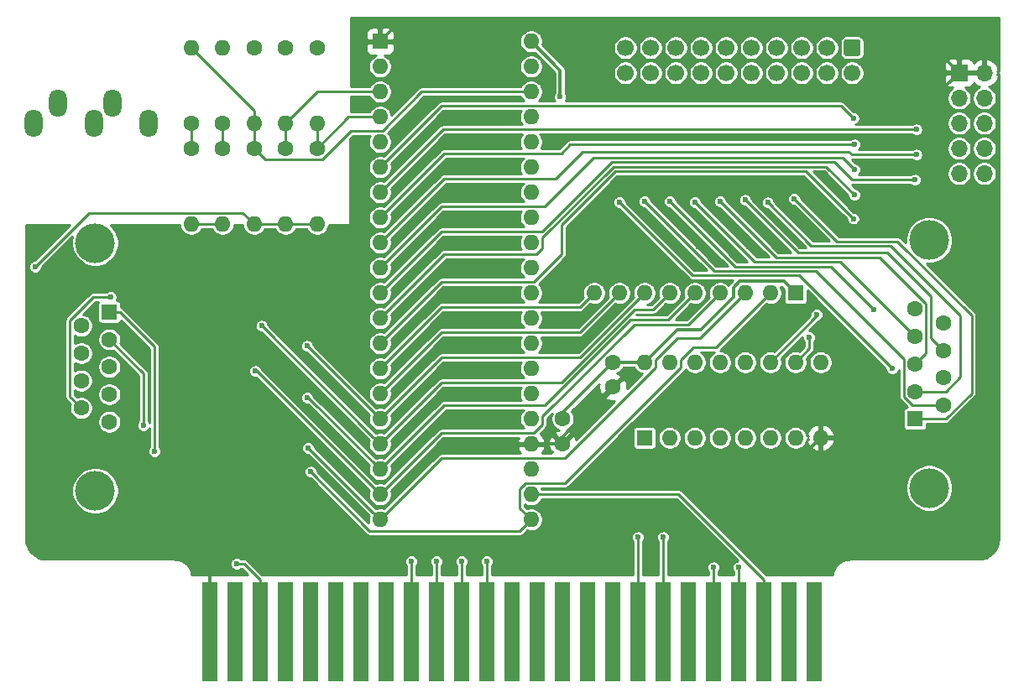
<source format=gbl>
G04 #@! TF.GenerationSoftware,KiCad,Pcbnew,(5.1.12)-1*
G04 #@! TF.CreationDate,2024-12-06T21:58:48+00:00*
G04 #@! TF.ProjectId,CPCSound,43504353-6f75-46e6-942e-6b696361645f,rev?*
G04 #@! TF.SameCoordinates,Original*
G04 #@! TF.FileFunction,Copper,L2,Bot*
G04 #@! TF.FilePolarity,Positive*
%FSLAX46Y46*%
G04 Gerber Fmt 4.6, Leading zero omitted, Abs format (unit mm)*
G04 Created by KiCad (PCBNEW (5.1.12)-1) date 2024-12-06 21:58:48*
%MOMM*%
%LPD*%
G01*
G04 APERTURE LIST*
G04 #@! TA.AperFunction,ComponentPad*
%ADD10O,1.800000X2.800000*%
G04 #@! TD*
G04 #@! TA.AperFunction,ComponentPad*
%ADD11O,1.700000X1.700000*%
G04 #@! TD*
G04 #@! TA.AperFunction,ComponentPad*
%ADD12R,1.700000X1.700000*%
G04 #@! TD*
G04 #@! TA.AperFunction,ComponentPad*
%ADD13C,4.000000*%
G04 #@! TD*
G04 #@! TA.AperFunction,ComponentPad*
%ADD14C,1.600000*%
G04 #@! TD*
G04 #@! TA.AperFunction,ComponentPad*
%ADD15R,1.600000X1.600000*%
G04 #@! TD*
G04 #@! TA.AperFunction,ComponentPad*
%ADD16O,1.600000X1.600000*%
G04 #@! TD*
G04 #@! TA.AperFunction,SMDPad,CuDef*
%ADD17R,1.600000X10.000000*%
G04 #@! TD*
G04 #@! TA.AperFunction,ComponentPad*
%ADD18C,1.700000*%
G04 #@! TD*
G04 #@! TA.AperFunction,ViaPad*
%ADD19C,0.600000*%
G04 #@! TD*
G04 #@! TA.AperFunction,Conductor*
%ADD20C,0.350000*%
G04 #@! TD*
G04 #@! TA.AperFunction,Conductor*
%ADD21C,0.250000*%
G04 #@! TD*
G04 #@! TA.AperFunction,Conductor*
%ADD22C,0.254000*%
G04 #@! TD*
G04 #@! TA.AperFunction,Conductor*
%ADD23C,0.100000*%
G04 #@! TD*
G04 APERTURE END LIST*
D10*
X161040000Y-114935000D03*
X166540000Y-114935000D03*
X162840000Y-112935000D03*
X157340000Y-112935000D03*
X154940000Y-114935000D03*
D11*
X250825000Y-120015000D03*
X248285000Y-120015000D03*
X250825000Y-117475000D03*
X248285000Y-117475000D03*
X250825000Y-114935000D03*
X248285000Y-114935000D03*
X250825000Y-112395000D03*
X248285000Y-112395000D03*
X250825000Y-109855000D03*
D12*
X248285000Y-109855000D03*
D13*
X245260000Y-126740000D03*
X245260000Y-151740000D03*
D14*
X246680000Y-135085000D03*
X246680000Y-137855000D03*
X246680000Y-140625000D03*
X246680000Y-143395000D03*
X243840000Y-133700000D03*
X243840000Y-136470000D03*
X243840000Y-139240000D03*
X243840000Y-142010000D03*
D15*
X243840000Y-144780000D03*
D14*
X208280000Y-147280000D03*
X208280000Y-144780000D03*
D16*
X205105000Y-106680000D03*
X189865000Y-154940000D03*
X205105000Y-109220000D03*
X189865000Y-152400000D03*
X205105000Y-111760000D03*
X189865000Y-149860000D03*
X205105000Y-114300000D03*
X189865000Y-147320000D03*
X205105000Y-116840000D03*
X189865000Y-144780000D03*
X205105000Y-119380000D03*
X189865000Y-142240000D03*
X205105000Y-121920000D03*
X189865000Y-139700000D03*
X205105000Y-124460000D03*
X189865000Y-137160000D03*
X205105000Y-127000000D03*
X189865000Y-134620000D03*
X205105000Y-129540000D03*
X189865000Y-132080000D03*
X205105000Y-132080000D03*
X189865000Y-129540000D03*
X205105000Y-134620000D03*
X189865000Y-127000000D03*
X205105000Y-137160000D03*
X189865000Y-124460000D03*
X205105000Y-139700000D03*
X189865000Y-121920000D03*
X205105000Y-142240000D03*
X189865000Y-119380000D03*
X205105000Y-144780000D03*
X189865000Y-116840000D03*
X205105000Y-147320000D03*
X189865000Y-114300000D03*
X205105000Y-149860000D03*
X189865000Y-111760000D03*
X205105000Y-152400000D03*
X189865000Y-109220000D03*
X205105000Y-154940000D03*
D15*
X189865000Y-106680000D03*
D17*
X233680000Y-166265000D03*
X231140000Y-166265000D03*
X228600000Y-166265000D03*
X226060000Y-166265000D03*
X223520000Y-166265000D03*
X220980000Y-166265000D03*
X218440000Y-166265000D03*
X215900000Y-166265000D03*
X213360000Y-166265000D03*
X210820000Y-166265000D03*
X208280000Y-166265000D03*
X205740000Y-166265000D03*
X203200000Y-166265000D03*
X200660000Y-166265000D03*
X198120000Y-166265000D03*
X195580000Y-166265000D03*
X193040000Y-166265000D03*
X190500000Y-166265000D03*
X187960000Y-166265000D03*
X185420000Y-166265000D03*
X182880000Y-166265000D03*
X180340000Y-166265000D03*
X177800000Y-166265000D03*
X175260000Y-166265000D03*
X172720000Y-166265000D03*
D16*
X211455000Y-132080000D03*
X213995000Y-132080000D03*
X216535000Y-132080000D03*
X219075000Y-132080000D03*
X221615000Y-132080000D03*
X224155000Y-132080000D03*
X226695000Y-132080000D03*
X229235000Y-132080000D03*
D15*
X231775000Y-132080000D03*
D18*
X214630000Y-109855000D03*
X217170000Y-109855000D03*
X219710000Y-109855000D03*
X222250000Y-109855000D03*
X224790000Y-109855000D03*
X227330000Y-109855000D03*
X229870000Y-109855000D03*
X232410000Y-109855000D03*
X234950000Y-109855000D03*
X237490000Y-109855000D03*
X214630000Y-107315000D03*
X217170000Y-107315000D03*
X219710000Y-107315000D03*
X222250000Y-107315000D03*
X224790000Y-107315000D03*
X227330000Y-107315000D03*
X229870000Y-107315000D03*
X232410000Y-107315000D03*
X234950000Y-107315000D03*
G04 #@! TA.AperFunction,ComponentPad*
G36*
G01*
X236890000Y-106465000D02*
X238090000Y-106465000D01*
G75*
G02*
X238340000Y-106715000I0J-250000D01*
G01*
X238340000Y-107915000D01*
G75*
G02*
X238090000Y-108165000I-250000J0D01*
G01*
X236890000Y-108165000D01*
G75*
G02*
X236640000Y-107915000I0J250000D01*
G01*
X236640000Y-106715000D01*
G75*
G02*
X236890000Y-106465000I250000J0D01*
G01*
G37*
G04 #@! TD.AperFunction*
D16*
X216535000Y-139065000D03*
X234315000Y-146685000D03*
X219075000Y-139065000D03*
X231775000Y-146685000D03*
X221615000Y-139065000D03*
X229235000Y-146685000D03*
X224155000Y-139065000D03*
X226695000Y-146685000D03*
X226695000Y-139065000D03*
X224155000Y-146685000D03*
X229235000Y-139065000D03*
X221615000Y-146685000D03*
X231775000Y-139065000D03*
X219075000Y-146685000D03*
X234315000Y-139065000D03*
D15*
X216535000Y-146685000D03*
D13*
X161140000Y-152025000D03*
X161140000Y-127025000D03*
D14*
X159720000Y-143680000D03*
X159720000Y-140910000D03*
X159720000Y-138140000D03*
X159720000Y-135370000D03*
X162560000Y-145065000D03*
X162560000Y-142295000D03*
X162560000Y-139525000D03*
X162560000Y-136755000D03*
D15*
X162560000Y-133985000D03*
D16*
X183515000Y-114935000D03*
D14*
X183515000Y-107315000D03*
D16*
X180340000Y-114935000D03*
D14*
X180340000Y-107315000D03*
D16*
X177165000Y-114935000D03*
D14*
X177165000Y-107315000D03*
D16*
X173990000Y-107315000D03*
D14*
X173990000Y-114935000D03*
D16*
X173990000Y-125095000D03*
D14*
X173990000Y-117475000D03*
D16*
X170815000Y-125095000D03*
D14*
X170815000Y-117475000D03*
D16*
X170815000Y-107315000D03*
D14*
X170815000Y-114935000D03*
D16*
X183515000Y-125095000D03*
D14*
X183515000Y-117475000D03*
D16*
X180340000Y-125095000D03*
D14*
X180340000Y-117475000D03*
D16*
X177165000Y-125095000D03*
D14*
X177165000Y-117475000D03*
X213360000Y-141565000D03*
X213360000Y-139065000D03*
D19*
X232664000Y-121031000D03*
X230124000Y-121031000D03*
X226695000Y-121031000D03*
X222885000Y-121031000D03*
X220345000Y-121031000D03*
X217805000Y-121031000D03*
X215265000Y-121031000D03*
X212725000Y-121920000D03*
X211455000Y-127381000D03*
X213995000Y-127381000D03*
X216535000Y-127381000D03*
X219456000Y-127381000D03*
X221996000Y-127381000D03*
X227076000Y-127381000D03*
X229743000Y-127381000D03*
X232283000Y-127381000D03*
X224663000Y-127381000D03*
X209169000Y-127381000D03*
X172720000Y-153797000D03*
X172720000Y-141605000D03*
X172720000Y-128905000D03*
X172720000Y-127000000D03*
X213360000Y-149097999D03*
X208026000Y-112268000D03*
X226695000Y-122682000D03*
X162687000Y-132461000D03*
X233172000Y-136524998D03*
X213995000Y-122916408D03*
X241554000Y-139700000D03*
X216535000Y-122809000D03*
X182499000Y-137414006D03*
X219080011Y-122803989D03*
X239649000Y-133731000D03*
X177927002Y-135382000D03*
X221615000Y-122896408D03*
X182499000Y-142621000D03*
X224155000Y-122809000D03*
X177291998Y-139954002D03*
X228980998Y-122936000D03*
X165989000Y-145415000D03*
X182626002Y-147701000D03*
X231648000Y-122555000D03*
X182880000Y-150114000D03*
X167131999Y-148062001D03*
X233933999Y-134239000D03*
X155067000Y-129413000D03*
X223520000Y-159766001D03*
X226060000Y-159766000D03*
X193040000Y-159131000D03*
X195579998Y-159131000D03*
X198120000Y-159131006D03*
X200660000Y-159130996D03*
X218440000Y-156717998D03*
X215900000Y-156718000D03*
X175386998Y-159385000D03*
X237617000Y-124587000D03*
X237744000Y-122174000D03*
X243840000Y-120650002D03*
X237744000Y-119634000D03*
X243967000Y-118110000D03*
X237744000Y-117094000D03*
X243967000Y-115570000D03*
X237617000Y-114427000D03*
D20*
X247059999Y-120603001D02*
X247059999Y-111080001D01*
X250055010Y-123598012D02*
X247059999Y-120603001D01*
X247059999Y-111080001D02*
X248285000Y-109855000D01*
X245762122Y-146685000D02*
X250055010Y-142392112D01*
X234315000Y-146685000D02*
X245762122Y-146685000D01*
X248285000Y-109855000D02*
X250825000Y-109855000D01*
X236895001Y-125262001D02*
X232664000Y-121031000D01*
X237941001Y-125262001D02*
X236895001Y-125262001D01*
X238838003Y-124364999D02*
X237941001Y-125262001D01*
X246400001Y-124364999D02*
X238838003Y-124364999D01*
X246868012Y-124833010D02*
X246400001Y-124364999D01*
X250055010Y-124833010D02*
X246868012Y-124833010D01*
X250055010Y-142392112D02*
X250055010Y-124833010D01*
X250055010Y-124833010D02*
X250055010Y-123598012D01*
X232664000Y-121031000D02*
X230124000Y-121031000D01*
X230124000Y-121031000D02*
X226695000Y-121031000D01*
X226695000Y-121031000D02*
X222885000Y-121031000D01*
X222885000Y-121031000D02*
X220345000Y-121031000D01*
X220345000Y-121031000D02*
X217805000Y-121031000D01*
X217805000Y-121031000D02*
X215265000Y-121031000D01*
X213614000Y-121031000D02*
X212725000Y-121920000D01*
X215265000Y-121031000D02*
X213614000Y-121031000D01*
X212725000Y-126111000D02*
X211455000Y-127381000D01*
X212725000Y-121920000D02*
X212725000Y-126111000D01*
X211455000Y-127381000D02*
X213995000Y-127381000D01*
X213995000Y-127381000D02*
X216535000Y-127381000D01*
X217805000Y-123190000D02*
X217805000Y-121031000D01*
X221996000Y-127381000D02*
X217805000Y-123190000D01*
X215265000Y-123190000D02*
X216217500Y-124142500D01*
X215265000Y-121031000D02*
X215265000Y-123190000D01*
X219456000Y-127381000D02*
X216217500Y-124142500D01*
X220345000Y-123063000D02*
X224663000Y-127381000D01*
X220345000Y-121031000D02*
X220345000Y-123063000D01*
X222885000Y-123190000D02*
X227076000Y-127381000D01*
X222885000Y-121031000D02*
X222885000Y-123190000D01*
X226019999Y-123657999D02*
X229743000Y-127381000D01*
X226019999Y-121706001D02*
X226019999Y-123657999D01*
X226695000Y-121031000D02*
X226019999Y-121706001D01*
X232283000Y-127237004D02*
X232283000Y-127381000D01*
X226695000Y-121649004D02*
X232283000Y-127237004D01*
X226695000Y-121031000D02*
X226695000Y-121649004D01*
X211455000Y-127381000D02*
X209169000Y-127381000D01*
X208280000Y-146645000D02*
X208280000Y-147280000D01*
X213360000Y-141565000D02*
X208280000Y-146645000D01*
X205145000Y-147280000D02*
X205105000Y-147320000D01*
X208280000Y-147280000D02*
X205145000Y-147280000D01*
X172720000Y-166265000D02*
X172720000Y-157988000D01*
X172720000Y-157988000D02*
X172720000Y-153797000D01*
X172720000Y-153797000D02*
X172720000Y-141605000D01*
X172720000Y-141605000D02*
X172720000Y-128905000D01*
X172720000Y-128905000D02*
X172720000Y-127000000D01*
X234315000Y-146685000D02*
X231902001Y-149097999D01*
X231902001Y-149097999D02*
X213360000Y-149097999D01*
X243934999Y-105504999D02*
X248285000Y-109855000D01*
X191040001Y-105504999D02*
X243934999Y-105504999D01*
X189865000Y-106680000D02*
X191040001Y-105504999D01*
X216535000Y-139065000D02*
X213360000Y-139065000D01*
X208280000Y-144145000D02*
X208280000Y-144780000D01*
X213360000Y-139065000D02*
X208280000Y-144145000D01*
X230599999Y-130904999D02*
X231775000Y-132080000D01*
X226130999Y-130904999D02*
X230599999Y-130904999D01*
X225519999Y-132454003D02*
X225519999Y-131515999D01*
X222218992Y-135755010D02*
X225519999Y-132454003D01*
X219844990Y-135755010D02*
X222218992Y-135755010D01*
X225519999Y-131515999D02*
X226130999Y-130904999D01*
X216535000Y-139065000D02*
X219844990Y-135755010D01*
X208026000Y-112268000D02*
X208026000Y-109601000D01*
X208026000Y-109601000D02*
X205105000Y-106680000D01*
D21*
X158594999Y-142554999D02*
X159720000Y-143680000D01*
X158594999Y-134829999D02*
X158594999Y-142554999D01*
X160963998Y-132461000D02*
X158594999Y-134829999D01*
X162687000Y-132461000D02*
X160963998Y-132461000D01*
X245415011Y-136590011D02*
X246680000Y-137855000D01*
X245415011Y-132425305D02*
X245415011Y-136590011D01*
X241005706Y-128016000D02*
X245415011Y-132425305D01*
X232029000Y-128016000D02*
X241005706Y-128016000D01*
X226695000Y-122682000D02*
X232029000Y-128016000D01*
X233172000Y-137668000D02*
X233172000Y-136524998D01*
X231775000Y-139065000D02*
X233172000Y-137668000D01*
X196070001Y-133494999D02*
X195135500Y-134429500D01*
X189865000Y-139700000D02*
X195135500Y-134429500D01*
X210040001Y-133494999D02*
X204614999Y-133494999D01*
X211455000Y-132080000D02*
X210040001Y-133494999D01*
X204614999Y-133494999D02*
X196070001Y-133494999D01*
X207246001Y-133494999D02*
X204614999Y-133494999D01*
X195453000Y-136652000D02*
X189865000Y-142240000D01*
X196070001Y-136034999D02*
X195453000Y-136652000D01*
X210040001Y-136034999D02*
X206484001Y-136034999D01*
X213995000Y-132080000D02*
X210040001Y-136034999D01*
X206484001Y-136034999D02*
X196070001Y-136034999D01*
X207119001Y-136034999D02*
X206484001Y-136034999D01*
X232156000Y-130302000D02*
X241554000Y-139700000D01*
X213995000Y-122916408D02*
X221380592Y-130302000D01*
X221380592Y-130302000D02*
X232156000Y-130302000D01*
X189865000Y-144780000D02*
X196070001Y-138574999D01*
X210040001Y-138574999D02*
X207154999Y-138574999D01*
X216535000Y-132080000D02*
X210040001Y-138574999D01*
X207154999Y-138574999D02*
X208135001Y-138574999D01*
X196070001Y-138574999D02*
X207154999Y-138574999D01*
X242714999Y-142550001D02*
X243559998Y-143395000D01*
X243559998Y-143395000D02*
X246680000Y-143395000D01*
X242714999Y-138701999D02*
X242714999Y-142550001D01*
X233864989Y-129851989D02*
X242714999Y-138701999D01*
X223577989Y-129851989D02*
X233864989Y-129851989D01*
X216535000Y-122809000D02*
X223577989Y-129851989D01*
X189865000Y-144780000D02*
X182499006Y-137414006D01*
X182499006Y-137414006D02*
X182499000Y-137414006D01*
X189865000Y-147320000D02*
X196070001Y-141114999D01*
X207662999Y-141114999D02*
X208008001Y-141114999D01*
X196070001Y-141114999D02*
X207662999Y-141114999D01*
X208136411Y-141114999D02*
X207662999Y-141114999D01*
X215520410Y-133731000D02*
X208136411Y-141114999D01*
X217424000Y-133731000D02*
X215520410Y-133731000D01*
X219075000Y-132080000D02*
X217424000Y-133731000D01*
X225678000Y-129401978D02*
X235319978Y-129401978D01*
X219080011Y-122803989D02*
X225678000Y-129401978D01*
X235319978Y-129401978D02*
X239649000Y-133731000D01*
X189865000Y-147320000D02*
X189065001Y-146519999D01*
X189065001Y-146519999D02*
X177927002Y-135382000D01*
X196359999Y-143365001D02*
X189865000Y-149860000D01*
X206522819Y-143365001D02*
X196359999Y-143365001D01*
X215140820Y-134747000D02*
X206522819Y-143365001D01*
X218948000Y-134747000D02*
X215140820Y-134747000D01*
X221615000Y-132080000D02*
X218948000Y-134747000D01*
X221914999Y-123196407D02*
X221615000Y-122896408D01*
X236321967Y-128951967D02*
X227670559Y-128951967D01*
X243840000Y-136470000D02*
X236321967Y-128951967D01*
X227670559Y-128951967D02*
X221914999Y-123196407D01*
X189865000Y-149860000D02*
X182626002Y-142621000D01*
X182626002Y-142621000D02*
X182499000Y-142621000D01*
X229812011Y-128466011D02*
X224155000Y-122809000D01*
X243840000Y-139240000D02*
X244965001Y-138114999D01*
X244965001Y-138114999D02*
X244965000Y-133159998D01*
X244965000Y-133159998D02*
X240271013Y-128466011D01*
X240271013Y-128466011D02*
X229812011Y-128466011D01*
X196070001Y-146194999D02*
X189865000Y-152400000D01*
X205355003Y-146194999D02*
X196070001Y-146194999D01*
X206230001Y-145320001D02*
X205355003Y-146194999D01*
X206230001Y-144529997D02*
X206230001Y-145320001D01*
X215504998Y-135255000D02*
X206230001Y-144529997D01*
X220980000Y-135255000D02*
X215504998Y-135255000D01*
X224155000Y-132080000D02*
X220980000Y-135255000D01*
X189865000Y-152400000D02*
X177419002Y-139954002D01*
X177419002Y-139954002D02*
X177291998Y-139954002D01*
X196070001Y-148734999D02*
X189865000Y-154940000D01*
X208490003Y-148734999D02*
X196070001Y-148734999D01*
X217660001Y-139565001D02*
X208490003Y-148734999D01*
X217660001Y-138814997D02*
X217660001Y-139565001D01*
X219822998Y-136652000D02*
X217660001Y-138814997D01*
X222123000Y-136652000D02*
X219822998Y-136652000D01*
X226695000Y-132080000D02*
X222123000Y-136652000D01*
X233356987Y-127311989D02*
X228980998Y-122936000D01*
X241357989Y-127311989D02*
X233356987Y-127311989D01*
X248412000Y-134366000D02*
X241357989Y-127311989D01*
X248412000Y-140558002D02*
X248412000Y-134366000D01*
X246960002Y-142010000D02*
X248412000Y-140558002D01*
X243840000Y-142010000D02*
X246960002Y-142010000D01*
X162560000Y-136755000D02*
X165989000Y-140184000D01*
X165989000Y-140184000D02*
X165989000Y-145415000D01*
X189065001Y-154139999D02*
X182626002Y-147701000D01*
X189865000Y-154940000D02*
X189065001Y-154139999D01*
X208530003Y-151274999D02*
X204564999Y-151274999D01*
X203979999Y-153814999D02*
X205105000Y-154940000D01*
X220200001Y-139605001D02*
X208530003Y-151274999D01*
X220200001Y-138814997D02*
X220200001Y-139605001D01*
X221473998Y-137541000D02*
X220200001Y-138814997D01*
X223774000Y-137541000D02*
X221473998Y-137541000D01*
X203979999Y-151859999D02*
X203979999Y-153814999D01*
X204564999Y-151274999D02*
X203979999Y-151859999D01*
X229235000Y-132080000D02*
X223774000Y-137541000D01*
X235954978Y-126861978D02*
X231648000Y-122555000D01*
X242050978Y-126861978D02*
X235954978Y-126861978D01*
X249555000Y-134366000D02*
X242050978Y-126861978D01*
X249555000Y-142185002D02*
X249555000Y-134366000D01*
X246960002Y-144780000D02*
X249555000Y-142185002D01*
X243840000Y-144780000D02*
X246960002Y-144780000D01*
X188831001Y-156065001D02*
X182880000Y-150114000D01*
X205105000Y-154940000D02*
X203979999Y-156065001D01*
X203979999Y-156065001D02*
X188831001Y-156065001D01*
X162560000Y-133985000D02*
X163610000Y-133985000D01*
X163610000Y-133985000D02*
X167131999Y-137506999D01*
X167131999Y-137506999D02*
X167131999Y-148062001D01*
X229235000Y-139065000D02*
X233933999Y-134366003D01*
X233933999Y-134366003D02*
X233933999Y-134239000D01*
X177165000Y-114935000D02*
X177165000Y-117475000D01*
X177165000Y-113665000D02*
X170815000Y-107315000D01*
X177165000Y-114935000D02*
X177165000Y-113665000D01*
X178290001Y-118600001D02*
X177165000Y-117475000D01*
X184055001Y-118600001D02*
X178290001Y-118600001D01*
X186940003Y-115714999D02*
X184055001Y-118600001D01*
X190115003Y-115714999D02*
X186940003Y-115714999D01*
X194070002Y-111760000D02*
X190115003Y-115714999D01*
X205105000Y-111760000D02*
X194070002Y-111760000D01*
X183515000Y-114935000D02*
X183515000Y-117475000D01*
X186690000Y-114300000D02*
X183515000Y-117475000D01*
X189865000Y-114300000D02*
X186690000Y-114300000D01*
X183515000Y-111760000D02*
X180340000Y-114935000D01*
X189865000Y-111760000D02*
X183515000Y-111760000D01*
X180340000Y-114935000D02*
X180340000Y-117475000D01*
X173990000Y-125095000D02*
X170815000Y-125095000D01*
X228600000Y-161015000D02*
X228600000Y-166265000D01*
X219985000Y-152400000D02*
X228600000Y-161015000D01*
X205105000Y-152400000D02*
X219985000Y-152400000D01*
X177165000Y-125095000D02*
X180340000Y-125095000D01*
X180340000Y-125095000D02*
X183515000Y-125095000D01*
X177165000Y-125095000D02*
X176039999Y-123969999D01*
X160510001Y-123969999D02*
X155067000Y-129413000D01*
X176039999Y-123969999D02*
X160510001Y-123969999D01*
X223520000Y-166265000D02*
X223520000Y-159766001D01*
X226060000Y-166265000D02*
X226060000Y-159766000D01*
X193040000Y-166265000D02*
X193040000Y-159131000D01*
X195580000Y-166265000D02*
X195580000Y-159131002D01*
X195580000Y-159131002D02*
X195579998Y-159131000D01*
X198120000Y-166265000D02*
X198120000Y-159131006D01*
X200660000Y-166265000D02*
X200660000Y-159130996D01*
X218440000Y-166265000D02*
X218440000Y-156717998D01*
X215900000Y-166265000D02*
X215900000Y-156718000D01*
X177800000Y-166265000D02*
X177800000Y-161015000D01*
X177800000Y-161015000D02*
X176170000Y-159385000D01*
X176170000Y-159385000D02*
X175386998Y-159385000D01*
X173990000Y-114935000D02*
X173990000Y-117475000D01*
X170815000Y-114935000D02*
X170815000Y-117475000D01*
X232791000Y-119761000D02*
X237617000Y-124587000D01*
X213594780Y-119761000D02*
X232791000Y-119761000D01*
X208153000Y-128157002D02*
X208153000Y-125202780D01*
X205355003Y-130954999D02*
X208153000Y-128157002D01*
X208153000Y-125202780D02*
X213594780Y-119761000D01*
X196070001Y-130954999D02*
X205355003Y-130954999D01*
X189865000Y-137160000D02*
X196070001Y-130954999D01*
X196359999Y-128125001D02*
X189865000Y-134620000D01*
X205645001Y-128125001D02*
X196359999Y-128125001D01*
X206230001Y-127540001D02*
X205645001Y-128125001D01*
X206230001Y-126489369D02*
X206230001Y-127540001D01*
X213408381Y-119310989D02*
X206230001Y-126489369D01*
X234880989Y-119310989D02*
X213408381Y-119310989D01*
X237744000Y-122174000D02*
X234880989Y-119310989D01*
X237490002Y-120650002D02*
X243840000Y-120650002D01*
X235700980Y-118860980D02*
X237490002Y-120650002D01*
X213221980Y-118860980D02*
X235700980Y-118860980D01*
X206207961Y-125874999D02*
X213221980Y-118860980D01*
X196070001Y-125874999D02*
X206207961Y-125874999D01*
X189865000Y-132080000D02*
X196070001Y-125874999D01*
X206484001Y-123334999D02*
X211408030Y-118410970D01*
X189865000Y-129540000D02*
X196070001Y-123334999D01*
X196070001Y-123334999D02*
X206484001Y-123334999D01*
X211408030Y-118410970D02*
X236520970Y-118410970D01*
X236520970Y-118410970D02*
X237744000Y-119634000D01*
X189865000Y-127000000D02*
X196359999Y-120505001D01*
X196359999Y-120505001D02*
X207618919Y-120505001D01*
X207618919Y-120505001D02*
X210313919Y-117810001D01*
X237454998Y-118110000D02*
X237154999Y-117810001D01*
X243967000Y-118110000D02*
X237454998Y-118110000D01*
X210313919Y-117810001D02*
X237154999Y-117810001D01*
X208170999Y-117965001D02*
X209042000Y-117094000D01*
X196359999Y-117965001D02*
X208170999Y-117965001D01*
X189865000Y-124460000D02*
X196359999Y-117965001D01*
X209042000Y-117094000D02*
X237744000Y-117094000D01*
X189865000Y-121920000D02*
X196215000Y-115570000D01*
X196215000Y-115570000D02*
X243967000Y-115570000D01*
X236364999Y-113174999D02*
X237617000Y-114427000D01*
X196070001Y-113174999D02*
X236364999Y-113174999D01*
X189865000Y-119380000D02*
X196070001Y-113174999D01*
D22*
X252276000Y-109727998D02*
X252145156Y-109727998D01*
X252266476Y-109498110D01*
X252221825Y-109350901D01*
X252096641Y-109088080D01*
X251922588Y-108854731D01*
X251706355Y-108659822D01*
X251456252Y-108510843D01*
X251181891Y-108413519D01*
X250952000Y-108534186D01*
X250952000Y-109728000D01*
X250972000Y-109728000D01*
X250972000Y-109982000D01*
X250952000Y-109982000D01*
X250952000Y-110002000D01*
X250698000Y-110002000D01*
X250698000Y-109982000D01*
X248412000Y-109982000D01*
X248412000Y-110002000D01*
X248158000Y-110002000D01*
X248158000Y-109982000D01*
X246958750Y-109982000D01*
X246800000Y-110140750D01*
X246796928Y-110705000D01*
X246809188Y-110829482D01*
X246845498Y-110949180D01*
X246904463Y-111059494D01*
X246983815Y-111156185D01*
X247080506Y-111235537D01*
X247190820Y-111294502D01*
X247310518Y-111330812D01*
X247435000Y-111343072D01*
X247648922Y-111341907D01*
X247501558Y-111440373D01*
X247330373Y-111611558D01*
X247195874Y-111812850D01*
X247103229Y-112036514D01*
X247056000Y-112273954D01*
X247056000Y-112516046D01*
X247103229Y-112753486D01*
X247195874Y-112977150D01*
X247330373Y-113178442D01*
X247501558Y-113349627D01*
X247702850Y-113484126D01*
X247926514Y-113576771D01*
X248163954Y-113624000D01*
X248406046Y-113624000D01*
X248643486Y-113576771D01*
X248867150Y-113484126D01*
X249068442Y-113349627D01*
X249239627Y-113178442D01*
X249374126Y-112977150D01*
X249466771Y-112753486D01*
X249514000Y-112516046D01*
X249514000Y-112273954D01*
X249466771Y-112036514D01*
X249374126Y-111812850D01*
X249239627Y-111611558D01*
X249068442Y-111440373D01*
X248921078Y-111341907D01*
X249135000Y-111343072D01*
X249259482Y-111330812D01*
X249379180Y-111294502D01*
X249489494Y-111235537D01*
X249586185Y-111156185D01*
X249665537Y-111059494D01*
X249724502Y-110949180D01*
X249747498Y-110873374D01*
X249943645Y-111050178D01*
X250193748Y-111199157D01*
X250358982Y-111257770D01*
X250242850Y-111305874D01*
X250041558Y-111440373D01*
X249870373Y-111611558D01*
X249735874Y-111812850D01*
X249643229Y-112036514D01*
X249596000Y-112273954D01*
X249596000Y-112516046D01*
X249643229Y-112753486D01*
X249735874Y-112977150D01*
X249870373Y-113178442D01*
X250041558Y-113349627D01*
X250242850Y-113484126D01*
X250466514Y-113576771D01*
X250703954Y-113624000D01*
X250946046Y-113624000D01*
X251183486Y-113576771D01*
X251407150Y-113484126D01*
X251608442Y-113349627D01*
X251779627Y-113178442D01*
X251914126Y-112977150D01*
X252006771Y-112753486D01*
X252054000Y-112516046D01*
X252054000Y-112273954D01*
X252006771Y-112036514D01*
X251914126Y-111812850D01*
X251779627Y-111611558D01*
X251608442Y-111440373D01*
X251407150Y-111305874D01*
X251291018Y-111257770D01*
X251456252Y-111199157D01*
X251706355Y-111050178D01*
X251922588Y-110855269D01*
X252096641Y-110621920D01*
X252221825Y-110359099D01*
X252266476Y-110211890D01*
X252145156Y-109982002D01*
X252276000Y-109982002D01*
X252276001Y-156822788D01*
X252234137Y-157249748D01*
X252116590Y-157639084D01*
X251925662Y-157998167D01*
X251668619Y-158313334D01*
X251355258Y-158572568D01*
X250997513Y-158766000D01*
X250609012Y-158886261D01*
X250183348Y-158931000D01*
X237213705Y-158931000D01*
X237193866Y-158932954D01*
X237185988Y-158932899D01*
X237179679Y-158933518D01*
X236933176Y-158959426D01*
X236892874Y-158967699D01*
X236852447Y-158975410D01*
X236846385Y-158977241D01*
X236846381Y-158977242D01*
X236846378Y-158977243D01*
X236846379Y-158977243D01*
X236609603Y-159050538D01*
X236571696Y-159066473D01*
X236533519Y-159081897D01*
X236527922Y-159084873D01*
X236309892Y-159202761D01*
X236275758Y-159225784D01*
X236241346Y-159248303D01*
X236236443Y-159252302D01*
X236236435Y-159252308D01*
X236236428Y-159252315D01*
X236045454Y-159410303D01*
X236016467Y-159439493D01*
X235987061Y-159468289D01*
X235983020Y-159473174D01*
X235826365Y-159665252D01*
X235803594Y-159699525D01*
X235780346Y-159733478D01*
X235777331Y-159739054D01*
X235660968Y-159957902D01*
X235645286Y-159995949D01*
X235629079Y-160033764D01*
X235627204Y-160039819D01*
X235555564Y-160277100D01*
X235547575Y-160317448D01*
X235539016Y-160357715D01*
X235538354Y-160364019D01*
X235523366Y-160516877D01*
X228810455Y-160512692D01*
X220358890Y-152061127D01*
X220343106Y-152041894D01*
X220266362Y-151978912D01*
X220178805Y-151932112D01*
X220083801Y-151903293D01*
X220009754Y-151896000D01*
X219985000Y-151893562D01*
X219960246Y-151896000D01*
X206172377Y-151896000D01*
X206149817Y-151841534D01*
X206108032Y-151778999D01*
X208505249Y-151778999D01*
X208530003Y-151781437D01*
X208628804Y-151771706D01*
X208723808Y-151742887D01*
X208811365Y-151696087D01*
X208888109Y-151633105D01*
X208903893Y-151613872D01*
X209012076Y-151505689D01*
X242881000Y-151505689D01*
X242881000Y-151974311D01*
X242972424Y-152433929D01*
X243151758Y-152866879D01*
X243412110Y-153256524D01*
X243743476Y-153587890D01*
X244133121Y-153848242D01*
X244566071Y-154027576D01*
X245025689Y-154119000D01*
X245494311Y-154119000D01*
X245953929Y-154027576D01*
X246386879Y-153848242D01*
X246776524Y-153587890D01*
X247107890Y-153256524D01*
X247368242Y-152866879D01*
X247547576Y-152433929D01*
X247639000Y-151974311D01*
X247639000Y-151505689D01*
X247547576Y-151046071D01*
X247368242Y-150613121D01*
X247107890Y-150223476D01*
X246776524Y-149892110D01*
X246386879Y-149631758D01*
X245953929Y-149452424D01*
X245494311Y-149361000D01*
X245025689Y-149361000D01*
X244566071Y-149452424D01*
X244133121Y-149631758D01*
X243743476Y-149892110D01*
X243412110Y-150223476D01*
X243151758Y-150613121D01*
X242972424Y-151046071D01*
X242881000Y-151505689D01*
X209012076Y-151505689D01*
X214632765Y-145885000D01*
X215354167Y-145885000D01*
X215354167Y-147485000D01*
X215361485Y-147559297D01*
X215383156Y-147630738D01*
X215418349Y-147696579D01*
X215465710Y-147754290D01*
X215523421Y-147801651D01*
X215589262Y-147836844D01*
X215660703Y-147858515D01*
X215735000Y-147865833D01*
X217335000Y-147865833D01*
X217409297Y-147858515D01*
X217480738Y-147836844D01*
X217546579Y-147801651D01*
X217604290Y-147754290D01*
X217651651Y-147696579D01*
X217686844Y-147630738D01*
X217708515Y-147559297D01*
X217715833Y-147485000D01*
X217715833Y-146568879D01*
X217896000Y-146568879D01*
X217896000Y-146801121D01*
X217941308Y-147028902D01*
X218030183Y-147243466D01*
X218159211Y-147436569D01*
X218323431Y-147600789D01*
X218516534Y-147729817D01*
X218731098Y-147818692D01*
X218958879Y-147864000D01*
X219191121Y-147864000D01*
X219418902Y-147818692D01*
X219633466Y-147729817D01*
X219826569Y-147600789D01*
X219990789Y-147436569D01*
X220119817Y-147243466D01*
X220208692Y-147028902D01*
X220254000Y-146801121D01*
X220254000Y-146568879D01*
X220436000Y-146568879D01*
X220436000Y-146801121D01*
X220481308Y-147028902D01*
X220570183Y-147243466D01*
X220699211Y-147436569D01*
X220863431Y-147600789D01*
X221056534Y-147729817D01*
X221271098Y-147818692D01*
X221498879Y-147864000D01*
X221731121Y-147864000D01*
X221958902Y-147818692D01*
X222173466Y-147729817D01*
X222366569Y-147600789D01*
X222530789Y-147436569D01*
X222659817Y-147243466D01*
X222748692Y-147028902D01*
X222794000Y-146801121D01*
X222794000Y-146568879D01*
X222976000Y-146568879D01*
X222976000Y-146801121D01*
X223021308Y-147028902D01*
X223110183Y-147243466D01*
X223239211Y-147436569D01*
X223403431Y-147600789D01*
X223596534Y-147729817D01*
X223811098Y-147818692D01*
X224038879Y-147864000D01*
X224271121Y-147864000D01*
X224498902Y-147818692D01*
X224713466Y-147729817D01*
X224906569Y-147600789D01*
X225070789Y-147436569D01*
X225199817Y-147243466D01*
X225288692Y-147028902D01*
X225334000Y-146801121D01*
X225334000Y-146568879D01*
X225516000Y-146568879D01*
X225516000Y-146801121D01*
X225561308Y-147028902D01*
X225650183Y-147243466D01*
X225779211Y-147436569D01*
X225943431Y-147600789D01*
X226136534Y-147729817D01*
X226351098Y-147818692D01*
X226578879Y-147864000D01*
X226811121Y-147864000D01*
X227038902Y-147818692D01*
X227253466Y-147729817D01*
X227446569Y-147600789D01*
X227610789Y-147436569D01*
X227739817Y-147243466D01*
X227828692Y-147028902D01*
X227874000Y-146801121D01*
X227874000Y-146568879D01*
X228056000Y-146568879D01*
X228056000Y-146801121D01*
X228101308Y-147028902D01*
X228190183Y-147243466D01*
X228319211Y-147436569D01*
X228483431Y-147600789D01*
X228676534Y-147729817D01*
X228891098Y-147818692D01*
X229118879Y-147864000D01*
X229351121Y-147864000D01*
X229578902Y-147818692D01*
X229793466Y-147729817D01*
X229986569Y-147600789D01*
X230150789Y-147436569D01*
X230279817Y-147243466D01*
X230368692Y-147028902D01*
X230414000Y-146801121D01*
X230414000Y-146568879D01*
X230596000Y-146568879D01*
X230596000Y-146801121D01*
X230641308Y-147028902D01*
X230730183Y-147243466D01*
X230859211Y-147436569D01*
X231023431Y-147600789D01*
X231216534Y-147729817D01*
X231431098Y-147818692D01*
X231658879Y-147864000D01*
X231891121Y-147864000D01*
X232118902Y-147818692D01*
X232333466Y-147729817D01*
X232526569Y-147600789D01*
X232690789Y-147436569D01*
X232819817Y-147243466D01*
X232908692Y-147028902D01*
X232951836Y-146812002D01*
X233044375Y-146812002D01*
X232923091Y-147034040D01*
X233017930Y-147298881D01*
X233162615Y-147540131D01*
X233351586Y-147748519D01*
X233577580Y-147916037D01*
X233831913Y-148036246D01*
X233965961Y-148076904D01*
X234188000Y-147954915D01*
X234188000Y-146812000D01*
X234442000Y-146812000D01*
X234442000Y-147954915D01*
X234664039Y-148076904D01*
X234798087Y-148036246D01*
X235052420Y-147916037D01*
X235278414Y-147748519D01*
X235467385Y-147540131D01*
X235612070Y-147298881D01*
X235706909Y-147034040D01*
X235585624Y-146812000D01*
X234442000Y-146812000D01*
X234188000Y-146812000D01*
X234168000Y-146812000D01*
X234168000Y-146558000D01*
X234188000Y-146558000D01*
X234188000Y-145415085D01*
X234442000Y-145415085D01*
X234442000Y-146558000D01*
X235585624Y-146558000D01*
X235706909Y-146335960D01*
X235612070Y-146071119D01*
X235467385Y-145829869D01*
X235278414Y-145621481D01*
X235052420Y-145453963D01*
X234798087Y-145333754D01*
X234664039Y-145293096D01*
X234442000Y-145415085D01*
X234188000Y-145415085D01*
X233965961Y-145293096D01*
X233831913Y-145333754D01*
X233577580Y-145453963D01*
X233351586Y-145621481D01*
X233162615Y-145829869D01*
X233017930Y-146071119D01*
X232923091Y-146335960D01*
X233044375Y-146557998D01*
X232951836Y-146557998D01*
X232908692Y-146341098D01*
X232819817Y-146126534D01*
X232690789Y-145933431D01*
X232526569Y-145769211D01*
X232333466Y-145640183D01*
X232118902Y-145551308D01*
X231891121Y-145506000D01*
X231658879Y-145506000D01*
X231431098Y-145551308D01*
X231216534Y-145640183D01*
X231023431Y-145769211D01*
X230859211Y-145933431D01*
X230730183Y-146126534D01*
X230641308Y-146341098D01*
X230596000Y-146568879D01*
X230414000Y-146568879D01*
X230368692Y-146341098D01*
X230279817Y-146126534D01*
X230150789Y-145933431D01*
X229986569Y-145769211D01*
X229793466Y-145640183D01*
X229578902Y-145551308D01*
X229351121Y-145506000D01*
X229118879Y-145506000D01*
X228891098Y-145551308D01*
X228676534Y-145640183D01*
X228483431Y-145769211D01*
X228319211Y-145933431D01*
X228190183Y-146126534D01*
X228101308Y-146341098D01*
X228056000Y-146568879D01*
X227874000Y-146568879D01*
X227828692Y-146341098D01*
X227739817Y-146126534D01*
X227610789Y-145933431D01*
X227446569Y-145769211D01*
X227253466Y-145640183D01*
X227038902Y-145551308D01*
X226811121Y-145506000D01*
X226578879Y-145506000D01*
X226351098Y-145551308D01*
X226136534Y-145640183D01*
X225943431Y-145769211D01*
X225779211Y-145933431D01*
X225650183Y-146126534D01*
X225561308Y-146341098D01*
X225516000Y-146568879D01*
X225334000Y-146568879D01*
X225288692Y-146341098D01*
X225199817Y-146126534D01*
X225070789Y-145933431D01*
X224906569Y-145769211D01*
X224713466Y-145640183D01*
X224498902Y-145551308D01*
X224271121Y-145506000D01*
X224038879Y-145506000D01*
X223811098Y-145551308D01*
X223596534Y-145640183D01*
X223403431Y-145769211D01*
X223239211Y-145933431D01*
X223110183Y-146126534D01*
X223021308Y-146341098D01*
X222976000Y-146568879D01*
X222794000Y-146568879D01*
X222748692Y-146341098D01*
X222659817Y-146126534D01*
X222530789Y-145933431D01*
X222366569Y-145769211D01*
X222173466Y-145640183D01*
X221958902Y-145551308D01*
X221731121Y-145506000D01*
X221498879Y-145506000D01*
X221271098Y-145551308D01*
X221056534Y-145640183D01*
X220863431Y-145769211D01*
X220699211Y-145933431D01*
X220570183Y-146126534D01*
X220481308Y-146341098D01*
X220436000Y-146568879D01*
X220254000Y-146568879D01*
X220208692Y-146341098D01*
X220119817Y-146126534D01*
X219990789Y-145933431D01*
X219826569Y-145769211D01*
X219633466Y-145640183D01*
X219418902Y-145551308D01*
X219191121Y-145506000D01*
X218958879Y-145506000D01*
X218731098Y-145551308D01*
X218516534Y-145640183D01*
X218323431Y-145769211D01*
X218159211Y-145933431D01*
X218030183Y-146126534D01*
X217941308Y-146341098D01*
X217896000Y-146568879D01*
X217715833Y-146568879D01*
X217715833Y-145885000D01*
X217708515Y-145810703D01*
X217686844Y-145739262D01*
X217651651Y-145673421D01*
X217604290Y-145615710D01*
X217546579Y-145568349D01*
X217480738Y-145533156D01*
X217409297Y-145511485D01*
X217335000Y-145504167D01*
X215735000Y-145504167D01*
X215660703Y-145511485D01*
X215589262Y-145533156D01*
X215523421Y-145568349D01*
X215465710Y-145615710D01*
X215418349Y-145673421D01*
X215383156Y-145739262D01*
X215361485Y-145810703D01*
X215354167Y-145885000D01*
X214632765Y-145885000D01*
X220538879Y-139978887D01*
X220558107Y-139963107D01*
X220621089Y-139886363D01*
X220667889Y-139798806D01*
X220673963Y-139778783D01*
X220699211Y-139816569D01*
X220863431Y-139980789D01*
X221056534Y-140109817D01*
X221271098Y-140198692D01*
X221498879Y-140244000D01*
X221731121Y-140244000D01*
X221958902Y-140198692D01*
X222173466Y-140109817D01*
X222366569Y-139980789D01*
X222530789Y-139816569D01*
X222659817Y-139623466D01*
X222748692Y-139408902D01*
X222794000Y-139181121D01*
X222794000Y-138948879D01*
X222748692Y-138721098D01*
X222659817Y-138506534D01*
X222530789Y-138313431D01*
X222366569Y-138149211D01*
X222210607Y-138045000D01*
X223559393Y-138045000D01*
X223403431Y-138149211D01*
X223239211Y-138313431D01*
X223110183Y-138506534D01*
X223021308Y-138721098D01*
X222976000Y-138948879D01*
X222976000Y-139181121D01*
X223021308Y-139408902D01*
X223110183Y-139623466D01*
X223239211Y-139816569D01*
X223403431Y-139980789D01*
X223596534Y-140109817D01*
X223811098Y-140198692D01*
X224038879Y-140244000D01*
X224271121Y-140244000D01*
X224498902Y-140198692D01*
X224713466Y-140109817D01*
X224906569Y-139980789D01*
X225070789Y-139816569D01*
X225199817Y-139623466D01*
X225288692Y-139408902D01*
X225334000Y-139181121D01*
X225334000Y-138948879D01*
X225516000Y-138948879D01*
X225516000Y-139181121D01*
X225561308Y-139408902D01*
X225650183Y-139623466D01*
X225779211Y-139816569D01*
X225943431Y-139980789D01*
X226136534Y-140109817D01*
X226351098Y-140198692D01*
X226578879Y-140244000D01*
X226811121Y-140244000D01*
X227038902Y-140198692D01*
X227253466Y-140109817D01*
X227446569Y-139980789D01*
X227610789Y-139816569D01*
X227739817Y-139623466D01*
X227828692Y-139408902D01*
X227874000Y-139181121D01*
X227874000Y-138948879D01*
X228056000Y-138948879D01*
X228056000Y-139181121D01*
X228101308Y-139408902D01*
X228190183Y-139623466D01*
X228319211Y-139816569D01*
X228483431Y-139980789D01*
X228676534Y-140109817D01*
X228891098Y-140198692D01*
X229118879Y-140244000D01*
X229351121Y-140244000D01*
X229578902Y-140198692D01*
X229793466Y-140109817D01*
X229986569Y-139980789D01*
X230150789Y-139816569D01*
X230279817Y-139623466D01*
X230368692Y-139408902D01*
X230414000Y-139181121D01*
X230414000Y-138948879D01*
X230368692Y-138721098D01*
X230346131Y-138666632D01*
X232493000Y-136519764D01*
X232493000Y-136591874D01*
X232519094Y-136723055D01*
X232570278Y-136846625D01*
X232644587Y-136957835D01*
X232668001Y-136981249D01*
X232668000Y-137459236D01*
X232173368Y-137953868D01*
X232118902Y-137931308D01*
X231891121Y-137886000D01*
X231658879Y-137886000D01*
X231431098Y-137931308D01*
X231216534Y-138020183D01*
X231023431Y-138149211D01*
X230859211Y-138313431D01*
X230730183Y-138506534D01*
X230641308Y-138721098D01*
X230596000Y-138948879D01*
X230596000Y-139181121D01*
X230641308Y-139408902D01*
X230730183Y-139623466D01*
X230859211Y-139816569D01*
X231023431Y-139980789D01*
X231216534Y-140109817D01*
X231431098Y-140198692D01*
X231658879Y-140244000D01*
X231891121Y-140244000D01*
X232118902Y-140198692D01*
X232333466Y-140109817D01*
X232526569Y-139980789D01*
X232690789Y-139816569D01*
X232819817Y-139623466D01*
X232908692Y-139408902D01*
X232954000Y-139181121D01*
X232954000Y-138948879D01*
X233136000Y-138948879D01*
X233136000Y-139181121D01*
X233181308Y-139408902D01*
X233270183Y-139623466D01*
X233399211Y-139816569D01*
X233563431Y-139980789D01*
X233756534Y-140109817D01*
X233971098Y-140198692D01*
X234198879Y-140244000D01*
X234431121Y-140244000D01*
X234658902Y-140198692D01*
X234873466Y-140109817D01*
X235066569Y-139980789D01*
X235230789Y-139816569D01*
X235359817Y-139623466D01*
X235448692Y-139408902D01*
X235494000Y-139181121D01*
X235494000Y-138948879D01*
X235448692Y-138721098D01*
X235359817Y-138506534D01*
X235230789Y-138313431D01*
X235066569Y-138149211D01*
X234873466Y-138020183D01*
X234658902Y-137931308D01*
X234431121Y-137886000D01*
X234198879Y-137886000D01*
X233971098Y-137931308D01*
X233756534Y-138020183D01*
X233563431Y-138149211D01*
X233399211Y-138313431D01*
X233270183Y-138506534D01*
X233181308Y-138721098D01*
X233136000Y-138948879D01*
X232954000Y-138948879D01*
X232908692Y-138721098D01*
X232886132Y-138666632D01*
X233510878Y-138041886D01*
X233530106Y-138026106D01*
X233593088Y-137949362D01*
X233639888Y-137861805D01*
X233668707Y-137766801D01*
X233676000Y-137692754D01*
X233676000Y-137692752D01*
X233678438Y-137668001D01*
X233676000Y-137643250D01*
X233676000Y-136981248D01*
X233699413Y-136957835D01*
X233773722Y-136846625D01*
X233824906Y-136723055D01*
X233851000Y-136591874D01*
X233851000Y-136458122D01*
X233824906Y-136326941D01*
X233773722Y-136203371D01*
X233699413Y-136092161D01*
X233604837Y-135997585D01*
X233493627Y-135923276D01*
X233370057Y-135872092D01*
X233238876Y-135845998D01*
X233166767Y-135845998D01*
X234118079Y-134894686D01*
X234132056Y-134891906D01*
X234255626Y-134840722D01*
X234366836Y-134766413D01*
X234461412Y-134671837D01*
X234535721Y-134560627D01*
X234586905Y-134437057D01*
X234612999Y-134305876D01*
X234612999Y-134172124D01*
X234586905Y-134040943D01*
X234535721Y-133917373D01*
X234461412Y-133806163D01*
X234366836Y-133711587D01*
X234255626Y-133637278D01*
X234132056Y-133586094D01*
X234000875Y-133560000D01*
X233867123Y-133560000D01*
X233735942Y-133586094D01*
X233612372Y-133637278D01*
X233501162Y-133711587D01*
X233406586Y-133806163D01*
X233332277Y-133917373D01*
X233281093Y-134040943D01*
X233254999Y-134172124D01*
X233254999Y-134305876D01*
X233259373Y-134327866D01*
X229633369Y-137953869D01*
X229578902Y-137931308D01*
X229351121Y-137886000D01*
X229118879Y-137886000D01*
X228891098Y-137931308D01*
X228676534Y-138020183D01*
X228483431Y-138149211D01*
X228319211Y-138313431D01*
X228190183Y-138506534D01*
X228101308Y-138721098D01*
X228056000Y-138948879D01*
X227874000Y-138948879D01*
X227828692Y-138721098D01*
X227739817Y-138506534D01*
X227610789Y-138313431D01*
X227446569Y-138149211D01*
X227253466Y-138020183D01*
X227038902Y-137931308D01*
X226811121Y-137886000D01*
X226578879Y-137886000D01*
X226351098Y-137931308D01*
X226136534Y-138020183D01*
X225943431Y-138149211D01*
X225779211Y-138313431D01*
X225650183Y-138506534D01*
X225561308Y-138721098D01*
X225516000Y-138948879D01*
X225334000Y-138948879D01*
X225288692Y-138721098D01*
X225199817Y-138506534D01*
X225070789Y-138313431D01*
X224906569Y-138149211D01*
X224713466Y-138020183D01*
X224498902Y-137931308D01*
X224271121Y-137886000D01*
X224142862Y-137886000D01*
X224147890Y-137879873D01*
X228836632Y-133191132D01*
X228891098Y-133213692D01*
X229118879Y-133259000D01*
X229351121Y-133259000D01*
X229578902Y-133213692D01*
X229793466Y-133124817D01*
X229986569Y-132995789D01*
X230150789Y-132831569D01*
X230279817Y-132638466D01*
X230368692Y-132423902D01*
X230414000Y-132196121D01*
X230414000Y-131963879D01*
X230368692Y-131736098D01*
X230279817Y-131521534D01*
X230238032Y-131458999D01*
X230370526Y-131458999D01*
X230594167Y-131682640D01*
X230594167Y-132880000D01*
X230601485Y-132954297D01*
X230623156Y-133025738D01*
X230658349Y-133091579D01*
X230705710Y-133149290D01*
X230763421Y-133196651D01*
X230829262Y-133231844D01*
X230900703Y-133253515D01*
X230975000Y-133260833D01*
X232575000Y-133260833D01*
X232649297Y-133253515D01*
X232720738Y-133231844D01*
X232786579Y-133196651D01*
X232844290Y-133149290D01*
X232891651Y-133091579D01*
X232926844Y-133025738D01*
X232948515Y-132954297D01*
X232955833Y-132880000D01*
X232955833Y-131814596D01*
X240875000Y-139733764D01*
X240875000Y-139766876D01*
X240901094Y-139898057D01*
X240952278Y-140021627D01*
X241026587Y-140132837D01*
X241121163Y-140227413D01*
X241232373Y-140301722D01*
X241355943Y-140352906D01*
X241487124Y-140379000D01*
X241620876Y-140379000D01*
X241752057Y-140352906D01*
X241875627Y-140301722D01*
X241986837Y-140227413D01*
X242081413Y-140132837D01*
X242155722Y-140021627D01*
X242206906Y-139898057D01*
X242210999Y-139877479D01*
X242211000Y-142525237D01*
X242208561Y-142550001D01*
X242218292Y-142648802D01*
X242247112Y-142743806D01*
X242293912Y-142831363D01*
X242356894Y-142908107D01*
X242376122Y-142923887D01*
X243051401Y-143599167D01*
X243040000Y-143599167D01*
X242965703Y-143606485D01*
X242894262Y-143628156D01*
X242828421Y-143663349D01*
X242770710Y-143710710D01*
X242723349Y-143768421D01*
X242688156Y-143834262D01*
X242666485Y-143905703D01*
X242659167Y-143980000D01*
X242659167Y-145580000D01*
X242666485Y-145654297D01*
X242688156Y-145725738D01*
X242723349Y-145791579D01*
X242770710Y-145849290D01*
X242828421Y-145896651D01*
X242894262Y-145931844D01*
X242965703Y-145953515D01*
X243040000Y-145960833D01*
X244640000Y-145960833D01*
X244714297Y-145953515D01*
X244785738Y-145931844D01*
X244851579Y-145896651D01*
X244909290Y-145849290D01*
X244956651Y-145791579D01*
X244991844Y-145725738D01*
X245013515Y-145654297D01*
X245020833Y-145580000D01*
X245020833Y-145284000D01*
X246935248Y-145284000D01*
X246960002Y-145286438D01*
X247058803Y-145276707D01*
X247153807Y-145247888D01*
X247241364Y-145201088D01*
X247318108Y-145138106D01*
X247333892Y-145118873D01*
X249893878Y-142558888D01*
X249913106Y-142543108D01*
X249976088Y-142466364D01*
X250022888Y-142378807D01*
X250051707Y-142283803D01*
X250059000Y-142209756D01*
X250059000Y-142209754D01*
X250061438Y-142185003D01*
X250059000Y-142160252D01*
X250059000Y-134390754D01*
X250061438Y-134366000D01*
X250051707Y-134267199D01*
X250042150Y-134235694D01*
X250022888Y-134172195D01*
X249976088Y-134084638D01*
X249913106Y-134007894D01*
X249893873Y-133992110D01*
X245019540Y-129117777D01*
X245025689Y-129119000D01*
X245494311Y-129119000D01*
X245953929Y-129027576D01*
X246386879Y-128848242D01*
X246776524Y-128587890D01*
X247107890Y-128256524D01*
X247368242Y-127866879D01*
X247547576Y-127433929D01*
X247639000Y-126974311D01*
X247639000Y-126505689D01*
X247547576Y-126046071D01*
X247368242Y-125613121D01*
X247107890Y-125223476D01*
X246776524Y-124892110D01*
X246386879Y-124631758D01*
X245953929Y-124452424D01*
X245494311Y-124361000D01*
X245025689Y-124361000D01*
X244566071Y-124452424D01*
X244133121Y-124631758D01*
X243743476Y-124892110D01*
X243412110Y-125223476D01*
X243151758Y-125613121D01*
X242972424Y-126046071D01*
X242881000Y-126505689D01*
X242881000Y-126974311D01*
X242882223Y-126980460D01*
X242424868Y-126523105D01*
X242409084Y-126503872D01*
X242332340Y-126440890D01*
X242244783Y-126394090D01*
X242149779Y-126365271D01*
X242075732Y-126357978D01*
X242050978Y-126355540D01*
X242026224Y-126357978D01*
X236163741Y-126357978D01*
X232327000Y-122521237D01*
X232327000Y-122488124D01*
X232300906Y-122356943D01*
X232249722Y-122233373D01*
X232175413Y-122122163D01*
X232080837Y-122027587D01*
X231969627Y-121953278D01*
X231846057Y-121902094D01*
X231714876Y-121876000D01*
X231581124Y-121876000D01*
X231449943Y-121902094D01*
X231326373Y-121953278D01*
X231215163Y-122027587D01*
X231120587Y-122122163D01*
X231046278Y-122233373D01*
X230995094Y-122356943D01*
X230969000Y-122488124D01*
X230969000Y-122621876D01*
X230995094Y-122753057D01*
X231046278Y-122876627D01*
X231120587Y-122987837D01*
X231215163Y-123082413D01*
X231326373Y-123156722D01*
X231449943Y-123207906D01*
X231581124Y-123234000D01*
X231614237Y-123234000D01*
X235188226Y-126807989D01*
X233565751Y-126807989D01*
X229659998Y-122902237D01*
X229659998Y-122869124D01*
X229633904Y-122737943D01*
X229582720Y-122614373D01*
X229508411Y-122503163D01*
X229413835Y-122408587D01*
X229302625Y-122334278D01*
X229179055Y-122283094D01*
X229047874Y-122257000D01*
X228914122Y-122257000D01*
X228782941Y-122283094D01*
X228659371Y-122334278D01*
X228548161Y-122408587D01*
X228453585Y-122503163D01*
X228379276Y-122614373D01*
X228328092Y-122737943D01*
X228301998Y-122869124D01*
X228301998Y-123002876D01*
X228328092Y-123134057D01*
X228379276Y-123257627D01*
X228453585Y-123368837D01*
X228548161Y-123463413D01*
X228659371Y-123537722D01*
X228782941Y-123588906D01*
X228914122Y-123615000D01*
X228947235Y-123615000D01*
X232844234Y-127512000D01*
X232237764Y-127512000D01*
X227374000Y-122648237D01*
X227374000Y-122615124D01*
X227347906Y-122483943D01*
X227296722Y-122360373D01*
X227222413Y-122249163D01*
X227127837Y-122154587D01*
X227016627Y-122080278D01*
X226893057Y-122029094D01*
X226761876Y-122003000D01*
X226628124Y-122003000D01*
X226496943Y-122029094D01*
X226373373Y-122080278D01*
X226262163Y-122154587D01*
X226167587Y-122249163D01*
X226093278Y-122360373D01*
X226042094Y-122483943D01*
X226016000Y-122615124D01*
X226016000Y-122748876D01*
X226042094Y-122880057D01*
X226093278Y-123003627D01*
X226167587Y-123114837D01*
X226262163Y-123209413D01*
X226373373Y-123283722D01*
X226496943Y-123334906D01*
X226628124Y-123361000D01*
X226661237Y-123361000D01*
X231262247Y-127962011D01*
X230020774Y-127962011D01*
X224834000Y-122775237D01*
X224834000Y-122742124D01*
X224807906Y-122610943D01*
X224756722Y-122487373D01*
X224682413Y-122376163D01*
X224587837Y-122281587D01*
X224476627Y-122207278D01*
X224353057Y-122156094D01*
X224221876Y-122130000D01*
X224088124Y-122130000D01*
X223956943Y-122156094D01*
X223833373Y-122207278D01*
X223722163Y-122281587D01*
X223627587Y-122376163D01*
X223553278Y-122487373D01*
X223502094Y-122610943D01*
X223476000Y-122742124D01*
X223476000Y-122875876D01*
X223502094Y-123007057D01*
X223553278Y-123130627D01*
X223627587Y-123241837D01*
X223722163Y-123336413D01*
X223833373Y-123410722D01*
X223956943Y-123461906D01*
X224088124Y-123488000D01*
X224121237Y-123488000D01*
X229081204Y-128447967D01*
X227879323Y-128447967D01*
X222294000Y-122862645D01*
X222294000Y-122829532D01*
X222267906Y-122698351D01*
X222216722Y-122574781D01*
X222142413Y-122463571D01*
X222047837Y-122368995D01*
X221936627Y-122294686D01*
X221813057Y-122243502D01*
X221681876Y-122217408D01*
X221548124Y-122217408D01*
X221416943Y-122243502D01*
X221293373Y-122294686D01*
X221182163Y-122368995D01*
X221087587Y-122463571D01*
X221013278Y-122574781D01*
X220962094Y-122698351D01*
X220936000Y-122829532D01*
X220936000Y-122963284D01*
X220962094Y-123094465D01*
X221013278Y-123218035D01*
X221087587Y-123329245D01*
X221182163Y-123423821D01*
X221293373Y-123498130D01*
X221416943Y-123549314D01*
X221548124Y-123575408D01*
X221581237Y-123575408D01*
X226903806Y-128897978D01*
X225886763Y-128897978D01*
X219759011Y-122770226D01*
X219759011Y-122737113D01*
X219732917Y-122605932D01*
X219681733Y-122482362D01*
X219607424Y-122371152D01*
X219512848Y-122276576D01*
X219401638Y-122202267D01*
X219278068Y-122151083D01*
X219146887Y-122124989D01*
X219013135Y-122124989D01*
X218881954Y-122151083D01*
X218758384Y-122202267D01*
X218647174Y-122276576D01*
X218552598Y-122371152D01*
X218478289Y-122482362D01*
X218427105Y-122605932D01*
X218401011Y-122737113D01*
X218401011Y-122870865D01*
X218427105Y-123002046D01*
X218478289Y-123125616D01*
X218552598Y-123236826D01*
X218647174Y-123331402D01*
X218758384Y-123405711D01*
X218881954Y-123456895D01*
X219013135Y-123482989D01*
X219046248Y-123482989D01*
X224911248Y-129347989D01*
X223786752Y-129347989D01*
X217214000Y-122775237D01*
X217214000Y-122742124D01*
X217187906Y-122610943D01*
X217136722Y-122487373D01*
X217062413Y-122376163D01*
X216967837Y-122281587D01*
X216856627Y-122207278D01*
X216733057Y-122156094D01*
X216601876Y-122130000D01*
X216468124Y-122130000D01*
X216336943Y-122156094D01*
X216213373Y-122207278D01*
X216102163Y-122281587D01*
X216007587Y-122376163D01*
X215933278Y-122487373D01*
X215882094Y-122610943D01*
X215856000Y-122742124D01*
X215856000Y-122875876D01*
X215882094Y-123007057D01*
X215933278Y-123130627D01*
X216007587Y-123241837D01*
X216102163Y-123336413D01*
X216213373Y-123410722D01*
X216336943Y-123461906D01*
X216468124Y-123488000D01*
X216501237Y-123488000D01*
X222811237Y-129798000D01*
X221589356Y-129798000D01*
X214674000Y-122882645D01*
X214674000Y-122849532D01*
X214647906Y-122718351D01*
X214596722Y-122594781D01*
X214522413Y-122483571D01*
X214427837Y-122388995D01*
X214316627Y-122314686D01*
X214193057Y-122263502D01*
X214061876Y-122237408D01*
X213928124Y-122237408D01*
X213796943Y-122263502D01*
X213673373Y-122314686D01*
X213562163Y-122388995D01*
X213467587Y-122483571D01*
X213393278Y-122594781D01*
X213342094Y-122718351D01*
X213316000Y-122849532D01*
X213316000Y-122983284D01*
X213342094Y-123114465D01*
X213393278Y-123238035D01*
X213467587Y-123349245D01*
X213562163Y-123443821D01*
X213673373Y-123518130D01*
X213796943Y-123569314D01*
X213928124Y-123595408D01*
X213961237Y-123595408D01*
X221006706Y-130640878D01*
X221022486Y-130660106D01*
X221099230Y-130723088D01*
X221186787Y-130769888D01*
X221281791Y-130798707D01*
X221355838Y-130806000D01*
X221355840Y-130806000D01*
X221380591Y-130808438D01*
X221405342Y-130806000D01*
X225446524Y-130806000D01*
X225147504Y-131105021D01*
X225126368Y-131122367D01*
X225109021Y-131143504D01*
X225057137Y-131206724D01*
X225019499Y-131277141D01*
X224906569Y-131164211D01*
X224713466Y-131035183D01*
X224498902Y-130946308D01*
X224271121Y-130901000D01*
X224038879Y-130901000D01*
X223811098Y-130946308D01*
X223596534Y-131035183D01*
X223403431Y-131164211D01*
X223239211Y-131328431D01*
X223110183Y-131521534D01*
X223021308Y-131736098D01*
X222976000Y-131963879D01*
X222976000Y-132196121D01*
X223021308Y-132423902D01*
X223043868Y-132478368D01*
X220771237Y-134751000D01*
X219656763Y-134751000D01*
X221216632Y-133191131D01*
X221271098Y-133213692D01*
X221498879Y-133259000D01*
X221731121Y-133259000D01*
X221958902Y-133213692D01*
X222173466Y-133124817D01*
X222366569Y-132995789D01*
X222530789Y-132831569D01*
X222659817Y-132638466D01*
X222748692Y-132423902D01*
X222794000Y-132196121D01*
X222794000Y-131963879D01*
X222748692Y-131736098D01*
X222659817Y-131521534D01*
X222530789Y-131328431D01*
X222366569Y-131164211D01*
X222173466Y-131035183D01*
X221958902Y-130946308D01*
X221731121Y-130901000D01*
X221498879Y-130901000D01*
X221271098Y-130946308D01*
X221056534Y-131035183D01*
X220863431Y-131164211D01*
X220699211Y-131328431D01*
X220570183Y-131521534D01*
X220481308Y-131736098D01*
X220436000Y-131963879D01*
X220436000Y-132196121D01*
X220481308Y-132423902D01*
X220503869Y-132478368D01*
X218739237Y-134243000D01*
X215721173Y-134243000D01*
X215729173Y-134235000D01*
X217399246Y-134235000D01*
X217424000Y-134237438D01*
X217522801Y-134227707D01*
X217617805Y-134198888D01*
X217705362Y-134152088D01*
X217782106Y-134089106D01*
X217797890Y-134069873D01*
X218676632Y-133191131D01*
X218731098Y-133213692D01*
X218958879Y-133259000D01*
X219191121Y-133259000D01*
X219418902Y-133213692D01*
X219633466Y-133124817D01*
X219826569Y-132995789D01*
X219990789Y-132831569D01*
X220119817Y-132638466D01*
X220208692Y-132423902D01*
X220254000Y-132196121D01*
X220254000Y-131963879D01*
X220208692Y-131736098D01*
X220119817Y-131521534D01*
X219990789Y-131328431D01*
X219826569Y-131164211D01*
X219633466Y-131035183D01*
X219418902Y-130946308D01*
X219191121Y-130901000D01*
X218958879Y-130901000D01*
X218731098Y-130946308D01*
X218516534Y-131035183D01*
X218323431Y-131164211D01*
X218159211Y-131328431D01*
X218030183Y-131521534D01*
X217941308Y-131736098D01*
X217896000Y-131963879D01*
X217896000Y-132196121D01*
X217941308Y-132423902D01*
X217963869Y-132478368D01*
X217215237Y-133227000D01*
X216811997Y-133227000D01*
X216878902Y-133213692D01*
X217093466Y-133124817D01*
X217286569Y-132995789D01*
X217450789Y-132831569D01*
X217579817Y-132638466D01*
X217668692Y-132423902D01*
X217714000Y-132196121D01*
X217714000Y-131963879D01*
X217668692Y-131736098D01*
X217579817Y-131521534D01*
X217450789Y-131328431D01*
X217286569Y-131164211D01*
X217093466Y-131035183D01*
X216878902Y-130946308D01*
X216651121Y-130901000D01*
X216418879Y-130901000D01*
X216191098Y-130946308D01*
X215976534Y-131035183D01*
X215783431Y-131164211D01*
X215619211Y-131328431D01*
X215490183Y-131521534D01*
X215401308Y-131736098D01*
X215356000Y-131963879D01*
X215356000Y-132196121D01*
X215401308Y-132423902D01*
X215423869Y-132478368D01*
X209831238Y-138070999D01*
X205861359Y-138070999D01*
X206020789Y-137911569D01*
X206149817Y-137718466D01*
X206238692Y-137503902D01*
X206284000Y-137276121D01*
X206284000Y-137043879D01*
X206238692Y-136816098D01*
X206149817Y-136601534D01*
X206108032Y-136538999D01*
X210015247Y-136538999D01*
X210040001Y-136541437D01*
X210138802Y-136531706D01*
X210233806Y-136502887D01*
X210321363Y-136456087D01*
X210398107Y-136393105D01*
X210413891Y-136373872D01*
X213596632Y-133191132D01*
X213651098Y-133213692D01*
X213878879Y-133259000D01*
X214111121Y-133259000D01*
X214338902Y-133213692D01*
X214553466Y-133124817D01*
X214746569Y-132995789D01*
X214910789Y-132831569D01*
X215039817Y-132638466D01*
X215128692Y-132423902D01*
X215174000Y-132196121D01*
X215174000Y-131963879D01*
X215128692Y-131736098D01*
X215039817Y-131521534D01*
X214910789Y-131328431D01*
X214746569Y-131164211D01*
X214553466Y-131035183D01*
X214338902Y-130946308D01*
X214111121Y-130901000D01*
X213878879Y-130901000D01*
X213651098Y-130946308D01*
X213436534Y-131035183D01*
X213243431Y-131164211D01*
X213079211Y-131328431D01*
X212950183Y-131521534D01*
X212861308Y-131736098D01*
X212816000Y-131963879D01*
X212816000Y-132196121D01*
X212861308Y-132423902D01*
X212883868Y-132478368D01*
X209831238Y-135530999D01*
X205861359Y-135530999D01*
X206020789Y-135371569D01*
X206149817Y-135178466D01*
X206238692Y-134963902D01*
X206284000Y-134736121D01*
X206284000Y-134503879D01*
X206238692Y-134276098D01*
X206149817Y-134061534D01*
X206108032Y-133998999D01*
X210015247Y-133998999D01*
X210040001Y-134001437D01*
X210138802Y-133991706D01*
X210233806Y-133962887D01*
X210321363Y-133916087D01*
X210398107Y-133853105D01*
X210413891Y-133833872D01*
X211056632Y-133191131D01*
X211111098Y-133213692D01*
X211338879Y-133259000D01*
X211571121Y-133259000D01*
X211798902Y-133213692D01*
X212013466Y-133124817D01*
X212206569Y-132995789D01*
X212370789Y-132831569D01*
X212499817Y-132638466D01*
X212588692Y-132423902D01*
X212634000Y-132196121D01*
X212634000Y-131963879D01*
X212588692Y-131736098D01*
X212499817Y-131521534D01*
X212370789Y-131328431D01*
X212206569Y-131164211D01*
X212013466Y-131035183D01*
X211798902Y-130946308D01*
X211571121Y-130901000D01*
X211338879Y-130901000D01*
X211111098Y-130946308D01*
X210896534Y-131035183D01*
X210703431Y-131164211D01*
X210539211Y-131328431D01*
X210410183Y-131521534D01*
X210321308Y-131736098D01*
X210276000Y-131963879D01*
X210276000Y-132196121D01*
X210321308Y-132423902D01*
X210343869Y-132478368D01*
X209831238Y-132990999D01*
X205861359Y-132990999D01*
X206020789Y-132831569D01*
X206149817Y-132638466D01*
X206238692Y-132423902D01*
X206284000Y-132196121D01*
X206284000Y-131963879D01*
X206238692Y-131736098D01*
X206149817Y-131521534D01*
X206020789Y-131328431D01*
X205857562Y-131165204D01*
X208491878Y-128530888D01*
X208511106Y-128515108D01*
X208574088Y-128438364D01*
X208620888Y-128350807D01*
X208649707Y-128255803D01*
X208657000Y-128181756D01*
X208657000Y-128181754D01*
X208659438Y-128157003D01*
X208657000Y-128132252D01*
X208657000Y-125411543D01*
X213803544Y-120265000D01*
X232582237Y-120265000D01*
X236938000Y-124620763D01*
X236938000Y-124653876D01*
X236964094Y-124785057D01*
X237015278Y-124908627D01*
X237089587Y-125019837D01*
X237184163Y-125114413D01*
X237295373Y-125188722D01*
X237418943Y-125239906D01*
X237550124Y-125266000D01*
X237683876Y-125266000D01*
X237815057Y-125239906D01*
X237938627Y-125188722D01*
X238049837Y-125114413D01*
X238144413Y-125019837D01*
X238218722Y-124908627D01*
X238269906Y-124785057D01*
X238296000Y-124653876D01*
X238296000Y-124520124D01*
X238269906Y-124388943D01*
X238218722Y-124265373D01*
X238144413Y-124154163D01*
X238049837Y-124059587D01*
X237938627Y-123985278D01*
X237815057Y-123934094D01*
X237683876Y-123908000D01*
X237650763Y-123908000D01*
X233557752Y-119814989D01*
X234672226Y-119814989D01*
X237065000Y-122207764D01*
X237065000Y-122240876D01*
X237091094Y-122372057D01*
X237142278Y-122495627D01*
X237216587Y-122606837D01*
X237311163Y-122701413D01*
X237422373Y-122775722D01*
X237545943Y-122826906D01*
X237677124Y-122853000D01*
X237810876Y-122853000D01*
X237942057Y-122826906D01*
X238065627Y-122775722D01*
X238176837Y-122701413D01*
X238271413Y-122606837D01*
X238345722Y-122495627D01*
X238396906Y-122372057D01*
X238423000Y-122240876D01*
X238423000Y-122107124D01*
X238396906Y-121975943D01*
X238345722Y-121852373D01*
X238271413Y-121741163D01*
X238176837Y-121646587D01*
X238065627Y-121572278D01*
X237942057Y-121521094D01*
X237810876Y-121495000D01*
X237777764Y-121495000D01*
X237433654Y-121150890D01*
X237490001Y-121156440D01*
X237514755Y-121154002D01*
X243383750Y-121154002D01*
X243407163Y-121177415D01*
X243518373Y-121251724D01*
X243641943Y-121302908D01*
X243773124Y-121329002D01*
X243906876Y-121329002D01*
X244038057Y-121302908D01*
X244161627Y-121251724D01*
X244272837Y-121177415D01*
X244367413Y-121082839D01*
X244441722Y-120971629D01*
X244492906Y-120848059D01*
X244519000Y-120716878D01*
X244519000Y-120583126D01*
X244492906Y-120451945D01*
X244441722Y-120328375D01*
X244367413Y-120217165D01*
X244272837Y-120122589D01*
X244161627Y-120048280D01*
X244038057Y-119997096D01*
X243906876Y-119971002D01*
X243773124Y-119971002D01*
X243641943Y-119997096D01*
X243518373Y-120048280D01*
X243407163Y-120122589D01*
X243383750Y-120146002D01*
X238192248Y-120146002D01*
X238271413Y-120066837D01*
X238345722Y-119955627D01*
X238371267Y-119893954D01*
X247056000Y-119893954D01*
X247056000Y-120136046D01*
X247103229Y-120373486D01*
X247195874Y-120597150D01*
X247330373Y-120798442D01*
X247501558Y-120969627D01*
X247702850Y-121104126D01*
X247926514Y-121196771D01*
X248163954Y-121244000D01*
X248406046Y-121244000D01*
X248643486Y-121196771D01*
X248867150Y-121104126D01*
X249068442Y-120969627D01*
X249239627Y-120798442D01*
X249374126Y-120597150D01*
X249466771Y-120373486D01*
X249514000Y-120136046D01*
X249514000Y-119893954D01*
X249596000Y-119893954D01*
X249596000Y-120136046D01*
X249643229Y-120373486D01*
X249735874Y-120597150D01*
X249870373Y-120798442D01*
X250041558Y-120969627D01*
X250242850Y-121104126D01*
X250466514Y-121196771D01*
X250703954Y-121244000D01*
X250946046Y-121244000D01*
X251183486Y-121196771D01*
X251407150Y-121104126D01*
X251608442Y-120969627D01*
X251779627Y-120798442D01*
X251914126Y-120597150D01*
X252006771Y-120373486D01*
X252054000Y-120136046D01*
X252054000Y-119893954D01*
X252006771Y-119656514D01*
X251914126Y-119432850D01*
X251779627Y-119231558D01*
X251608442Y-119060373D01*
X251407150Y-118925874D01*
X251183486Y-118833229D01*
X250946046Y-118786000D01*
X250703954Y-118786000D01*
X250466514Y-118833229D01*
X250242850Y-118925874D01*
X250041558Y-119060373D01*
X249870373Y-119231558D01*
X249735874Y-119432850D01*
X249643229Y-119656514D01*
X249596000Y-119893954D01*
X249514000Y-119893954D01*
X249466771Y-119656514D01*
X249374126Y-119432850D01*
X249239627Y-119231558D01*
X249068442Y-119060373D01*
X248867150Y-118925874D01*
X248643486Y-118833229D01*
X248406046Y-118786000D01*
X248163954Y-118786000D01*
X247926514Y-118833229D01*
X247702850Y-118925874D01*
X247501558Y-119060373D01*
X247330373Y-119231558D01*
X247195874Y-119432850D01*
X247103229Y-119656514D01*
X247056000Y-119893954D01*
X238371267Y-119893954D01*
X238396906Y-119832057D01*
X238423000Y-119700876D01*
X238423000Y-119567124D01*
X238396906Y-119435943D01*
X238345722Y-119312373D01*
X238271413Y-119201163D01*
X238176837Y-119106587D01*
X238065627Y-119032278D01*
X237942057Y-118981094D01*
X237810876Y-118955000D01*
X237777763Y-118955000D01*
X237437475Y-118614712D01*
X237454998Y-118616438D01*
X237479752Y-118614000D01*
X243510750Y-118614000D01*
X243534163Y-118637413D01*
X243645373Y-118711722D01*
X243768943Y-118762906D01*
X243900124Y-118789000D01*
X244033876Y-118789000D01*
X244165057Y-118762906D01*
X244288627Y-118711722D01*
X244399837Y-118637413D01*
X244494413Y-118542837D01*
X244568722Y-118431627D01*
X244619906Y-118308057D01*
X244646000Y-118176876D01*
X244646000Y-118043124D01*
X244619906Y-117911943D01*
X244568722Y-117788373D01*
X244494413Y-117677163D01*
X244399837Y-117582587D01*
X244288627Y-117508278D01*
X244165057Y-117457094D01*
X244033876Y-117431000D01*
X243900124Y-117431000D01*
X243768943Y-117457094D01*
X243645373Y-117508278D01*
X243534163Y-117582587D01*
X243510750Y-117606000D01*
X238192250Y-117606000D01*
X238271413Y-117526837D01*
X238345722Y-117415627D01*
X238371267Y-117353954D01*
X247056000Y-117353954D01*
X247056000Y-117596046D01*
X247103229Y-117833486D01*
X247195874Y-118057150D01*
X247330373Y-118258442D01*
X247501558Y-118429627D01*
X247702850Y-118564126D01*
X247926514Y-118656771D01*
X248163954Y-118704000D01*
X248406046Y-118704000D01*
X248643486Y-118656771D01*
X248867150Y-118564126D01*
X249068442Y-118429627D01*
X249239627Y-118258442D01*
X249374126Y-118057150D01*
X249466771Y-117833486D01*
X249514000Y-117596046D01*
X249514000Y-117353954D01*
X249596000Y-117353954D01*
X249596000Y-117596046D01*
X249643229Y-117833486D01*
X249735874Y-118057150D01*
X249870373Y-118258442D01*
X250041558Y-118429627D01*
X250242850Y-118564126D01*
X250466514Y-118656771D01*
X250703954Y-118704000D01*
X250946046Y-118704000D01*
X251183486Y-118656771D01*
X251407150Y-118564126D01*
X251608442Y-118429627D01*
X251779627Y-118258442D01*
X251914126Y-118057150D01*
X252006771Y-117833486D01*
X252054000Y-117596046D01*
X252054000Y-117353954D01*
X252006771Y-117116514D01*
X251914126Y-116892850D01*
X251779627Y-116691558D01*
X251608442Y-116520373D01*
X251407150Y-116385874D01*
X251183486Y-116293229D01*
X250946046Y-116246000D01*
X250703954Y-116246000D01*
X250466514Y-116293229D01*
X250242850Y-116385874D01*
X250041558Y-116520373D01*
X249870373Y-116691558D01*
X249735874Y-116892850D01*
X249643229Y-117116514D01*
X249596000Y-117353954D01*
X249514000Y-117353954D01*
X249466771Y-117116514D01*
X249374126Y-116892850D01*
X249239627Y-116691558D01*
X249068442Y-116520373D01*
X248867150Y-116385874D01*
X248643486Y-116293229D01*
X248406046Y-116246000D01*
X248163954Y-116246000D01*
X247926514Y-116293229D01*
X247702850Y-116385874D01*
X247501558Y-116520373D01*
X247330373Y-116691558D01*
X247195874Y-116892850D01*
X247103229Y-117116514D01*
X247056000Y-117353954D01*
X238371267Y-117353954D01*
X238396906Y-117292057D01*
X238423000Y-117160876D01*
X238423000Y-117027124D01*
X238396906Y-116895943D01*
X238345722Y-116772373D01*
X238271413Y-116661163D01*
X238176837Y-116566587D01*
X238065627Y-116492278D01*
X237942057Y-116441094D01*
X237810876Y-116415000D01*
X237677124Y-116415000D01*
X237545943Y-116441094D01*
X237422373Y-116492278D01*
X237311163Y-116566587D01*
X237287750Y-116590000D01*
X209066750Y-116590000D01*
X209041999Y-116587562D01*
X209017248Y-116590000D01*
X209017246Y-116590000D01*
X208943199Y-116597293D01*
X208848195Y-116626112D01*
X208760638Y-116672912D01*
X208683894Y-116735894D01*
X208668114Y-116755122D01*
X207962236Y-117461001D01*
X206108032Y-117461001D01*
X206149817Y-117398466D01*
X206238692Y-117183902D01*
X206284000Y-116956121D01*
X206284000Y-116723879D01*
X206238692Y-116496098D01*
X206149817Y-116281534D01*
X206020789Y-116088431D01*
X206006358Y-116074000D01*
X243510750Y-116074000D01*
X243534163Y-116097413D01*
X243645373Y-116171722D01*
X243768943Y-116222906D01*
X243900124Y-116249000D01*
X244033876Y-116249000D01*
X244165057Y-116222906D01*
X244288627Y-116171722D01*
X244399837Y-116097413D01*
X244494413Y-116002837D01*
X244568722Y-115891627D01*
X244619906Y-115768057D01*
X244646000Y-115636876D01*
X244646000Y-115503124D01*
X244619906Y-115371943D01*
X244568722Y-115248373D01*
X244494413Y-115137163D01*
X244399837Y-115042587D01*
X244288627Y-114968278D01*
X244165057Y-114917094D01*
X244033876Y-114891000D01*
X243900124Y-114891000D01*
X243768943Y-114917094D01*
X243645373Y-114968278D01*
X243534163Y-115042587D01*
X243510750Y-115066000D01*
X237848629Y-115066000D01*
X237938627Y-115028722D01*
X238049837Y-114954413D01*
X238144413Y-114859837D01*
X238175071Y-114813954D01*
X247056000Y-114813954D01*
X247056000Y-115056046D01*
X247103229Y-115293486D01*
X247195874Y-115517150D01*
X247330373Y-115718442D01*
X247501558Y-115889627D01*
X247702850Y-116024126D01*
X247926514Y-116116771D01*
X248163954Y-116164000D01*
X248406046Y-116164000D01*
X248643486Y-116116771D01*
X248867150Y-116024126D01*
X249068442Y-115889627D01*
X249239627Y-115718442D01*
X249374126Y-115517150D01*
X249466771Y-115293486D01*
X249514000Y-115056046D01*
X249514000Y-114813954D01*
X249596000Y-114813954D01*
X249596000Y-115056046D01*
X249643229Y-115293486D01*
X249735874Y-115517150D01*
X249870373Y-115718442D01*
X250041558Y-115889627D01*
X250242850Y-116024126D01*
X250466514Y-116116771D01*
X250703954Y-116164000D01*
X250946046Y-116164000D01*
X251183486Y-116116771D01*
X251407150Y-116024126D01*
X251608442Y-115889627D01*
X251779627Y-115718442D01*
X251914126Y-115517150D01*
X252006771Y-115293486D01*
X252054000Y-115056046D01*
X252054000Y-114813954D01*
X252006771Y-114576514D01*
X251914126Y-114352850D01*
X251779627Y-114151558D01*
X251608442Y-113980373D01*
X251407150Y-113845874D01*
X251183486Y-113753229D01*
X250946046Y-113706000D01*
X250703954Y-113706000D01*
X250466514Y-113753229D01*
X250242850Y-113845874D01*
X250041558Y-113980373D01*
X249870373Y-114151558D01*
X249735874Y-114352850D01*
X249643229Y-114576514D01*
X249596000Y-114813954D01*
X249514000Y-114813954D01*
X249466771Y-114576514D01*
X249374126Y-114352850D01*
X249239627Y-114151558D01*
X249068442Y-113980373D01*
X248867150Y-113845874D01*
X248643486Y-113753229D01*
X248406046Y-113706000D01*
X248163954Y-113706000D01*
X247926514Y-113753229D01*
X247702850Y-113845874D01*
X247501558Y-113980373D01*
X247330373Y-114151558D01*
X247195874Y-114352850D01*
X247103229Y-114576514D01*
X247056000Y-114813954D01*
X238175071Y-114813954D01*
X238218722Y-114748627D01*
X238269906Y-114625057D01*
X238296000Y-114493876D01*
X238296000Y-114360124D01*
X238269906Y-114228943D01*
X238218722Y-114105373D01*
X238144413Y-113994163D01*
X238049837Y-113899587D01*
X237938627Y-113825278D01*
X237815057Y-113774094D01*
X237683876Y-113748000D01*
X237650763Y-113748000D01*
X236738889Y-112836126D01*
X236723105Y-112816893D01*
X236646361Y-112753911D01*
X236558804Y-112707111D01*
X236463800Y-112678292D01*
X236389753Y-112670999D01*
X236364999Y-112668561D01*
X236340245Y-112670999D01*
X208573350Y-112670999D01*
X208627722Y-112589627D01*
X208678906Y-112466057D01*
X208705000Y-112334876D01*
X208705000Y-112201124D01*
X208678906Y-112069943D01*
X208627722Y-111946373D01*
X208580000Y-111874953D01*
X208580000Y-109733954D01*
X213401000Y-109733954D01*
X213401000Y-109976046D01*
X213448229Y-110213486D01*
X213540874Y-110437150D01*
X213675373Y-110638442D01*
X213846558Y-110809627D01*
X214047850Y-110944126D01*
X214271514Y-111036771D01*
X214508954Y-111084000D01*
X214751046Y-111084000D01*
X214988486Y-111036771D01*
X215212150Y-110944126D01*
X215413442Y-110809627D01*
X215584627Y-110638442D01*
X215719126Y-110437150D01*
X215811771Y-110213486D01*
X215859000Y-109976046D01*
X215859000Y-109733954D01*
X215941000Y-109733954D01*
X215941000Y-109976046D01*
X215988229Y-110213486D01*
X216080874Y-110437150D01*
X216215373Y-110638442D01*
X216386558Y-110809627D01*
X216587850Y-110944126D01*
X216811514Y-111036771D01*
X217048954Y-111084000D01*
X217291046Y-111084000D01*
X217528486Y-111036771D01*
X217752150Y-110944126D01*
X217953442Y-110809627D01*
X218124627Y-110638442D01*
X218259126Y-110437150D01*
X218351771Y-110213486D01*
X218399000Y-109976046D01*
X218399000Y-109733954D01*
X218481000Y-109733954D01*
X218481000Y-109976046D01*
X218528229Y-110213486D01*
X218620874Y-110437150D01*
X218755373Y-110638442D01*
X218926558Y-110809627D01*
X219127850Y-110944126D01*
X219351514Y-111036771D01*
X219588954Y-111084000D01*
X219831046Y-111084000D01*
X220068486Y-111036771D01*
X220292150Y-110944126D01*
X220493442Y-110809627D01*
X220664627Y-110638442D01*
X220799126Y-110437150D01*
X220891771Y-110213486D01*
X220939000Y-109976046D01*
X220939000Y-109733954D01*
X221021000Y-109733954D01*
X221021000Y-109976046D01*
X221068229Y-110213486D01*
X221160874Y-110437150D01*
X221295373Y-110638442D01*
X221466558Y-110809627D01*
X221667850Y-110944126D01*
X221891514Y-111036771D01*
X222128954Y-111084000D01*
X222371046Y-111084000D01*
X222608486Y-111036771D01*
X222832150Y-110944126D01*
X223033442Y-110809627D01*
X223204627Y-110638442D01*
X223339126Y-110437150D01*
X223431771Y-110213486D01*
X223479000Y-109976046D01*
X223479000Y-109733954D01*
X223561000Y-109733954D01*
X223561000Y-109976046D01*
X223608229Y-110213486D01*
X223700874Y-110437150D01*
X223835373Y-110638442D01*
X224006558Y-110809627D01*
X224207850Y-110944126D01*
X224431514Y-111036771D01*
X224668954Y-111084000D01*
X224911046Y-111084000D01*
X225148486Y-111036771D01*
X225372150Y-110944126D01*
X225573442Y-110809627D01*
X225744627Y-110638442D01*
X225879126Y-110437150D01*
X225971771Y-110213486D01*
X226019000Y-109976046D01*
X226019000Y-109733954D01*
X226101000Y-109733954D01*
X226101000Y-109976046D01*
X226148229Y-110213486D01*
X226240874Y-110437150D01*
X226375373Y-110638442D01*
X226546558Y-110809627D01*
X226747850Y-110944126D01*
X226971514Y-111036771D01*
X227208954Y-111084000D01*
X227451046Y-111084000D01*
X227688486Y-111036771D01*
X227912150Y-110944126D01*
X228113442Y-110809627D01*
X228284627Y-110638442D01*
X228419126Y-110437150D01*
X228511771Y-110213486D01*
X228559000Y-109976046D01*
X228559000Y-109733954D01*
X228641000Y-109733954D01*
X228641000Y-109976046D01*
X228688229Y-110213486D01*
X228780874Y-110437150D01*
X228915373Y-110638442D01*
X229086558Y-110809627D01*
X229287850Y-110944126D01*
X229511514Y-111036771D01*
X229748954Y-111084000D01*
X229991046Y-111084000D01*
X230228486Y-111036771D01*
X230452150Y-110944126D01*
X230653442Y-110809627D01*
X230824627Y-110638442D01*
X230959126Y-110437150D01*
X231051771Y-110213486D01*
X231099000Y-109976046D01*
X231099000Y-109733954D01*
X231181000Y-109733954D01*
X231181000Y-109976046D01*
X231228229Y-110213486D01*
X231320874Y-110437150D01*
X231455373Y-110638442D01*
X231626558Y-110809627D01*
X231827850Y-110944126D01*
X232051514Y-111036771D01*
X232288954Y-111084000D01*
X232531046Y-111084000D01*
X232768486Y-111036771D01*
X232992150Y-110944126D01*
X233193442Y-110809627D01*
X233364627Y-110638442D01*
X233499126Y-110437150D01*
X233591771Y-110213486D01*
X233639000Y-109976046D01*
X233639000Y-109733954D01*
X233721000Y-109733954D01*
X233721000Y-109976046D01*
X233768229Y-110213486D01*
X233860874Y-110437150D01*
X233995373Y-110638442D01*
X234166558Y-110809627D01*
X234367850Y-110944126D01*
X234591514Y-111036771D01*
X234828954Y-111084000D01*
X235071046Y-111084000D01*
X235308486Y-111036771D01*
X235532150Y-110944126D01*
X235733442Y-110809627D01*
X235904627Y-110638442D01*
X236039126Y-110437150D01*
X236131771Y-110213486D01*
X236179000Y-109976046D01*
X236179000Y-109733954D01*
X236261000Y-109733954D01*
X236261000Y-109976046D01*
X236308229Y-110213486D01*
X236400874Y-110437150D01*
X236535373Y-110638442D01*
X236706558Y-110809627D01*
X236907850Y-110944126D01*
X237131514Y-111036771D01*
X237368954Y-111084000D01*
X237611046Y-111084000D01*
X237848486Y-111036771D01*
X238072150Y-110944126D01*
X238273442Y-110809627D01*
X238444627Y-110638442D01*
X238579126Y-110437150D01*
X238671771Y-110213486D01*
X238719000Y-109976046D01*
X238719000Y-109733954D01*
X238671771Y-109496514D01*
X238579126Y-109272850D01*
X238444627Y-109071558D01*
X238378069Y-109005000D01*
X246796928Y-109005000D01*
X246800000Y-109569250D01*
X246958750Y-109728000D01*
X248158000Y-109728000D01*
X248158000Y-108528750D01*
X248412000Y-108528750D01*
X248412000Y-109728000D01*
X250698000Y-109728000D01*
X250698000Y-108534186D01*
X250468109Y-108413519D01*
X250193748Y-108510843D01*
X249943645Y-108659822D01*
X249747498Y-108836626D01*
X249724502Y-108760820D01*
X249665537Y-108650506D01*
X249586185Y-108553815D01*
X249489494Y-108474463D01*
X249379180Y-108415498D01*
X249259482Y-108379188D01*
X249135000Y-108366928D01*
X248570750Y-108370000D01*
X248412000Y-108528750D01*
X248158000Y-108528750D01*
X247999250Y-108370000D01*
X247435000Y-108366928D01*
X247310518Y-108379188D01*
X247190820Y-108415498D01*
X247080506Y-108474463D01*
X246983815Y-108553815D01*
X246904463Y-108650506D01*
X246845498Y-108760820D01*
X246809188Y-108880518D01*
X246796928Y-109005000D01*
X238378069Y-109005000D01*
X238273442Y-108900373D01*
X238072150Y-108765874D01*
X237848486Y-108673229D01*
X237611046Y-108626000D01*
X237368954Y-108626000D01*
X237131514Y-108673229D01*
X236907850Y-108765874D01*
X236706558Y-108900373D01*
X236535373Y-109071558D01*
X236400874Y-109272850D01*
X236308229Y-109496514D01*
X236261000Y-109733954D01*
X236179000Y-109733954D01*
X236131771Y-109496514D01*
X236039126Y-109272850D01*
X235904627Y-109071558D01*
X235733442Y-108900373D01*
X235532150Y-108765874D01*
X235308486Y-108673229D01*
X235071046Y-108626000D01*
X234828954Y-108626000D01*
X234591514Y-108673229D01*
X234367850Y-108765874D01*
X234166558Y-108900373D01*
X233995373Y-109071558D01*
X233860874Y-109272850D01*
X233768229Y-109496514D01*
X233721000Y-109733954D01*
X233639000Y-109733954D01*
X233591771Y-109496514D01*
X233499126Y-109272850D01*
X233364627Y-109071558D01*
X233193442Y-108900373D01*
X232992150Y-108765874D01*
X232768486Y-108673229D01*
X232531046Y-108626000D01*
X232288954Y-108626000D01*
X232051514Y-108673229D01*
X231827850Y-108765874D01*
X231626558Y-108900373D01*
X231455373Y-109071558D01*
X231320874Y-109272850D01*
X231228229Y-109496514D01*
X231181000Y-109733954D01*
X231099000Y-109733954D01*
X231051771Y-109496514D01*
X230959126Y-109272850D01*
X230824627Y-109071558D01*
X230653442Y-108900373D01*
X230452150Y-108765874D01*
X230228486Y-108673229D01*
X229991046Y-108626000D01*
X229748954Y-108626000D01*
X229511514Y-108673229D01*
X229287850Y-108765874D01*
X229086558Y-108900373D01*
X228915373Y-109071558D01*
X228780874Y-109272850D01*
X228688229Y-109496514D01*
X228641000Y-109733954D01*
X228559000Y-109733954D01*
X228511771Y-109496514D01*
X228419126Y-109272850D01*
X228284627Y-109071558D01*
X228113442Y-108900373D01*
X227912150Y-108765874D01*
X227688486Y-108673229D01*
X227451046Y-108626000D01*
X227208954Y-108626000D01*
X226971514Y-108673229D01*
X226747850Y-108765874D01*
X226546558Y-108900373D01*
X226375373Y-109071558D01*
X226240874Y-109272850D01*
X226148229Y-109496514D01*
X226101000Y-109733954D01*
X226019000Y-109733954D01*
X225971771Y-109496514D01*
X225879126Y-109272850D01*
X225744627Y-109071558D01*
X225573442Y-108900373D01*
X225372150Y-108765874D01*
X225148486Y-108673229D01*
X224911046Y-108626000D01*
X224668954Y-108626000D01*
X224431514Y-108673229D01*
X224207850Y-108765874D01*
X224006558Y-108900373D01*
X223835373Y-109071558D01*
X223700874Y-109272850D01*
X223608229Y-109496514D01*
X223561000Y-109733954D01*
X223479000Y-109733954D01*
X223431771Y-109496514D01*
X223339126Y-109272850D01*
X223204627Y-109071558D01*
X223033442Y-108900373D01*
X222832150Y-108765874D01*
X222608486Y-108673229D01*
X222371046Y-108626000D01*
X222128954Y-108626000D01*
X221891514Y-108673229D01*
X221667850Y-108765874D01*
X221466558Y-108900373D01*
X221295373Y-109071558D01*
X221160874Y-109272850D01*
X221068229Y-109496514D01*
X221021000Y-109733954D01*
X220939000Y-109733954D01*
X220891771Y-109496514D01*
X220799126Y-109272850D01*
X220664627Y-109071558D01*
X220493442Y-108900373D01*
X220292150Y-108765874D01*
X220068486Y-108673229D01*
X219831046Y-108626000D01*
X219588954Y-108626000D01*
X219351514Y-108673229D01*
X219127850Y-108765874D01*
X218926558Y-108900373D01*
X218755373Y-109071558D01*
X218620874Y-109272850D01*
X218528229Y-109496514D01*
X218481000Y-109733954D01*
X218399000Y-109733954D01*
X218351771Y-109496514D01*
X218259126Y-109272850D01*
X218124627Y-109071558D01*
X217953442Y-108900373D01*
X217752150Y-108765874D01*
X217528486Y-108673229D01*
X217291046Y-108626000D01*
X217048954Y-108626000D01*
X216811514Y-108673229D01*
X216587850Y-108765874D01*
X216386558Y-108900373D01*
X216215373Y-109071558D01*
X216080874Y-109272850D01*
X215988229Y-109496514D01*
X215941000Y-109733954D01*
X215859000Y-109733954D01*
X215811771Y-109496514D01*
X215719126Y-109272850D01*
X215584627Y-109071558D01*
X215413442Y-108900373D01*
X215212150Y-108765874D01*
X214988486Y-108673229D01*
X214751046Y-108626000D01*
X214508954Y-108626000D01*
X214271514Y-108673229D01*
X214047850Y-108765874D01*
X213846558Y-108900373D01*
X213675373Y-109071558D01*
X213540874Y-109272850D01*
X213448229Y-109496514D01*
X213401000Y-109733954D01*
X208580000Y-109733954D01*
X208580000Y-109628204D01*
X208582679Y-109601000D01*
X208580000Y-109573796D01*
X208580000Y-109573788D01*
X208571984Y-109492397D01*
X208540305Y-109387968D01*
X208540305Y-109387967D01*
X208488863Y-109291725D01*
X208436979Y-109228504D01*
X208436974Y-109228499D01*
X208419632Y-109207368D01*
X208398501Y-109190026D01*
X206402429Y-107193954D01*
X213401000Y-107193954D01*
X213401000Y-107436046D01*
X213448229Y-107673486D01*
X213540874Y-107897150D01*
X213675373Y-108098442D01*
X213846558Y-108269627D01*
X214047850Y-108404126D01*
X214271514Y-108496771D01*
X214508954Y-108544000D01*
X214751046Y-108544000D01*
X214988486Y-108496771D01*
X215212150Y-108404126D01*
X215413442Y-108269627D01*
X215584627Y-108098442D01*
X215719126Y-107897150D01*
X215811771Y-107673486D01*
X215859000Y-107436046D01*
X215859000Y-107193954D01*
X215941000Y-107193954D01*
X215941000Y-107436046D01*
X215988229Y-107673486D01*
X216080874Y-107897150D01*
X216215373Y-108098442D01*
X216386558Y-108269627D01*
X216587850Y-108404126D01*
X216811514Y-108496771D01*
X217048954Y-108544000D01*
X217291046Y-108544000D01*
X217528486Y-108496771D01*
X217752150Y-108404126D01*
X217953442Y-108269627D01*
X218124627Y-108098442D01*
X218259126Y-107897150D01*
X218351771Y-107673486D01*
X218399000Y-107436046D01*
X218399000Y-107193954D01*
X218481000Y-107193954D01*
X218481000Y-107436046D01*
X218528229Y-107673486D01*
X218620874Y-107897150D01*
X218755373Y-108098442D01*
X218926558Y-108269627D01*
X219127850Y-108404126D01*
X219351514Y-108496771D01*
X219588954Y-108544000D01*
X219831046Y-108544000D01*
X220068486Y-108496771D01*
X220292150Y-108404126D01*
X220493442Y-108269627D01*
X220664627Y-108098442D01*
X220799126Y-107897150D01*
X220891771Y-107673486D01*
X220939000Y-107436046D01*
X220939000Y-107193954D01*
X221021000Y-107193954D01*
X221021000Y-107436046D01*
X221068229Y-107673486D01*
X221160874Y-107897150D01*
X221295373Y-108098442D01*
X221466558Y-108269627D01*
X221667850Y-108404126D01*
X221891514Y-108496771D01*
X222128954Y-108544000D01*
X222371046Y-108544000D01*
X222608486Y-108496771D01*
X222832150Y-108404126D01*
X223033442Y-108269627D01*
X223204627Y-108098442D01*
X223339126Y-107897150D01*
X223431771Y-107673486D01*
X223479000Y-107436046D01*
X223479000Y-107193954D01*
X223561000Y-107193954D01*
X223561000Y-107436046D01*
X223608229Y-107673486D01*
X223700874Y-107897150D01*
X223835373Y-108098442D01*
X224006558Y-108269627D01*
X224207850Y-108404126D01*
X224431514Y-108496771D01*
X224668954Y-108544000D01*
X224911046Y-108544000D01*
X225148486Y-108496771D01*
X225372150Y-108404126D01*
X225573442Y-108269627D01*
X225744627Y-108098442D01*
X225879126Y-107897150D01*
X225971771Y-107673486D01*
X226019000Y-107436046D01*
X226019000Y-107193954D01*
X226101000Y-107193954D01*
X226101000Y-107436046D01*
X226148229Y-107673486D01*
X226240874Y-107897150D01*
X226375373Y-108098442D01*
X226546558Y-108269627D01*
X226747850Y-108404126D01*
X226971514Y-108496771D01*
X227208954Y-108544000D01*
X227451046Y-108544000D01*
X227688486Y-108496771D01*
X227912150Y-108404126D01*
X228113442Y-108269627D01*
X228284627Y-108098442D01*
X228419126Y-107897150D01*
X228511771Y-107673486D01*
X228559000Y-107436046D01*
X228559000Y-107193954D01*
X228641000Y-107193954D01*
X228641000Y-107436046D01*
X228688229Y-107673486D01*
X228780874Y-107897150D01*
X228915373Y-108098442D01*
X229086558Y-108269627D01*
X229287850Y-108404126D01*
X229511514Y-108496771D01*
X229748954Y-108544000D01*
X229991046Y-108544000D01*
X230228486Y-108496771D01*
X230452150Y-108404126D01*
X230653442Y-108269627D01*
X230824627Y-108098442D01*
X230959126Y-107897150D01*
X231051771Y-107673486D01*
X231099000Y-107436046D01*
X231099000Y-107193954D01*
X231181000Y-107193954D01*
X231181000Y-107436046D01*
X231228229Y-107673486D01*
X231320874Y-107897150D01*
X231455373Y-108098442D01*
X231626558Y-108269627D01*
X231827850Y-108404126D01*
X232051514Y-108496771D01*
X232288954Y-108544000D01*
X232531046Y-108544000D01*
X232768486Y-108496771D01*
X232992150Y-108404126D01*
X233193442Y-108269627D01*
X233364627Y-108098442D01*
X233499126Y-107897150D01*
X233591771Y-107673486D01*
X233639000Y-107436046D01*
X233639000Y-107193954D01*
X233721000Y-107193954D01*
X233721000Y-107436046D01*
X233768229Y-107673486D01*
X233860874Y-107897150D01*
X233995373Y-108098442D01*
X234166558Y-108269627D01*
X234367850Y-108404126D01*
X234591514Y-108496771D01*
X234828954Y-108544000D01*
X235071046Y-108544000D01*
X235308486Y-108496771D01*
X235532150Y-108404126D01*
X235733442Y-108269627D01*
X235904627Y-108098442D01*
X236039126Y-107897150D01*
X236131771Y-107673486D01*
X236179000Y-107436046D01*
X236179000Y-107193954D01*
X236131771Y-106956514D01*
X236039126Y-106732850D01*
X236027200Y-106715000D01*
X236259167Y-106715000D01*
X236259167Y-107915000D01*
X236271288Y-108038069D01*
X236307186Y-108156409D01*
X236365482Y-108265472D01*
X236443934Y-108361066D01*
X236539528Y-108439518D01*
X236648591Y-108497814D01*
X236766931Y-108533712D01*
X236890000Y-108545833D01*
X238090000Y-108545833D01*
X238213069Y-108533712D01*
X238331409Y-108497814D01*
X238440472Y-108439518D01*
X238536066Y-108361066D01*
X238614518Y-108265472D01*
X238672814Y-108156409D01*
X238708712Y-108038069D01*
X238720833Y-107915000D01*
X238720833Y-106715000D01*
X238708712Y-106591931D01*
X238672814Y-106473591D01*
X238614518Y-106364528D01*
X238536066Y-106268934D01*
X238440472Y-106190482D01*
X238331409Y-106132186D01*
X238213069Y-106096288D01*
X238090000Y-106084167D01*
X236890000Y-106084167D01*
X236766931Y-106096288D01*
X236648591Y-106132186D01*
X236539528Y-106190482D01*
X236443934Y-106268934D01*
X236365482Y-106364528D01*
X236307186Y-106473591D01*
X236271288Y-106591931D01*
X236259167Y-106715000D01*
X236027200Y-106715000D01*
X235904627Y-106531558D01*
X235733442Y-106360373D01*
X235532150Y-106225874D01*
X235308486Y-106133229D01*
X235071046Y-106086000D01*
X234828954Y-106086000D01*
X234591514Y-106133229D01*
X234367850Y-106225874D01*
X234166558Y-106360373D01*
X233995373Y-106531558D01*
X233860874Y-106732850D01*
X233768229Y-106956514D01*
X233721000Y-107193954D01*
X233639000Y-107193954D01*
X233591771Y-106956514D01*
X233499126Y-106732850D01*
X233364627Y-106531558D01*
X233193442Y-106360373D01*
X232992150Y-106225874D01*
X232768486Y-106133229D01*
X232531046Y-106086000D01*
X232288954Y-106086000D01*
X232051514Y-106133229D01*
X231827850Y-106225874D01*
X231626558Y-106360373D01*
X231455373Y-106531558D01*
X231320874Y-106732850D01*
X231228229Y-106956514D01*
X231181000Y-107193954D01*
X231099000Y-107193954D01*
X231051771Y-106956514D01*
X230959126Y-106732850D01*
X230824627Y-106531558D01*
X230653442Y-106360373D01*
X230452150Y-106225874D01*
X230228486Y-106133229D01*
X229991046Y-106086000D01*
X229748954Y-106086000D01*
X229511514Y-106133229D01*
X229287850Y-106225874D01*
X229086558Y-106360373D01*
X228915373Y-106531558D01*
X228780874Y-106732850D01*
X228688229Y-106956514D01*
X228641000Y-107193954D01*
X228559000Y-107193954D01*
X228511771Y-106956514D01*
X228419126Y-106732850D01*
X228284627Y-106531558D01*
X228113442Y-106360373D01*
X227912150Y-106225874D01*
X227688486Y-106133229D01*
X227451046Y-106086000D01*
X227208954Y-106086000D01*
X226971514Y-106133229D01*
X226747850Y-106225874D01*
X226546558Y-106360373D01*
X226375373Y-106531558D01*
X226240874Y-106732850D01*
X226148229Y-106956514D01*
X226101000Y-107193954D01*
X226019000Y-107193954D01*
X225971771Y-106956514D01*
X225879126Y-106732850D01*
X225744627Y-106531558D01*
X225573442Y-106360373D01*
X225372150Y-106225874D01*
X225148486Y-106133229D01*
X224911046Y-106086000D01*
X224668954Y-106086000D01*
X224431514Y-106133229D01*
X224207850Y-106225874D01*
X224006558Y-106360373D01*
X223835373Y-106531558D01*
X223700874Y-106732850D01*
X223608229Y-106956514D01*
X223561000Y-107193954D01*
X223479000Y-107193954D01*
X223431771Y-106956514D01*
X223339126Y-106732850D01*
X223204627Y-106531558D01*
X223033442Y-106360373D01*
X222832150Y-106225874D01*
X222608486Y-106133229D01*
X222371046Y-106086000D01*
X222128954Y-106086000D01*
X221891514Y-106133229D01*
X221667850Y-106225874D01*
X221466558Y-106360373D01*
X221295373Y-106531558D01*
X221160874Y-106732850D01*
X221068229Y-106956514D01*
X221021000Y-107193954D01*
X220939000Y-107193954D01*
X220891771Y-106956514D01*
X220799126Y-106732850D01*
X220664627Y-106531558D01*
X220493442Y-106360373D01*
X220292150Y-106225874D01*
X220068486Y-106133229D01*
X219831046Y-106086000D01*
X219588954Y-106086000D01*
X219351514Y-106133229D01*
X219127850Y-106225874D01*
X218926558Y-106360373D01*
X218755373Y-106531558D01*
X218620874Y-106732850D01*
X218528229Y-106956514D01*
X218481000Y-107193954D01*
X218399000Y-107193954D01*
X218351771Y-106956514D01*
X218259126Y-106732850D01*
X218124627Y-106531558D01*
X217953442Y-106360373D01*
X217752150Y-106225874D01*
X217528486Y-106133229D01*
X217291046Y-106086000D01*
X217048954Y-106086000D01*
X216811514Y-106133229D01*
X216587850Y-106225874D01*
X216386558Y-106360373D01*
X216215373Y-106531558D01*
X216080874Y-106732850D01*
X215988229Y-106956514D01*
X215941000Y-107193954D01*
X215859000Y-107193954D01*
X215811771Y-106956514D01*
X215719126Y-106732850D01*
X215584627Y-106531558D01*
X215413442Y-106360373D01*
X215212150Y-106225874D01*
X214988486Y-106133229D01*
X214751046Y-106086000D01*
X214508954Y-106086000D01*
X214271514Y-106133229D01*
X214047850Y-106225874D01*
X213846558Y-106360373D01*
X213675373Y-106531558D01*
X213540874Y-106732850D01*
X213448229Y-106956514D01*
X213401000Y-107193954D01*
X206402429Y-107193954D01*
X206236842Y-107028368D01*
X206238692Y-107023902D01*
X206284000Y-106796121D01*
X206284000Y-106563879D01*
X206238692Y-106336098D01*
X206149817Y-106121534D01*
X206020789Y-105928431D01*
X205856569Y-105764211D01*
X205663466Y-105635183D01*
X205448902Y-105546308D01*
X205221121Y-105501000D01*
X204988879Y-105501000D01*
X204761098Y-105546308D01*
X204546534Y-105635183D01*
X204353431Y-105764211D01*
X204189211Y-105928431D01*
X204060183Y-106121534D01*
X203971308Y-106336098D01*
X203926000Y-106563879D01*
X203926000Y-106796121D01*
X203971308Y-107023902D01*
X204060183Y-107238466D01*
X204189211Y-107431569D01*
X204353431Y-107595789D01*
X204546534Y-107724817D01*
X204761098Y-107813692D01*
X204988879Y-107859000D01*
X205221121Y-107859000D01*
X205448902Y-107813692D01*
X205453368Y-107811842D01*
X207472001Y-109830476D01*
X207472000Y-111874953D01*
X207424278Y-111946373D01*
X207373094Y-112069943D01*
X207347000Y-112201124D01*
X207347000Y-112334876D01*
X207373094Y-112466057D01*
X207424278Y-112589627D01*
X207478650Y-112670999D01*
X205861359Y-112670999D01*
X206020789Y-112511569D01*
X206149817Y-112318466D01*
X206238692Y-112103902D01*
X206284000Y-111876121D01*
X206284000Y-111643879D01*
X206238692Y-111416098D01*
X206149817Y-111201534D01*
X206020789Y-111008431D01*
X205856569Y-110844211D01*
X205663466Y-110715183D01*
X205448902Y-110626308D01*
X205221121Y-110581000D01*
X204988879Y-110581000D01*
X204761098Y-110626308D01*
X204546534Y-110715183D01*
X204353431Y-110844211D01*
X204189211Y-111008431D01*
X204060183Y-111201534D01*
X204037623Y-111256000D01*
X194094752Y-111256000D01*
X194070001Y-111253562D01*
X194045250Y-111256000D01*
X194045248Y-111256000D01*
X193971201Y-111263293D01*
X193876197Y-111292112D01*
X193788640Y-111338912D01*
X193711896Y-111401894D01*
X193696116Y-111421122D01*
X191025644Y-114091595D01*
X190998692Y-113956098D01*
X190909817Y-113741534D01*
X190780789Y-113548431D01*
X190616569Y-113384211D01*
X190423466Y-113255183D01*
X190208902Y-113166308D01*
X189981121Y-113121000D01*
X189748879Y-113121000D01*
X189521098Y-113166308D01*
X189306534Y-113255183D01*
X189113431Y-113384211D01*
X188949211Y-113548431D01*
X188820183Y-113741534D01*
X188797623Y-113796000D01*
X186885481Y-113796000D01*
X186894766Y-112264000D01*
X188797623Y-112264000D01*
X188820183Y-112318466D01*
X188949211Y-112511569D01*
X189113431Y-112675789D01*
X189306534Y-112804817D01*
X189521098Y-112893692D01*
X189748879Y-112939000D01*
X189981121Y-112939000D01*
X190208902Y-112893692D01*
X190423466Y-112804817D01*
X190616569Y-112675789D01*
X190780789Y-112511569D01*
X190909817Y-112318466D01*
X190998692Y-112103902D01*
X191044000Y-111876121D01*
X191044000Y-111643879D01*
X190998692Y-111416098D01*
X190909817Y-111201534D01*
X190780789Y-111008431D01*
X190616569Y-110844211D01*
X190423466Y-110715183D01*
X190208902Y-110626308D01*
X189981121Y-110581000D01*
X189748879Y-110581000D01*
X189521098Y-110626308D01*
X189306534Y-110715183D01*
X189113431Y-110844211D01*
X188949211Y-111008431D01*
X188820183Y-111201534D01*
X188797623Y-111256000D01*
X186900875Y-111256000D01*
X186923760Y-107480000D01*
X188426928Y-107480000D01*
X188439188Y-107604482D01*
X188475498Y-107724180D01*
X188534463Y-107834494D01*
X188613815Y-107931185D01*
X188710506Y-108010537D01*
X188820820Y-108069502D01*
X188940518Y-108105812D01*
X189065000Y-108118072D01*
X189449965Y-108115772D01*
X189306534Y-108175183D01*
X189113431Y-108304211D01*
X188949211Y-108468431D01*
X188820183Y-108661534D01*
X188731308Y-108876098D01*
X188686000Y-109103879D01*
X188686000Y-109336121D01*
X188731308Y-109563902D01*
X188820183Y-109778466D01*
X188949211Y-109971569D01*
X189113431Y-110135789D01*
X189306534Y-110264817D01*
X189521098Y-110353692D01*
X189748879Y-110399000D01*
X189981121Y-110399000D01*
X190208902Y-110353692D01*
X190423466Y-110264817D01*
X190616569Y-110135789D01*
X190780789Y-109971569D01*
X190909817Y-109778466D01*
X190998692Y-109563902D01*
X191044000Y-109336121D01*
X191044000Y-109103879D01*
X203926000Y-109103879D01*
X203926000Y-109336121D01*
X203971308Y-109563902D01*
X204060183Y-109778466D01*
X204189211Y-109971569D01*
X204353431Y-110135789D01*
X204546534Y-110264817D01*
X204761098Y-110353692D01*
X204988879Y-110399000D01*
X205221121Y-110399000D01*
X205448902Y-110353692D01*
X205663466Y-110264817D01*
X205856569Y-110135789D01*
X206020789Y-109971569D01*
X206149817Y-109778466D01*
X206238692Y-109563902D01*
X206284000Y-109336121D01*
X206284000Y-109103879D01*
X206238692Y-108876098D01*
X206149817Y-108661534D01*
X206020789Y-108468431D01*
X205856569Y-108304211D01*
X205663466Y-108175183D01*
X205448902Y-108086308D01*
X205221121Y-108041000D01*
X204988879Y-108041000D01*
X204761098Y-108086308D01*
X204546534Y-108175183D01*
X204353431Y-108304211D01*
X204189211Y-108468431D01*
X204060183Y-108661534D01*
X203971308Y-108876098D01*
X203926000Y-109103879D01*
X191044000Y-109103879D01*
X190998692Y-108876098D01*
X190909817Y-108661534D01*
X190780789Y-108468431D01*
X190616569Y-108304211D01*
X190423466Y-108175183D01*
X190280035Y-108115772D01*
X190665000Y-108118072D01*
X190789482Y-108105812D01*
X190909180Y-108069502D01*
X191019494Y-108010537D01*
X191116185Y-107931185D01*
X191195537Y-107834494D01*
X191254502Y-107724180D01*
X191290812Y-107604482D01*
X191303072Y-107480000D01*
X191300000Y-106965750D01*
X191141250Y-106807000D01*
X189992000Y-106807000D01*
X189992000Y-106827000D01*
X189738000Y-106827000D01*
X189738000Y-106807000D01*
X188588750Y-106807000D01*
X188430000Y-106965750D01*
X188426928Y-107480000D01*
X186923760Y-107480000D01*
X186933457Y-105880000D01*
X188426928Y-105880000D01*
X188430000Y-106394250D01*
X188588750Y-106553000D01*
X189738000Y-106553000D01*
X189738000Y-105403750D01*
X189992000Y-105403750D01*
X189992000Y-106553000D01*
X191141250Y-106553000D01*
X191300000Y-106394250D01*
X191303072Y-105880000D01*
X191290812Y-105755518D01*
X191254502Y-105635820D01*
X191195537Y-105525506D01*
X191116185Y-105428815D01*
X191019494Y-105349463D01*
X190909180Y-105290498D01*
X190789482Y-105254188D01*
X190665000Y-105241928D01*
X190150750Y-105245000D01*
X189992000Y-105403750D01*
X189738000Y-105403750D01*
X189579250Y-105245000D01*
X189065000Y-105241928D01*
X188940518Y-105254188D01*
X188820820Y-105290498D01*
X188710506Y-105349463D01*
X188613815Y-105428815D01*
X188534463Y-105525506D01*
X188475498Y-105635820D01*
X188439188Y-105755518D01*
X188426928Y-105880000D01*
X186933457Y-105880000D01*
X186943233Y-104267000D01*
X252276000Y-104267000D01*
X252276000Y-109727998D01*
G04 #@! TA.AperFunction,Conductor*
D23*
G36*
X252276000Y-109727998D02*
G01*
X252145156Y-109727998D01*
X252266476Y-109498110D01*
X252221825Y-109350901D01*
X252096641Y-109088080D01*
X251922588Y-108854731D01*
X251706355Y-108659822D01*
X251456252Y-108510843D01*
X251181891Y-108413519D01*
X250952000Y-108534186D01*
X250952000Y-109728000D01*
X250972000Y-109728000D01*
X250972000Y-109982000D01*
X250952000Y-109982000D01*
X250952000Y-110002000D01*
X250698000Y-110002000D01*
X250698000Y-109982000D01*
X248412000Y-109982000D01*
X248412000Y-110002000D01*
X248158000Y-110002000D01*
X248158000Y-109982000D01*
X246958750Y-109982000D01*
X246800000Y-110140750D01*
X246796928Y-110705000D01*
X246809188Y-110829482D01*
X246845498Y-110949180D01*
X246904463Y-111059494D01*
X246983815Y-111156185D01*
X247080506Y-111235537D01*
X247190820Y-111294502D01*
X247310518Y-111330812D01*
X247435000Y-111343072D01*
X247648922Y-111341907D01*
X247501558Y-111440373D01*
X247330373Y-111611558D01*
X247195874Y-111812850D01*
X247103229Y-112036514D01*
X247056000Y-112273954D01*
X247056000Y-112516046D01*
X247103229Y-112753486D01*
X247195874Y-112977150D01*
X247330373Y-113178442D01*
X247501558Y-113349627D01*
X247702850Y-113484126D01*
X247926514Y-113576771D01*
X248163954Y-113624000D01*
X248406046Y-113624000D01*
X248643486Y-113576771D01*
X248867150Y-113484126D01*
X249068442Y-113349627D01*
X249239627Y-113178442D01*
X249374126Y-112977150D01*
X249466771Y-112753486D01*
X249514000Y-112516046D01*
X249514000Y-112273954D01*
X249466771Y-112036514D01*
X249374126Y-111812850D01*
X249239627Y-111611558D01*
X249068442Y-111440373D01*
X248921078Y-111341907D01*
X249135000Y-111343072D01*
X249259482Y-111330812D01*
X249379180Y-111294502D01*
X249489494Y-111235537D01*
X249586185Y-111156185D01*
X249665537Y-111059494D01*
X249724502Y-110949180D01*
X249747498Y-110873374D01*
X249943645Y-111050178D01*
X250193748Y-111199157D01*
X250358982Y-111257770D01*
X250242850Y-111305874D01*
X250041558Y-111440373D01*
X249870373Y-111611558D01*
X249735874Y-111812850D01*
X249643229Y-112036514D01*
X249596000Y-112273954D01*
X249596000Y-112516046D01*
X249643229Y-112753486D01*
X249735874Y-112977150D01*
X249870373Y-113178442D01*
X250041558Y-113349627D01*
X250242850Y-113484126D01*
X250466514Y-113576771D01*
X250703954Y-113624000D01*
X250946046Y-113624000D01*
X251183486Y-113576771D01*
X251407150Y-113484126D01*
X251608442Y-113349627D01*
X251779627Y-113178442D01*
X251914126Y-112977150D01*
X252006771Y-112753486D01*
X252054000Y-112516046D01*
X252054000Y-112273954D01*
X252006771Y-112036514D01*
X251914126Y-111812850D01*
X251779627Y-111611558D01*
X251608442Y-111440373D01*
X251407150Y-111305874D01*
X251291018Y-111257770D01*
X251456252Y-111199157D01*
X251706355Y-111050178D01*
X251922588Y-110855269D01*
X252096641Y-110621920D01*
X252221825Y-110359099D01*
X252266476Y-110211890D01*
X252145156Y-109982002D01*
X252276000Y-109982002D01*
X252276001Y-156822788D01*
X252234137Y-157249748D01*
X252116590Y-157639084D01*
X251925662Y-157998167D01*
X251668619Y-158313334D01*
X251355258Y-158572568D01*
X250997513Y-158766000D01*
X250609012Y-158886261D01*
X250183348Y-158931000D01*
X237213705Y-158931000D01*
X237193866Y-158932954D01*
X237185988Y-158932899D01*
X237179679Y-158933518D01*
X236933176Y-158959426D01*
X236892874Y-158967699D01*
X236852447Y-158975410D01*
X236846385Y-158977241D01*
X236846381Y-158977242D01*
X236846378Y-158977243D01*
X236846379Y-158977243D01*
X236609603Y-159050538D01*
X236571696Y-159066473D01*
X236533519Y-159081897D01*
X236527922Y-159084873D01*
X236309892Y-159202761D01*
X236275758Y-159225784D01*
X236241346Y-159248303D01*
X236236443Y-159252302D01*
X236236435Y-159252308D01*
X236236428Y-159252315D01*
X236045454Y-159410303D01*
X236016467Y-159439493D01*
X235987061Y-159468289D01*
X235983020Y-159473174D01*
X235826365Y-159665252D01*
X235803594Y-159699525D01*
X235780346Y-159733478D01*
X235777331Y-159739054D01*
X235660968Y-159957902D01*
X235645286Y-159995949D01*
X235629079Y-160033764D01*
X235627204Y-160039819D01*
X235555564Y-160277100D01*
X235547575Y-160317448D01*
X235539016Y-160357715D01*
X235538354Y-160364019D01*
X235523366Y-160516877D01*
X228810455Y-160512692D01*
X220358890Y-152061127D01*
X220343106Y-152041894D01*
X220266362Y-151978912D01*
X220178805Y-151932112D01*
X220083801Y-151903293D01*
X220009754Y-151896000D01*
X219985000Y-151893562D01*
X219960246Y-151896000D01*
X206172377Y-151896000D01*
X206149817Y-151841534D01*
X206108032Y-151778999D01*
X208505249Y-151778999D01*
X208530003Y-151781437D01*
X208628804Y-151771706D01*
X208723808Y-151742887D01*
X208811365Y-151696087D01*
X208888109Y-151633105D01*
X208903893Y-151613872D01*
X209012076Y-151505689D01*
X242881000Y-151505689D01*
X242881000Y-151974311D01*
X242972424Y-152433929D01*
X243151758Y-152866879D01*
X243412110Y-153256524D01*
X243743476Y-153587890D01*
X244133121Y-153848242D01*
X244566071Y-154027576D01*
X245025689Y-154119000D01*
X245494311Y-154119000D01*
X245953929Y-154027576D01*
X246386879Y-153848242D01*
X246776524Y-153587890D01*
X247107890Y-153256524D01*
X247368242Y-152866879D01*
X247547576Y-152433929D01*
X247639000Y-151974311D01*
X247639000Y-151505689D01*
X247547576Y-151046071D01*
X247368242Y-150613121D01*
X247107890Y-150223476D01*
X246776524Y-149892110D01*
X246386879Y-149631758D01*
X245953929Y-149452424D01*
X245494311Y-149361000D01*
X245025689Y-149361000D01*
X244566071Y-149452424D01*
X244133121Y-149631758D01*
X243743476Y-149892110D01*
X243412110Y-150223476D01*
X243151758Y-150613121D01*
X242972424Y-151046071D01*
X242881000Y-151505689D01*
X209012076Y-151505689D01*
X214632765Y-145885000D01*
X215354167Y-145885000D01*
X215354167Y-147485000D01*
X215361485Y-147559297D01*
X215383156Y-147630738D01*
X215418349Y-147696579D01*
X215465710Y-147754290D01*
X215523421Y-147801651D01*
X215589262Y-147836844D01*
X215660703Y-147858515D01*
X215735000Y-147865833D01*
X217335000Y-147865833D01*
X217409297Y-147858515D01*
X217480738Y-147836844D01*
X217546579Y-147801651D01*
X217604290Y-147754290D01*
X217651651Y-147696579D01*
X217686844Y-147630738D01*
X217708515Y-147559297D01*
X217715833Y-147485000D01*
X217715833Y-146568879D01*
X217896000Y-146568879D01*
X217896000Y-146801121D01*
X217941308Y-147028902D01*
X218030183Y-147243466D01*
X218159211Y-147436569D01*
X218323431Y-147600789D01*
X218516534Y-147729817D01*
X218731098Y-147818692D01*
X218958879Y-147864000D01*
X219191121Y-147864000D01*
X219418902Y-147818692D01*
X219633466Y-147729817D01*
X219826569Y-147600789D01*
X219990789Y-147436569D01*
X220119817Y-147243466D01*
X220208692Y-147028902D01*
X220254000Y-146801121D01*
X220254000Y-146568879D01*
X220436000Y-146568879D01*
X220436000Y-146801121D01*
X220481308Y-147028902D01*
X220570183Y-147243466D01*
X220699211Y-147436569D01*
X220863431Y-147600789D01*
X221056534Y-147729817D01*
X221271098Y-147818692D01*
X221498879Y-147864000D01*
X221731121Y-147864000D01*
X221958902Y-147818692D01*
X222173466Y-147729817D01*
X222366569Y-147600789D01*
X222530789Y-147436569D01*
X222659817Y-147243466D01*
X222748692Y-147028902D01*
X222794000Y-146801121D01*
X222794000Y-146568879D01*
X222976000Y-146568879D01*
X222976000Y-146801121D01*
X223021308Y-147028902D01*
X223110183Y-147243466D01*
X223239211Y-147436569D01*
X223403431Y-147600789D01*
X223596534Y-147729817D01*
X223811098Y-147818692D01*
X224038879Y-147864000D01*
X224271121Y-147864000D01*
X224498902Y-147818692D01*
X224713466Y-147729817D01*
X224906569Y-147600789D01*
X225070789Y-147436569D01*
X225199817Y-147243466D01*
X225288692Y-147028902D01*
X225334000Y-146801121D01*
X225334000Y-146568879D01*
X225516000Y-146568879D01*
X225516000Y-146801121D01*
X225561308Y-147028902D01*
X225650183Y-147243466D01*
X225779211Y-147436569D01*
X225943431Y-147600789D01*
X226136534Y-147729817D01*
X226351098Y-147818692D01*
X226578879Y-147864000D01*
X226811121Y-147864000D01*
X227038902Y-147818692D01*
X227253466Y-147729817D01*
X227446569Y-147600789D01*
X227610789Y-147436569D01*
X227739817Y-147243466D01*
X227828692Y-147028902D01*
X227874000Y-146801121D01*
X227874000Y-146568879D01*
X228056000Y-146568879D01*
X228056000Y-146801121D01*
X228101308Y-147028902D01*
X228190183Y-147243466D01*
X228319211Y-147436569D01*
X228483431Y-147600789D01*
X228676534Y-147729817D01*
X228891098Y-147818692D01*
X229118879Y-147864000D01*
X229351121Y-147864000D01*
X229578902Y-147818692D01*
X229793466Y-147729817D01*
X229986569Y-147600789D01*
X230150789Y-147436569D01*
X230279817Y-147243466D01*
X230368692Y-147028902D01*
X230414000Y-146801121D01*
X230414000Y-146568879D01*
X230596000Y-146568879D01*
X230596000Y-146801121D01*
X230641308Y-147028902D01*
X230730183Y-147243466D01*
X230859211Y-147436569D01*
X231023431Y-147600789D01*
X231216534Y-147729817D01*
X231431098Y-147818692D01*
X231658879Y-147864000D01*
X231891121Y-147864000D01*
X232118902Y-147818692D01*
X232333466Y-147729817D01*
X232526569Y-147600789D01*
X232690789Y-147436569D01*
X232819817Y-147243466D01*
X232908692Y-147028902D01*
X232951836Y-146812002D01*
X233044375Y-146812002D01*
X232923091Y-147034040D01*
X233017930Y-147298881D01*
X233162615Y-147540131D01*
X233351586Y-147748519D01*
X233577580Y-147916037D01*
X233831913Y-148036246D01*
X233965961Y-148076904D01*
X234188000Y-147954915D01*
X234188000Y-146812000D01*
X234442000Y-146812000D01*
X234442000Y-147954915D01*
X234664039Y-148076904D01*
X234798087Y-148036246D01*
X235052420Y-147916037D01*
X235278414Y-147748519D01*
X235467385Y-147540131D01*
X235612070Y-147298881D01*
X235706909Y-147034040D01*
X235585624Y-146812000D01*
X234442000Y-146812000D01*
X234188000Y-146812000D01*
X234168000Y-146812000D01*
X234168000Y-146558000D01*
X234188000Y-146558000D01*
X234188000Y-145415085D01*
X234442000Y-145415085D01*
X234442000Y-146558000D01*
X235585624Y-146558000D01*
X235706909Y-146335960D01*
X235612070Y-146071119D01*
X235467385Y-145829869D01*
X235278414Y-145621481D01*
X235052420Y-145453963D01*
X234798087Y-145333754D01*
X234664039Y-145293096D01*
X234442000Y-145415085D01*
X234188000Y-145415085D01*
X233965961Y-145293096D01*
X233831913Y-145333754D01*
X233577580Y-145453963D01*
X233351586Y-145621481D01*
X233162615Y-145829869D01*
X233017930Y-146071119D01*
X232923091Y-146335960D01*
X233044375Y-146557998D01*
X232951836Y-146557998D01*
X232908692Y-146341098D01*
X232819817Y-146126534D01*
X232690789Y-145933431D01*
X232526569Y-145769211D01*
X232333466Y-145640183D01*
X232118902Y-145551308D01*
X231891121Y-145506000D01*
X231658879Y-145506000D01*
X231431098Y-145551308D01*
X231216534Y-145640183D01*
X231023431Y-145769211D01*
X230859211Y-145933431D01*
X230730183Y-146126534D01*
X230641308Y-146341098D01*
X230596000Y-146568879D01*
X230414000Y-146568879D01*
X230368692Y-146341098D01*
X230279817Y-146126534D01*
X230150789Y-145933431D01*
X229986569Y-145769211D01*
X229793466Y-145640183D01*
X229578902Y-145551308D01*
X229351121Y-145506000D01*
X229118879Y-145506000D01*
X228891098Y-145551308D01*
X228676534Y-145640183D01*
X228483431Y-145769211D01*
X228319211Y-145933431D01*
X228190183Y-146126534D01*
X228101308Y-146341098D01*
X228056000Y-146568879D01*
X227874000Y-146568879D01*
X227828692Y-146341098D01*
X227739817Y-146126534D01*
X227610789Y-145933431D01*
X227446569Y-145769211D01*
X227253466Y-145640183D01*
X227038902Y-145551308D01*
X226811121Y-145506000D01*
X226578879Y-145506000D01*
X226351098Y-145551308D01*
X226136534Y-145640183D01*
X225943431Y-145769211D01*
X225779211Y-145933431D01*
X225650183Y-146126534D01*
X225561308Y-146341098D01*
X225516000Y-146568879D01*
X225334000Y-146568879D01*
X225288692Y-146341098D01*
X225199817Y-146126534D01*
X225070789Y-145933431D01*
X224906569Y-145769211D01*
X224713466Y-145640183D01*
X224498902Y-145551308D01*
X224271121Y-145506000D01*
X224038879Y-145506000D01*
X223811098Y-145551308D01*
X223596534Y-145640183D01*
X223403431Y-145769211D01*
X223239211Y-145933431D01*
X223110183Y-146126534D01*
X223021308Y-146341098D01*
X222976000Y-146568879D01*
X222794000Y-146568879D01*
X222748692Y-146341098D01*
X222659817Y-146126534D01*
X222530789Y-145933431D01*
X222366569Y-145769211D01*
X222173466Y-145640183D01*
X221958902Y-145551308D01*
X221731121Y-145506000D01*
X221498879Y-145506000D01*
X221271098Y-145551308D01*
X221056534Y-145640183D01*
X220863431Y-145769211D01*
X220699211Y-145933431D01*
X220570183Y-146126534D01*
X220481308Y-146341098D01*
X220436000Y-146568879D01*
X220254000Y-146568879D01*
X220208692Y-146341098D01*
X220119817Y-146126534D01*
X219990789Y-145933431D01*
X219826569Y-145769211D01*
X219633466Y-145640183D01*
X219418902Y-145551308D01*
X219191121Y-145506000D01*
X218958879Y-145506000D01*
X218731098Y-145551308D01*
X218516534Y-145640183D01*
X218323431Y-145769211D01*
X218159211Y-145933431D01*
X218030183Y-146126534D01*
X217941308Y-146341098D01*
X217896000Y-146568879D01*
X217715833Y-146568879D01*
X217715833Y-145885000D01*
X217708515Y-145810703D01*
X217686844Y-145739262D01*
X217651651Y-145673421D01*
X217604290Y-145615710D01*
X217546579Y-145568349D01*
X217480738Y-145533156D01*
X217409297Y-145511485D01*
X217335000Y-145504167D01*
X215735000Y-145504167D01*
X215660703Y-145511485D01*
X215589262Y-145533156D01*
X215523421Y-145568349D01*
X215465710Y-145615710D01*
X215418349Y-145673421D01*
X215383156Y-145739262D01*
X215361485Y-145810703D01*
X215354167Y-145885000D01*
X214632765Y-145885000D01*
X220538879Y-139978887D01*
X220558107Y-139963107D01*
X220621089Y-139886363D01*
X220667889Y-139798806D01*
X220673963Y-139778783D01*
X220699211Y-139816569D01*
X220863431Y-139980789D01*
X221056534Y-140109817D01*
X221271098Y-140198692D01*
X221498879Y-140244000D01*
X221731121Y-140244000D01*
X221958902Y-140198692D01*
X222173466Y-140109817D01*
X222366569Y-139980789D01*
X222530789Y-139816569D01*
X222659817Y-139623466D01*
X222748692Y-139408902D01*
X222794000Y-139181121D01*
X222794000Y-138948879D01*
X222748692Y-138721098D01*
X222659817Y-138506534D01*
X222530789Y-138313431D01*
X222366569Y-138149211D01*
X222210607Y-138045000D01*
X223559393Y-138045000D01*
X223403431Y-138149211D01*
X223239211Y-138313431D01*
X223110183Y-138506534D01*
X223021308Y-138721098D01*
X222976000Y-138948879D01*
X222976000Y-139181121D01*
X223021308Y-139408902D01*
X223110183Y-139623466D01*
X223239211Y-139816569D01*
X223403431Y-139980789D01*
X223596534Y-140109817D01*
X223811098Y-140198692D01*
X224038879Y-140244000D01*
X224271121Y-140244000D01*
X224498902Y-140198692D01*
X224713466Y-140109817D01*
X224906569Y-139980789D01*
X225070789Y-139816569D01*
X225199817Y-139623466D01*
X225288692Y-139408902D01*
X225334000Y-139181121D01*
X225334000Y-138948879D01*
X225516000Y-138948879D01*
X225516000Y-139181121D01*
X225561308Y-139408902D01*
X225650183Y-139623466D01*
X225779211Y-139816569D01*
X225943431Y-139980789D01*
X226136534Y-140109817D01*
X226351098Y-140198692D01*
X226578879Y-140244000D01*
X226811121Y-140244000D01*
X227038902Y-140198692D01*
X227253466Y-140109817D01*
X227446569Y-139980789D01*
X227610789Y-139816569D01*
X227739817Y-139623466D01*
X227828692Y-139408902D01*
X227874000Y-139181121D01*
X227874000Y-138948879D01*
X228056000Y-138948879D01*
X228056000Y-139181121D01*
X228101308Y-139408902D01*
X228190183Y-139623466D01*
X228319211Y-139816569D01*
X228483431Y-139980789D01*
X228676534Y-140109817D01*
X228891098Y-140198692D01*
X229118879Y-140244000D01*
X229351121Y-140244000D01*
X229578902Y-140198692D01*
X229793466Y-140109817D01*
X229986569Y-139980789D01*
X230150789Y-139816569D01*
X230279817Y-139623466D01*
X230368692Y-139408902D01*
X230414000Y-139181121D01*
X230414000Y-138948879D01*
X230368692Y-138721098D01*
X230346131Y-138666632D01*
X232493000Y-136519764D01*
X232493000Y-136591874D01*
X232519094Y-136723055D01*
X232570278Y-136846625D01*
X232644587Y-136957835D01*
X232668001Y-136981249D01*
X232668000Y-137459236D01*
X232173368Y-137953868D01*
X232118902Y-137931308D01*
X231891121Y-137886000D01*
X231658879Y-137886000D01*
X231431098Y-137931308D01*
X231216534Y-138020183D01*
X231023431Y-138149211D01*
X230859211Y-138313431D01*
X230730183Y-138506534D01*
X230641308Y-138721098D01*
X230596000Y-138948879D01*
X230596000Y-139181121D01*
X230641308Y-139408902D01*
X230730183Y-139623466D01*
X230859211Y-139816569D01*
X231023431Y-139980789D01*
X231216534Y-140109817D01*
X231431098Y-140198692D01*
X231658879Y-140244000D01*
X231891121Y-140244000D01*
X232118902Y-140198692D01*
X232333466Y-140109817D01*
X232526569Y-139980789D01*
X232690789Y-139816569D01*
X232819817Y-139623466D01*
X232908692Y-139408902D01*
X232954000Y-139181121D01*
X232954000Y-138948879D01*
X233136000Y-138948879D01*
X233136000Y-139181121D01*
X233181308Y-139408902D01*
X233270183Y-139623466D01*
X233399211Y-139816569D01*
X233563431Y-139980789D01*
X233756534Y-140109817D01*
X233971098Y-140198692D01*
X234198879Y-140244000D01*
X234431121Y-140244000D01*
X234658902Y-140198692D01*
X234873466Y-140109817D01*
X235066569Y-139980789D01*
X235230789Y-139816569D01*
X235359817Y-139623466D01*
X235448692Y-139408902D01*
X235494000Y-139181121D01*
X235494000Y-138948879D01*
X235448692Y-138721098D01*
X235359817Y-138506534D01*
X235230789Y-138313431D01*
X235066569Y-138149211D01*
X234873466Y-138020183D01*
X234658902Y-137931308D01*
X234431121Y-137886000D01*
X234198879Y-137886000D01*
X233971098Y-137931308D01*
X233756534Y-138020183D01*
X233563431Y-138149211D01*
X233399211Y-138313431D01*
X233270183Y-138506534D01*
X233181308Y-138721098D01*
X233136000Y-138948879D01*
X232954000Y-138948879D01*
X232908692Y-138721098D01*
X232886132Y-138666632D01*
X233510878Y-138041886D01*
X233530106Y-138026106D01*
X233593088Y-137949362D01*
X233639888Y-137861805D01*
X233668707Y-137766801D01*
X233676000Y-137692754D01*
X233676000Y-137692752D01*
X233678438Y-137668001D01*
X233676000Y-137643250D01*
X233676000Y-136981248D01*
X233699413Y-136957835D01*
X233773722Y-136846625D01*
X233824906Y-136723055D01*
X233851000Y-136591874D01*
X233851000Y-136458122D01*
X233824906Y-136326941D01*
X233773722Y-136203371D01*
X233699413Y-136092161D01*
X233604837Y-135997585D01*
X233493627Y-135923276D01*
X233370057Y-135872092D01*
X233238876Y-135845998D01*
X233166767Y-135845998D01*
X234118079Y-134894686D01*
X234132056Y-134891906D01*
X234255626Y-134840722D01*
X234366836Y-134766413D01*
X234461412Y-134671837D01*
X234535721Y-134560627D01*
X234586905Y-134437057D01*
X234612999Y-134305876D01*
X234612999Y-134172124D01*
X234586905Y-134040943D01*
X234535721Y-133917373D01*
X234461412Y-133806163D01*
X234366836Y-133711587D01*
X234255626Y-133637278D01*
X234132056Y-133586094D01*
X234000875Y-133560000D01*
X233867123Y-133560000D01*
X233735942Y-133586094D01*
X233612372Y-133637278D01*
X233501162Y-133711587D01*
X233406586Y-133806163D01*
X233332277Y-133917373D01*
X233281093Y-134040943D01*
X233254999Y-134172124D01*
X233254999Y-134305876D01*
X233259373Y-134327866D01*
X229633369Y-137953869D01*
X229578902Y-137931308D01*
X229351121Y-137886000D01*
X229118879Y-137886000D01*
X228891098Y-137931308D01*
X228676534Y-138020183D01*
X228483431Y-138149211D01*
X228319211Y-138313431D01*
X228190183Y-138506534D01*
X228101308Y-138721098D01*
X228056000Y-138948879D01*
X227874000Y-138948879D01*
X227828692Y-138721098D01*
X227739817Y-138506534D01*
X227610789Y-138313431D01*
X227446569Y-138149211D01*
X227253466Y-138020183D01*
X227038902Y-137931308D01*
X226811121Y-137886000D01*
X226578879Y-137886000D01*
X226351098Y-137931308D01*
X226136534Y-138020183D01*
X225943431Y-138149211D01*
X225779211Y-138313431D01*
X225650183Y-138506534D01*
X225561308Y-138721098D01*
X225516000Y-138948879D01*
X225334000Y-138948879D01*
X225288692Y-138721098D01*
X225199817Y-138506534D01*
X225070789Y-138313431D01*
X224906569Y-138149211D01*
X224713466Y-138020183D01*
X224498902Y-137931308D01*
X224271121Y-137886000D01*
X224142862Y-137886000D01*
X224147890Y-137879873D01*
X228836632Y-133191132D01*
X228891098Y-133213692D01*
X229118879Y-133259000D01*
X229351121Y-133259000D01*
X229578902Y-133213692D01*
X229793466Y-133124817D01*
X229986569Y-132995789D01*
X230150789Y-132831569D01*
X230279817Y-132638466D01*
X230368692Y-132423902D01*
X230414000Y-132196121D01*
X230414000Y-131963879D01*
X230368692Y-131736098D01*
X230279817Y-131521534D01*
X230238032Y-131458999D01*
X230370526Y-131458999D01*
X230594167Y-131682640D01*
X230594167Y-132880000D01*
X230601485Y-132954297D01*
X230623156Y-133025738D01*
X230658349Y-133091579D01*
X230705710Y-133149290D01*
X230763421Y-133196651D01*
X230829262Y-133231844D01*
X230900703Y-133253515D01*
X230975000Y-133260833D01*
X232575000Y-133260833D01*
X232649297Y-133253515D01*
X232720738Y-133231844D01*
X232786579Y-133196651D01*
X232844290Y-133149290D01*
X232891651Y-133091579D01*
X232926844Y-133025738D01*
X232948515Y-132954297D01*
X232955833Y-132880000D01*
X232955833Y-131814596D01*
X240875000Y-139733764D01*
X240875000Y-139766876D01*
X240901094Y-139898057D01*
X240952278Y-140021627D01*
X241026587Y-140132837D01*
X241121163Y-140227413D01*
X241232373Y-140301722D01*
X241355943Y-140352906D01*
X241487124Y-140379000D01*
X241620876Y-140379000D01*
X241752057Y-140352906D01*
X241875627Y-140301722D01*
X241986837Y-140227413D01*
X242081413Y-140132837D01*
X242155722Y-140021627D01*
X242206906Y-139898057D01*
X242210999Y-139877479D01*
X242211000Y-142525237D01*
X242208561Y-142550001D01*
X242218292Y-142648802D01*
X242247112Y-142743806D01*
X242293912Y-142831363D01*
X242356894Y-142908107D01*
X242376122Y-142923887D01*
X243051401Y-143599167D01*
X243040000Y-143599167D01*
X242965703Y-143606485D01*
X242894262Y-143628156D01*
X242828421Y-143663349D01*
X242770710Y-143710710D01*
X242723349Y-143768421D01*
X242688156Y-143834262D01*
X242666485Y-143905703D01*
X242659167Y-143980000D01*
X242659167Y-145580000D01*
X242666485Y-145654297D01*
X242688156Y-145725738D01*
X242723349Y-145791579D01*
X242770710Y-145849290D01*
X242828421Y-145896651D01*
X242894262Y-145931844D01*
X242965703Y-145953515D01*
X243040000Y-145960833D01*
X244640000Y-145960833D01*
X244714297Y-145953515D01*
X244785738Y-145931844D01*
X244851579Y-145896651D01*
X244909290Y-145849290D01*
X244956651Y-145791579D01*
X244991844Y-145725738D01*
X245013515Y-145654297D01*
X245020833Y-145580000D01*
X245020833Y-145284000D01*
X246935248Y-145284000D01*
X246960002Y-145286438D01*
X247058803Y-145276707D01*
X247153807Y-145247888D01*
X247241364Y-145201088D01*
X247318108Y-145138106D01*
X247333892Y-145118873D01*
X249893878Y-142558888D01*
X249913106Y-142543108D01*
X249976088Y-142466364D01*
X250022888Y-142378807D01*
X250051707Y-142283803D01*
X250059000Y-142209756D01*
X250059000Y-142209754D01*
X250061438Y-142185003D01*
X250059000Y-142160252D01*
X250059000Y-134390754D01*
X250061438Y-134366000D01*
X250051707Y-134267199D01*
X250042150Y-134235694D01*
X250022888Y-134172195D01*
X249976088Y-134084638D01*
X249913106Y-134007894D01*
X249893873Y-133992110D01*
X245019540Y-129117777D01*
X245025689Y-129119000D01*
X245494311Y-129119000D01*
X245953929Y-129027576D01*
X246386879Y-128848242D01*
X246776524Y-128587890D01*
X247107890Y-128256524D01*
X247368242Y-127866879D01*
X247547576Y-127433929D01*
X247639000Y-126974311D01*
X247639000Y-126505689D01*
X247547576Y-126046071D01*
X247368242Y-125613121D01*
X247107890Y-125223476D01*
X246776524Y-124892110D01*
X246386879Y-124631758D01*
X245953929Y-124452424D01*
X245494311Y-124361000D01*
X245025689Y-124361000D01*
X244566071Y-124452424D01*
X244133121Y-124631758D01*
X243743476Y-124892110D01*
X243412110Y-125223476D01*
X243151758Y-125613121D01*
X242972424Y-126046071D01*
X242881000Y-126505689D01*
X242881000Y-126974311D01*
X242882223Y-126980460D01*
X242424868Y-126523105D01*
X242409084Y-126503872D01*
X242332340Y-126440890D01*
X242244783Y-126394090D01*
X242149779Y-126365271D01*
X242075732Y-126357978D01*
X242050978Y-126355540D01*
X242026224Y-126357978D01*
X236163741Y-126357978D01*
X232327000Y-122521237D01*
X232327000Y-122488124D01*
X232300906Y-122356943D01*
X232249722Y-122233373D01*
X232175413Y-122122163D01*
X232080837Y-122027587D01*
X231969627Y-121953278D01*
X231846057Y-121902094D01*
X231714876Y-121876000D01*
X231581124Y-121876000D01*
X231449943Y-121902094D01*
X231326373Y-121953278D01*
X231215163Y-122027587D01*
X231120587Y-122122163D01*
X231046278Y-122233373D01*
X230995094Y-122356943D01*
X230969000Y-122488124D01*
X230969000Y-122621876D01*
X230995094Y-122753057D01*
X231046278Y-122876627D01*
X231120587Y-122987837D01*
X231215163Y-123082413D01*
X231326373Y-123156722D01*
X231449943Y-123207906D01*
X231581124Y-123234000D01*
X231614237Y-123234000D01*
X235188226Y-126807989D01*
X233565751Y-126807989D01*
X229659998Y-122902237D01*
X229659998Y-122869124D01*
X229633904Y-122737943D01*
X229582720Y-122614373D01*
X229508411Y-122503163D01*
X229413835Y-122408587D01*
X229302625Y-122334278D01*
X229179055Y-122283094D01*
X229047874Y-122257000D01*
X228914122Y-122257000D01*
X228782941Y-122283094D01*
X228659371Y-122334278D01*
X228548161Y-122408587D01*
X228453585Y-122503163D01*
X228379276Y-122614373D01*
X228328092Y-122737943D01*
X228301998Y-122869124D01*
X228301998Y-123002876D01*
X228328092Y-123134057D01*
X228379276Y-123257627D01*
X228453585Y-123368837D01*
X228548161Y-123463413D01*
X228659371Y-123537722D01*
X228782941Y-123588906D01*
X228914122Y-123615000D01*
X228947235Y-123615000D01*
X232844234Y-127512000D01*
X232237764Y-127512000D01*
X227374000Y-122648237D01*
X227374000Y-122615124D01*
X227347906Y-122483943D01*
X227296722Y-122360373D01*
X227222413Y-122249163D01*
X227127837Y-122154587D01*
X227016627Y-122080278D01*
X226893057Y-122029094D01*
X226761876Y-122003000D01*
X226628124Y-122003000D01*
X226496943Y-122029094D01*
X226373373Y-122080278D01*
X226262163Y-122154587D01*
X226167587Y-122249163D01*
X226093278Y-122360373D01*
X226042094Y-122483943D01*
X226016000Y-122615124D01*
X226016000Y-122748876D01*
X226042094Y-122880057D01*
X226093278Y-123003627D01*
X226167587Y-123114837D01*
X226262163Y-123209413D01*
X226373373Y-123283722D01*
X226496943Y-123334906D01*
X226628124Y-123361000D01*
X226661237Y-123361000D01*
X231262247Y-127962011D01*
X230020774Y-127962011D01*
X224834000Y-122775237D01*
X224834000Y-122742124D01*
X224807906Y-122610943D01*
X224756722Y-122487373D01*
X224682413Y-122376163D01*
X224587837Y-122281587D01*
X224476627Y-122207278D01*
X224353057Y-122156094D01*
X224221876Y-122130000D01*
X224088124Y-122130000D01*
X223956943Y-122156094D01*
X223833373Y-122207278D01*
X223722163Y-122281587D01*
X223627587Y-122376163D01*
X223553278Y-122487373D01*
X223502094Y-122610943D01*
X223476000Y-122742124D01*
X223476000Y-122875876D01*
X223502094Y-123007057D01*
X223553278Y-123130627D01*
X223627587Y-123241837D01*
X223722163Y-123336413D01*
X223833373Y-123410722D01*
X223956943Y-123461906D01*
X224088124Y-123488000D01*
X224121237Y-123488000D01*
X229081204Y-128447967D01*
X227879323Y-128447967D01*
X222294000Y-122862645D01*
X222294000Y-122829532D01*
X222267906Y-122698351D01*
X222216722Y-122574781D01*
X222142413Y-122463571D01*
X222047837Y-122368995D01*
X221936627Y-122294686D01*
X221813057Y-122243502D01*
X221681876Y-122217408D01*
X221548124Y-122217408D01*
X221416943Y-122243502D01*
X221293373Y-122294686D01*
X221182163Y-122368995D01*
X221087587Y-122463571D01*
X221013278Y-122574781D01*
X220962094Y-122698351D01*
X220936000Y-122829532D01*
X220936000Y-122963284D01*
X220962094Y-123094465D01*
X221013278Y-123218035D01*
X221087587Y-123329245D01*
X221182163Y-123423821D01*
X221293373Y-123498130D01*
X221416943Y-123549314D01*
X221548124Y-123575408D01*
X221581237Y-123575408D01*
X226903806Y-128897978D01*
X225886763Y-128897978D01*
X219759011Y-122770226D01*
X219759011Y-122737113D01*
X219732917Y-122605932D01*
X219681733Y-122482362D01*
X219607424Y-122371152D01*
X219512848Y-122276576D01*
X219401638Y-122202267D01*
X219278068Y-122151083D01*
X219146887Y-122124989D01*
X219013135Y-122124989D01*
X218881954Y-122151083D01*
X218758384Y-122202267D01*
X218647174Y-122276576D01*
X218552598Y-122371152D01*
X218478289Y-122482362D01*
X218427105Y-122605932D01*
X218401011Y-122737113D01*
X218401011Y-122870865D01*
X218427105Y-123002046D01*
X218478289Y-123125616D01*
X218552598Y-123236826D01*
X218647174Y-123331402D01*
X218758384Y-123405711D01*
X218881954Y-123456895D01*
X219013135Y-123482989D01*
X219046248Y-123482989D01*
X224911248Y-129347989D01*
X223786752Y-129347989D01*
X217214000Y-122775237D01*
X217214000Y-122742124D01*
X217187906Y-122610943D01*
X217136722Y-122487373D01*
X217062413Y-122376163D01*
X216967837Y-122281587D01*
X216856627Y-122207278D01*
X216733057Y-122156094D01*
X216601876Y-122130000D01*
X216468124Y-122130000D01*
X216336943Y-122156094D01*
X216213373Y-122207278D01*
X216102163Y-122281587D01*
X216007587Y-122376163D01*
X215933278Y-122487373D01*
X215882094Y-122610943D01*
X215856000Y-122742124D01*
X215856000Y-122875876D01*
X215882094Y-123007057D01*
X215933278Y-123130627D01*
X216007587Y-123241837D01*
X216102163Y-123336413D01*
X216213373Y-123410722D01*
X216336943Y-123461906D01*
X216468124Y-123488000D01*
X216501237Y-123488000D01*
X222811237Y-129798000D01*
X221589356Y-129798000D01*
X214674000Y-122882645D01*
X214674000Y-122849532D01*
X214647906Y-122718351D01*
X214596722Y-122594781D01*
X214522413Y-122483571D01*
X214427837Y-122388995D01*
X214316627Y-122314686D01*
X214193057Y-122263502D01*
X214061876Y-122237408D01*
X213928124Y-122237408D01*
X213796943Y-122263502D01*
X213673373Y-122314686D01*
X213562163Y-122388995D01*
X213467587Y-122483571D01*
X213393278Y-122594781D01*
X213342094Y-122718351D01*
X213316000Y-122849532D01*
X213316000Y-122983284D01*
X213342094Y-123114465D01*
X213393278Y-123238035D01*
X213467587Y-123349245D01*
X213562163Y-123443821D01*
X213673373Y-123518130D01*
X213796943Y-123569314D01*
X213928124Y-123595408D01*
X213961237Y-123595408D01*
X221006706Y-130640878D01*
X221022486Y-130660106D01*
X221099230Y-130723088D01*
X221186787Y-130769888D01*
X221281791Y-130798707D01*
X221355838Y-130806000D01*
X221355840Y-130806000D01*
X221380591Y-130808438D01*
X221405342Y-130806000D01*
X225446524Y-130806000D01*
X225147504Y-131105021D01*
X225126368Y-131122367D01*
X225109021Y-131143504D01*
X225057137Y-131206724D01*
X225019499Y-131277141D01*
X224906569Y-131164211D01*
X224713466Y-131035183D01*
X224498902Y-130946308D01*
X224271121Y-130901000D01*
X224038879Y-130901000D01*
X223811098Y-130946308D01*
X223596534Y-131035183D01*
X223403431Y-131164211D01*
X223239211Y-131328431D01*
X223110183Y-131521534D01*
X223021308Y-131736098D01*
X222976000Y-131963879D01*
X222976000Y-132196121D01*
X223021308Y-132423902D01*
X223043868Y-132478368D01*
X220771237Y-134751000D01*
X219656763Y-134751000D01*
X221216632Y-133191131D01*
X221271098Y-133213692D01*
X221498879Y-133259000D01*
X221731121Y-133259000D01*
X221958902Y-133213692D01*
X222173466Y-133124817D01*
X222366569Y-132995789D01*
X222530789Y-132831569D01*
X222659817Y-132638466D01*
X222748692Y-132423902D01*
X222794000Y-132196121D01*
X222794000Y-131963879D01*
X222748692Y-131736098D01*
X222659817Y-131521534D01*
X222530789Y-131328431D01*
X222366569Y-131164211D01*
X222173466Y-131035183D01*
X221958902Y-130946308D01*
X221731121Y-130901000D01*
X221498879Y-130901000D01*
X221271098Y-130946308D01*
X221056534Y-131035183D01*
X220863431Y-131164211D01*
X220699211Y-131328431D01*
X220570183Y-131521534D01*
X220481308Y-131736098D01*
X220436000Y-131963879D01*
X220436000Y-132196121D01*
X220481308Y-132423902D01*
X220503869Y-132478368D01*
X218739237Y-134243000D01*
X215721173Y-134243000D01*
X215729173Y-134235000D01*
X217399246Y-134235000D01*
X217424000Y-134237438D01*
X217522801Y-134227707D01*
X217617805Y-134198888D01*
X217705362Y-134152088D01*
X217782106Y-134089106D01*
X217797890Y-134069873D01*
X218676632Y-133191131D01*
X218731098Y-133213692D01*
X218958879Y-133259000D01*
X219191121Y-133259000D01*
X219418902Y-133213692D01*
X219633466Y-133124817D01*
X219826569Y-132995789D01*
X219990789Y-132831569D01*
X220119817Y-132638466D01*
X220208692Y-132423902D01*
X220254000Y-132196121D01*
X220254000Y-131963879D01*
X220208692Y-131736098D01*
X220119817Y-131521534D01*
X219990789Y-131328431D01*
X219826569Y-131164211D01*
X219633466Y-131035183D01*
X219418902Y-130946308D01*
X219191121Y-130901000D01*
X218958879Y-130901000D01*
X218731098Y-130946308D01*
X218516534Y-131035183D01*
X218323431Y-131164211D01*
X218159211Y-131328431D01*
X218030183Y-131521534D01*
X217941308Y-131736098D01*
X217896000Y-131963879D01*
X217896000Y-132196121D01*
X217941308Y-132423902D01*
X217963869Y-132478368D01*
X217215237Y-133227000D01*
X216811997Y-133227000D01*
X216878902Y-133213692D01*
X217093466Y-133124817D01*
X217286569Y-132995789D01*
X217450789Y-132831569D01*
X217579817Y-132638466D01*
X217668692Y-132423902D01*
X217714000Y-132196121D01*
X217714000Y-131963879D01*
X217668692Y-131736098D01*
X217579817Y-131521534D01*
X217450789Y-131328431D01*
X217286569Y-131164211D01*
X217093466Y-131035183D01*
X216878902Y-130946308D01*
X216651121Y-130901000D01*
X216418879Y-130901000D01*
X216191098Y-130946308D01*
X215976534Y-131035183D01*
X215783431Y-131164211D01*
X215619211Y-131328431D01*
X215490183Y-131521534D01*
X215401308Y-131736098D01*
X215356000Y-131963879D01*
X215356000Y-132196121D01*
X215401308Y-132423902D01*
X215423869Y-132478368D01*
X209831238Y-138070999D01*
X205861359Y-138070999D01*
X206020789Y-137911569D01*
X206149817Y-137718466D01*
X206238692Y-137503902D01*
X206284000Y-137276121D01*
X206284000Y-137043879D01*
X206238692Y-136816098D01*
X206149817Y-136601534D01*
X206108032Y-136538999D01*
X210015247Y-136538999D01*
X210040001Y-136541437D01*
X210138802Y-136531706D01*
X210233806Y-136502887D01*
X210321363Y-136456087D01*
X210398107Y-136393105D01*
X210413891Y-136373872D01*
X213596632Y-133191132D01*
X213651098Y-133213692D01*
X213878879Y-133259000D01*
X214111121Y-133259000D01*
X214338902Y-133213692D01*
X214553466Y-133124817D01*
X214746569Y-132995789D01*
X214910789Y-132831569D01*
X215039817Y-132638466D01*
X215128692Y-132423902D01*
X215174000Y-132196121D01*
X215174000Y-131963879D01*
X215128692Y-131736098D01*
X215039817Y-131521534D01*
X214910789Y-131328431D01*
X214746569Y-131164211D01*
X214553466Y-131035183D01*
X214338902Y-130946308D01*
X214111121Y-130901000D01*
X213878879Y-130901000D01*
X213651098Y-130946308D01*
X213436534Y-131035183D01*
X213243431Y-131164211D01*
X213079211Y-131328431D01*
X212950183Y-131521534D01*
X212861308Y-131736098D01*
X212816000Y-131963879D01*
X212816000Y-132196121D01*
X212861308Y-132423902D01*
X212883868Y-132478368D01*
X209831238Y-135530999D01*
X205861359Y-135530999D01*
X206020789Y-135371569D01*
X206149817Y-135178466D01*
X206238692Y-134963902D01*
X206284000Y-134736121D01*
X206284000Y-134503879D01*
X206238692Y-134276098D01*
X206149817Y-134061534D01*
X206108032Y-133998999D01*
X210015247Y-133998999D01*
X210040001Y-134001437D01*
X210138802Y-133991706D01*
X210233806Y-133962887D01*
X210321363Y-133916087D01*
X210398107Y-133853105D01*
X210413891Y-133833872D01*
X211056632Y-133191131D01*
X211111098Y-133213692D01*
X211338879Y-133259000D01*
X211571121Y-133259000D01*
X211798902Y-133213692D01*
X212013466Y-133124817D01*
X212206569Y-132995789D01*
X212370789Y-132831569D01*
X212499817Y-132638466D01*
X212588692Y-132423902D01*
X212634000Y-132196121D01*
X212634000Y-131963879D01*
X212588692Y-131736098D01*
X212499817Y-131521534D01*
X212370789Y-131328431D01*
X212206569Y-131164211D01*
X212013466Y-131035183D01*
X211798902Y-130946308D01*
X211571121Y-130901000D01*
X211338879Y-130901000D01*
X211111098Y-130946308D01*
X210896534Y-131035183D01*
X210703431Y-131164211D01*
X210539211Y-131328431D01*
X210410183Y-131521534D01*
X210321308Y-131736098D01*
X210276000Y-131963879D01*
X210276000Y-132196121D01*
X210321308Y-132423902D01*
X210343869Y-132478368D01*
X209831238Y-132990999D01*
X205861359Y-132990999D01*
X206020789Y-132831569D01*
X206149817Y-132638466D01*
X206238692Y-132423902D01*
X206284000Y-132196121D01*
X206284000Y-131963879D01*
X206238692Y-131736098D01*
X206149817Y-131521534D01*
X206020789Y-131328431D01*
X205857562Y-131165204D01*
X208491878Y-128530888D01*
X208511106Y-128515108D01*
X208574088Y-128438364D01*
X208620888Y-128350807D01*
X208649707Y-128255803D01*
X208657000Y-128181756D01*
X208657000Y-128181754D01*
X208659438Y-128157003D01*
X208657000Y-128132252D01*
X208657000Y-125411543D01*
X213803544Y-120265000D01*
X232582237Y-120265000D01*
X236938000Y-124620763D01*
X236938000Y-124653876D01*
X236964094Y-124785057D01*
X237015278Y-124908627D01*
X237089587Y-125019837D01*
X237184163Y-125114413D01*
X237295373Y-125188722D01*
X237418943Y-125239906D01*
X237550124Y-125266000D01*
X237683876Y-125266000D01*
X237815057Y-125239906D01*
X237938627Y-125188722D01*
X238049837Y-125114413D01*
X238144413Y-125019837D01*
X238218722Y-124908627D01*
X238269906Y-124785057D01*
X238296000Y-124653876D01*
X238296000Y-124520124D01*
X238269906Y-124388943D01*
X238218722Y-124265373D01*
X238144413Y-124154163D01*
X238049837Y-124059587D01*
X237938627Y-123985278D01*
X237815057Y-123934094D01*
X237683876Y-123908000D01*
X237650763Y-123908000D01*
X233557752Y-119814989D01*
X234672226Y-119814989D01*
X237065000Y-122207764D01*
X237065000Y-122240876D01*
X237091094Y-122372057D01*
X237142278Y-122495627D01*
X237216587Y-122606837D01*
X237311163Y-122701413D01*
X237422373Y-122775722D01*
X237545943Y-122826906D01*
X237677124Y-122853000D01*
X237810876Y-122853000D01*
X237942057Y-122826906D01*
X238065627Y-122775722D01*
X238176837Y-122701413D01*
X238271413Y-122606837D01*
X238345722Y-122495627D01*
X238396906Y-122372057D01*
X238423000Y-122240876D01*
X238423000Y-122107124D01*
X238396906Y-121975943D01*
X238345722Y-121852373D01*
X238271413Y-121741163D01*
X238176837Y-121646587D01*
X238065627Y-121572278D01*
X237942057Y-121521094D01*
X237810876Y-121495000D01*
X237777764Y-121495000D01*
X237433654Y-121150890D01*
X237490001Y-121156440D01*
X237514755Y-121154002D01*
X243383750Y-121154002D01*
X243407163Y-121177415D01*
X243518373Y-121251724D01*
X243641943Y-121302908D01*
X243773124Y-121329002D01*
X243906876Y-121329002D01*
X244038057Y-121302908D01*
X244161627Y-121251724D01*
X244272837Y-121177415D01*
X244367413Y-121082839D01*
X244441722Y-120971629D01*
X244492906Y-120848059D01*
X244519000Y-120716878D01*
X244519000Y-120583126D01*
X244492906Y-120451945D01*
X244441722Y-120328375D01*
X244367413Y-120217165D01*
X244272837Y-120122589D01*
X244161627Y-120048280D01*
X244038057Y-119997096D01*
X243906876Y-119971002D01*
X243773124Y-119971002D01*
X243641943Y-119997096D01*
X243518373Y-120048280D01*
X243407163Y-120122589D01*
X243383750Y-120146002D01*
X238192248Y-120146002D01*
X238271413Y-120066837D01*
X238345722Y-119955627D01*
X238371267Y-119893954D01*
X247056000Y-119893954D01*
X247056000Y-120136046D01*
X247103229Y-120373486D01*
X247195874Y-120597150D01*
X247330373Y-120798442D01*
X247501558Y-120969627D01*
X247702850Y-121104126D01*
X247926514Y-121196771D01*
X248163954Y-121244000D01*
X248406046Y-121244000D01*
X248643486Y-121196771D01*
X248867150Y-121104126D01*
X249068442Y-120969627D01*
X249239627Y-120798442D01*
X249374126Y-120597150D01*
X249466771Y-120373486D01*
X249514000Y-120136046D01*
X249514000Y-119893954D01*
X249596000Y-119893954D01*
X249596000Y-120136046D01*
X249643229Y-120373486D01*
X249735874Y-120597150D01*
X249870373Y-120798442D01*
X250041558Y-120969627D01*
X250242850Y-121104126D01*
X250466514Y-121196771D01*
X250703954Y-121244000D01*
X250946046Y-121244000D01*
X251183486Y-121196771D01*
X251407150Y-121104126D01*
X251608442Y-120969627D01*
X251779627Y-120798442D01*
X251914126Y-120597150D01*
X252006771Y-120373486D01*
X252054000Y-120136046D01*
X252054000Y-119893954D01*
X252006771Y-119656514D01*
X251914126Y-119432850D01*
X251779627Y-119231558D01*
X251608442Y-119060373D01*
X251407150Y-118925874D01*
X251183486Y-118833229D01*
X250946046Y-118786000D01*
X250703954Y-118786000D01*
X250466514Y-118833229D01*
X250242850Y-118925874D01*
X250041558Y-119060373D01*
X249870373Y-119231558D01*
X249735874Y-119432850D01*
X249643229Y-119656514D01*
X249596000Y-119893954D01*
X249514000Y-119893954D01*
X249466771Y-119656514D01*
X249374126Y-119432850D01*
X249239627Y-119231558D01*
X249068442Y-119060373D01*
X248867150Y-118925874D01*
X248643486Y-118833229D01*
X248406046Y-118786000D01*
X248163954Y-118786000D01*
X247926514Y-118833229D01*
X247702850Y-118925874D01*
X247501558Y-119060373D01*
X247330373Y-119231558D01*
X247195874Y-119432850D01*
X247103229Y-119656514D01*
X247056000Y-119893954D01*
X238371267Y-119893954D01*
X238396906Y-119832057D01*
X238423000Y-119700876D01*
X238423000Y-119567124D01*
X238396906Y-119435943D01*
X238345722Y-119312373D01*
X238271413Y-119201163D01*
X238176837Y-119106587D01*
X238065627Y-119032278D01*
X237942057Y-118981094D01*
X237810876Y-118955000D01*
X237777763Y-118955000D01*
X237437475Y-118614712D01*
X237454998Y-118616438D01*
X237479752Y-118614000D01*
X243510750Y-118614000D01*
X243534163Y-118637413D01*
X243645373Y-118711722D01*
X243768943Y-118762906D01*
X243900124Y-118789000D01*
X244033876Y-118789000D01*
X244165057Y-118762906D01*
X244288627Y-118711722D01*
X244399837Y-118637413D01*
X244494413Y-118542837D01*
X244568722Y-118431627D01*
X244619906Y-118308057D01*
X244646000Y-118176876D01*
X244646000Y-118043124D01*
X244619906Y-117911943D01*
X244568722Y-117788373D01*
X244494413Y-117677163D01*
X244399837Y-117582587D01*
X244288627Y-117508278D01*
X244165057Y-117457094D01*
X244033876Y-117431000D01*
X243900124Y-117431000D01*
X243768943Y-117457094D01*
X243645373Y-117508278D01*
X243534163Y-117582587D01*
X243510750Y-117606000D01*
X238192250Y-117606000D01*
X238271413Y-117526837D01*
X238345722Y-117415627D01*
X238371267Y-117353954D01*
X247056000Y-117353954D01*
X247056000Y-117596046D01*
X247103229Y-117833486D01*
X247195874Y-118057150D01*
X247330373Y-118258442D01*
X247501558Y-118429627D01*
X247702850Y-118564126D01*
X247926514Y-118656771D01*
X248163954Y-118704000D01*
X248406046Y-118704000D01*
X248643486Y-118656771D01*
X248867150Y-118564126D01*
X249068442Y-118429627D01*
X249239627Y-118258442D01*
X249374126Y-118057150D01*
X249466771Y-117833486D01*
X249514000Y-117596046D01*
X249514000Y-117353954D01*
X249596000Y-117353954D01*
X249596000Y-117596046D01*
X249643229Y-117833486D01*
X249735874Y-118057150D01*
X249870373Y-118258442D01*
X250041558Y-118429627D01*
X250242850Y-118564126D01*
X250466514Y-118656771D01*
X250703954Y-118704000D01*
X250946046Y-118704000D01*
X251183486Y-118656771D01*
X251407150Y-118564126D01*
X251608442Y-118429627D01*
X251779627Y-118258442D01*
X251914126Y-118057150D01*
X252006771Y-117833486D01*
X252054000Y-117596046D01*
X252054000Y-117353954D01*
X252006771Y-117116514D01*
X251914126Y-116892850D01*
X251779627Y-116691558D01*
X251608442Y-116520373D01*
X251407150Y-116385874D01*
X251183486Y-116293229D01*
X250946046Y-116246000D01*
X250703954Y-116246000D01*
X250466514Y-116293229D01*
X250242850Y-116385874D01*
X250041558Y-116520373D01*
X249870373Y-116691558D01*
X249735874Y-116892850D01*
X249643229Y-117116514D01*
X249596000Y-117353954D01*
X249514000Y-117353954D01*
X249466771Y-117116514D01*
X249374126Y-116892850D01*
X249239627Y-116691558D01*
X249068442Y-116520373D01*
X248867150Y-116385874D01*
X248643486Y-116293229D01*
X248406046Y-116246000D01*
X248163954Y-116246000D01*
X247926514Y-116293229D01*
X247702850Y-116385874D01*
X247501558Y-116520373D01*
X247330373Y-116691558D01*
X247195874Y-116892850D01*
X247103229Y-117116514D01*
X247056000Y-117353954D01*
X238371267Y-117353954D01*
X238396906Y-117292057D01*
X238423000Y-117160876D01*
X238423000Y-117027124D01*
X238396906Y-116895943D01*
X238345722Y-116772373D01*
X238271413Y-116661163D01*
X238176837Y-116566587D01*
X238065627Y-116492278D01*
X237942057Y-116441094D01*
X237810876Y-116415000D01*
X237677124Y-116415000D01*
X237545943Y-116441094D01*
X237422373Y-116492278D01*
X237311163Y-116566587D01*
X237287750Y-116590000D01*
X209066750Y-116590000D01*
X209041999Y-116587562D01*
X209017248Y-116590000D01*
X209017246Y-116590000D01*
X208943199Y-116597293D01*
X208848195Y-116626112D01*
X208760638Y-116672912D01*
X208683894Y-116735894D01*
X208668114Y-116755122D01*
X207962236Y-117461001D01*
X206108032Y-117461001D01*
X206149817Y-117398466D01*
X206238692Y-117183902D01*
X206284000Y-116956121D01*
X206284000Y-116723879D01*
X206238692Y-116496098D01*
X206149817Y-116281534D01*
X206020789Y-116088431D01*
X206006358Y-116074000D01*
X243510750Y-116074000D01*
X243534163Y-116097413D01*
X243645373Y-116171722D01*
X243768943Y-116222906D01*
X243900124Y-116249000D01*
X244033876Y-116249000D01*
X244165057Y-116222906D01*
X244288627Y-116171722D01*
X244399837Y-116097413D01*
X244494413Y-116002837D01*
X244568722Y-115891627D01*
X244619906Y-115768057D01*
X244646000Y-115636876D01*
X244646000Y-115503124D01*
X244619906Y-115371943D01*
X244568722Y-115248373D01*
X244494413Y-115137163D01*
X244399837Y-115042587D01*
X244288627Y-114968278D01*
X244165057Y-114917094D01*
X244033876Y-114891000D01*
X243900124Y-114891000D01*
X243768943Y-114917094D01*
X243645373Y-114968278D01*
X243534163Y-115042587D01*
X243510750Y-115066000D01*
X237848629Y-115066000D01*
X237938627Y-115028722D01*
X238049837Y-114954413D01*
X238144413Y-114859837D01*
X238175071Y-114813954D01*
X247056000Y-114813954D01*
X247056000Y-115056046D01*
X247103229Y-115293486D01*
X247195874Y-115517150D01*
X247330373Y-115718442D01*
X247501558Y-115889627D01*
X247702850Y-116024126D01*
X247926514Y-116116771D01*
X248163954Y-116164000D01*
X248406046Y-116164000D01*
X248643486Y-116116771D01*
X248867150Y-116024126D01*
X249068442Y-115889627D01*
X249239627Y-115718442D01*
X249374126Y-115517150D01*
X249466771Y-115293486D01*
X249514000Y-115056046D01*
X249514000Y-114813954D01*
X249596000Y-114813954D01*
X249596000Y-115056046D01*
X249643229Y-115293486D01*
X249735874Y-115517150D01*
X249870373Y-115718442D01*
X250041558Y-115889627D01*
X250242850Y-116024126D01*
X250466514Y-116116771D01*
X250703954Y-116164000D01*
X250946046Y-116164000D01*
X251183486Y-116116771D01*
X251407150Y-116024126D01*
X251608442Y-115889627D01*
X251779627Y-115718442D01*
X251914126Y-115517150D01*
X252006771Y-115293486D01*
X252054000Y-115056046D01*
X252054000Y-114813954D01*
X252006771Y-114576514D01*
X251914126Y-114352850D01*
X251779627Y-114151558D01*
X251608442Y-113980373D01*
X251407150Y-113845874D01*
X251183486Y-113753229D01*
X250946046Y-113706000D01*
X250703954Y-113706000D01*
X250466514Y-113753229D01*
X250242850Y-113845874D01*
X250041558Y-113980373D01*
X249870373Y-114151558D01*
X249735874Y-114352850D01*
X249643229Y-114576514D01*
X249596000Y-114813954D01*
X249514000Y-114813954D01*
X249466771Y-114576514D01*
X249374126Y-114352850D01*
X249239627Y-114151558D01*
X249068442Y-113980373D01*
X248867150Y-113845874D01*
X248643486Y-113753229D01*
X248406046Y-113706000D01*
X248163954Y-113706000D01*
X247926514Y-113753229D01*
X247702850Y-113845874D01*
X247501558Y-113980373D01*
X247330373Y-114151558D01*
X247195874Y-114352850D01*
X247103229Y-114576514D01*
X247056000Y-114813954D01*
X238175071Y-114813954D01*
X238218722Y-114748627D01*
X238269906Y-114625057D01*
X238296000Y-114493876D01*
X238296000Y-114360124D01*
X238269906Y-114228943D01*
X238218722Y-114105373D01*
X238144413Y-113994163D01*
X238049837Y-113899587D01*
X237938627Y-113825278D01*
X237815057Y-113774094D01*
X237683876Y-113748000D01*
X237650763Y-113748000D01*
X236738889Y-112836126D01*
X236723105Y-112816893D01*
X236646361Y-112753911D01*
X236558804Y-112707111D01*
X236463800Y-112678292D01*
X236389753Y-112670999D01*
X236364999Y-112668561D01*
X236340245Y-112670999D01*
X208573350Y-112670999D01*
X208627722Y-112589627D01*
X208678906Y-112466057D01*
X208705000Y-112334876D01*
X208705000Y-112201124D01*
X208678906Y-112069943D01*
X208627722Y-111946373D01*
X208580000Y-111874953D01*
X208580000Y-109733954D01*
X213401000Y-109733954D01*
X213401000Y-109976046D01*
X213448229Y-110213486D01*
X213540874Y-110437150D01*
X213675373Y-110638442D01*
X213846558Y-110809627D01*
X214047850Y-110944126D01*
X214271514Y-111036771D01*
X214508954Y-111084000D01*
X214751046Y-111084000D01*
X214988486Y-111036771D01*
X215212150Y-110944126D01*
X215413442Y-110809627D01*
X215584627Y-110638442D01*
X215719126Y-110437150D01*
X215811771Y-110213486D01*
X215859000Y-109976046D01*
X215859000Y-109733954D01*
X215941000Y-109733954D01*
X215941000Y-109976046D01*
X215988229Y-110213486D01*
X216080874Y-110437150D01*
X216215373Y-110638442D01*
X216386558Y-110809627D01*
X216587850Y-110944126D01*
X216811514Y-111036771D01*
X217048954Y-111084000D01*
X217291046Y-111084000D01*
X217528486Y-111036771D01*
X217752150Y-110944126D01*
X217953442Y-110809627D01*
X218124627Y-110638442D01*
X218259126Y-110437150D01*
X218351771Y-110213486D01*
X218399000Y-109976046D01*
X218399000Y-109733954D01*
X218481000Y-109733954D01*
X218481000Y-109976046D01*
X218528229Y-110213486D01*
X218620874Y-110437150D01*
X218755373Y-110638442D01*
X218926558Y-110809627D01*
X219127850Y-110944126D01*
X219351514Y-111036771D01*
X219588954Y-111084000D01*
X219831046Y-111084000D01*
X220068486Y-111036771D01*
X220292150Y-110944126D01*
X220493442Y-110809627D01*
X220664627Y-110638442D01*
X220799126Y-110437150D01*
X220891771Y-110213486D01*
X220939000Y-109976046D01*
X220939000Y-109733954D01*
X221021000Y-109733954D01*
X221021000Y-109976046D01*
X221068229Y-110213486D01*
X221160874Y-110437150D01*
X221295373Y-110638442D01*
X221466558Y-110809627D01*
X221667850Y-110944126D01*
X221891514Y-111036771D01*
X222128954Y-111084000D01*
X222371046Y-111084000D01*
X222608486Y-111036771D01*
X222832150Y-110944126D01*
X223033442Y-110809627D01*
X223204627Y-110638442D01*
X223339126Y-110437150D01*
X223431771Y-110213486D01*
X223479000Y-109976046D01*
X223479000Y-109733954D01*
X223561000Y-109733954D01*
X223561000Y-109976046D01*
X223608229Y-110213486D01*
X223700874Y-110437150D01*
X223835373Y-110638442D01*
X224006558Y-110809627D01*
X224207850Y-110944126D01*
X224431514Y-111036771D01*
X224668954Y-111084000D01*
X224911046Y-111084000D01*
X225148486Y-111036771D01*
X225372150Y-110944126D01*
X225573442Y-110809627D01*
X225744627Y-110638442D01*
X225879126Y-110437150D01*
X225971771Y-110213486D01*
X226019000Y-109976046D01*
X226019000Y-109733954D01*
X226101000Y-109733954D01*
X226101000Y-109976046D01*
X226148229Y-110213486D01*
X226240874Y-110437150D01*
X226375373Y-110638442D01*
X226546558Y-110809627D01*
X226747850Y-110944126D01*
X226971514Y-111036771D01*
X227208954Y-111084000D01*
X227451046Y-111084000D01*
X227688486Y-111036771D01*
X227912150Y-110944126D01*
X228113442Y-110809627D01*
X228284627Y-110638442D01*
X228419126Y-110437150D01*
X228511771Y-110213486D01*
X228559000Y-109976046D01*
X228559000Y-109733954D01*
X228641000Y-109733954D01*
X228641000Y-109976046D01*
X228688229Y-110213486D01*
X228780874Y-110437150D01*
X228915373Y-110638442D01*
X229086558Y-110809627D01*
X229287850Y-110944126D01*
X229511514Y-111036771D01*
X229748954Y-111084000D01*
X229991046Y-111084000D01*
X230228486Y-111036771D01*
X230452150Y-110944126D01*
X230653442Y-110809627D01*
X230824627Y-110638442D01*
X230959126Y-110437150D01*
X231051771Y-110213486D01*
X231099000Y-109976046D01*
X231099000Y-109733954D01*
X231181000Y-109733954D01*
X231181000Y-109976046D01*
X231228229Y-110213486D01*
X231320874Y-110437150D01*
X231455373Y-110638442D01*
X231626558Y-110809627D01*
X231827850Y-110944126D01*
X232051514Y-111036771D01*
X232288954Y-111084000D01*
X232531046Y-111084000D01*
X232768486Y-111036771D01*
X232992150Y-110944126D01*
X233193442Y-110809627D01*
X233364627Y-110638442D01*
X233499126Y-110437150D01*
X233591771Y-110213486D01*
X233639000Y-109976046D01*
X233639000Y-109733954D01*
X233721000Y-109733954D01*
X233721000Y-109976046D01*
X233768229Y-110213486D01*
X233860874Y-110437150D01*
X233995373Y-110638442D01*
X234166558Y-110809627D01*
X234367850Y-110944126D01*
X234591514Y-111036771D01*
X234828954Y-111084000D01*
X235071046Y-111084000D01*
X235308486Y-111036771D01*
X235532150Y-110944126D01*
X235733442Y-110809627D01*
X235904627Y-110638442D01*
X236039126Y-110437150D01*
X236131771Y-110213486D01*
X236179000Y-109976046D01*
X236179000Y-109733954D01*
X236261000Y-109733954D01*
X236261000Y-109976046D01*
X236308229Y-110213486D01*
X236400874Y-110437150D01*
X236535373Y-110638442D01*
X236706558Y-110809627D01*
X236907850Y-110944126D01*
X237131514Y-111036771D01*
X237368954Y-111084000D01*
X237611046Y-111084000D01*
X237848486Y-111036771D01*
X238072150Y-110944126D01*
X238273442Y-110809627D01*
X238444627Y-110638442D01*
X238579126Y-110437150D01*
X238671771Y-110213486D01*
X238719000Y-109976046D01*
X238719000Y-109733954D01*
X238671771Y-109496514D01*
X238579126Y-109272850D01*
X238444627Y-109071558D01*
X238378069Y-109005000D01*
X246796928Y-109005000D01*
X246800000Y-109569250D01*
X246958750Y-109728000D01*
X248158000Y-109728000D01*
X248158000Y-108528750D01*
X248412000Y-108528750D01*
X248412000Y-109728000D01*
X250698000Y-109728000D01*
X250698000Y-108534186D01*
X250468109Y-108413519D01*
X250193748Y-108510843D01*
X249943645Y-108659822D01*
X249747498Y-108836626D01*
X249724502Y-108760820D01*
X249665537Y-108650506D01*
X249586185Y-108553815D01*
X249489494Y-108474463D01*
X249379180Y-108415498D01*
X249259482Y-108379188D01*
X249135000Y-108366928D01*
X248570750Y-108370000D01*
X248412000Y-108528750D01*
X248158000Y-108528750D01*
X247999250Y-108370000D01*
X247435000Y-108366928D01*
X247310518Y-108379188D01*
X247190820Y-108415498D01*
X247080506Y-108474463D01*
X246983815Y-108553815D01*
X246904463Y-108650506D01*
X246845498Y-108760820D01*
X246809188Y-108880518D01*
X246796928Y-109005000D01*
X238378069Y-109005000D01*
X238273442Y-108900373D01*
X238072150Y-108765874D01*
X237848486Y-108673229D01*
X237611046Y-108626000D01*
X237368954Y-108626000D01*
X237131514Y-108673229D01*
X236907850Y-108765874D01*
X236706558Y-108900373D01*
X236535373Y-109071558D01*
X236400874Y-109272850D01*
X236308229Y-109496514D01*
X236261000Y-109733954D01*
X236179000Y-109733954D01*
X236131771Y-109496514D01*
X236039126Y-109272850D01*
X235904627Y-109071558D01*
X235733442Y-108900373D01*
X235532150Y-108765874D01*
X235308486Y-108673229D01*
X235071046Y-108626000D01*
X234828954Y-108626000D01*
X234591514Y-108673229D01*
X234367850Y-108765874D01*
X234166558Y-108900373D01*
X233995373Y-109071558D01*
X233860874Y-109272850D01*
X233768229Y-109496514D01*
X233721000Y-109733954D01*
X233639000Y-109733954D01*
X233591771Y-109496514D01*
X233499126Y-109272850D01*
X233364627Y-109071558D01*
X233193442Y-108900373D01*
X232992150Y-108765874D01*
X232768486Y-108673229D01*
X232531046Y-108626000D01*
X232288954Y-108626000D01*
X232051514Y-108673229D01*
X231827850Y-108765874D01*
X231626558Y-108900373D01*
X231455373Y-109071558D01*
X231320874Y-109272850D01*
X231228229Y-109496514D01*
X231181000Y-109733954D01*
X231099000Y-109733954D01*
X231051771Y-109496514D01*
X230959126Y-109272850D01*
X230824627Y-109071558D01*
X230653442Y-108900373D01*
X230452150Y-108765874D01*
X230228486Y-108673229D01*
X229991046Y-108626000D01*
X229748954Y-108626000D01*
X229511514Y-108673229D01*
X229287850Y-108765874D01*
X229086558Y-108900373D01*
X228915373Y-109071558D01*
X228780874Y-109272850D01*
X228688229Y-109496514D01*
X228641000Y-109733954D01*
X228559000Y-109733954D01*
X228511771Y-109496514D01*
X228419126Y-109272850D01*
X228284627Y-109071558D01*
X228113442Y-108900373D01*
X227912150Y-108765874D01*
X227688486Y-108673229D01*
X227451046Y-108626000D01*
X227208954Y-108626000D01*
X226971514Y-108673229D01*
X226747850Y-108765874D01*
X226546558Y-108900373D01*
X226375373Y-109071558D01*
X226240874Y-109272850D01*
X226148229Y-109496514D01*
X226101000Y-109733954D01*
X226019000Y-109733954D01*
X225971771Y-109496514D01*
X225879126Y-109272850D01*
X225744627Y-109071558D01*
X225573442Y-108900373D01*
X225372150Y-108765874D01*
X225148486Y-108673229D01*
X224911046Y-108626000D01*
X224668954Y-108626000D01*
X224431514Y-108673229D01*
X224207850Y-108765874D01*
X224006558Y-108900373D01*
X223835373Y-109071558D01*
X223700874Y-109272850D01*
X223608229Y-109496514D01*
X223561000Y-109733954D01*
X223479000Y-109733954D01*
X223431771Y-109496514D01*
X223339126Y-109272850D01*
X223204627Y-109071558D01*
X223033442Y-108900373D01*
X222832150Y-108765874D01*
X222608486Y-108673229D01*
X222371046Y-108626000D01*
X222128954Y-108626000D01*
X221891514Y-108673229D01*
X221667850Y-108765874D01*
X221466558Y-108900373D01*
X221295373Y-109071558D01*
X221160874Y-109272850D01*
X221068229Y-109496514D01*
X221021000Y-109733954D01*
X220939000Y-109733954D01*
X220891771Y-109496514D01*
X220799126Y-109272850D01*
X220664627Y-109071558D01*
X220493442Y-108900373D01*
X220292150Y-108765874D01*
X220068486Y-108673229D01*
X219831046Y-108626000D01*
X219588954Y-108626000D01*
X219351514Y-108673229D01*
X219127850Y-108765874D01*
X218926558Y-108900373D01*
X218755373Y-109071558D01*
X218620874Y-109272850D01*
X218528229Y-109496514D01*
X218481000Y-109733954D01*
X218399000Y-109733954D01*
X218351771Y-109496514D01*
X218259126Y-109272850D01*
X218124627Y-109071558D01*
X217953442Y-108900373D01*
X217752150Y-108765874D01*
X217528486Y-108673229D01*
X217291046Y-108626000D01*
X217048954Y-108626000D01*
X216811514Y-108673229D01*
X216587850Y-108765874D01*
X216386558Y-108900373D01*
X216215373Y-109071558D01*
X216080874Y-109272850D01*
X215988229Y-109496514D01*
X215941000Y-109733954D01*
X215859000Y-109733954D01*
X215811771Y-109496514D01*
X215719126Y-109272850D01*
X215584627Y-109071558D01*
X215413442Y-108900373D01*
X215212150Y-108765874D01*
X214988486Y-108673229D01*
X214751046Y-108626000D01*
X214508954Y-108626000D01*
X214271514Y-108673229D01*
X214047850Y-108765874D01*
X213846558Y-108900373D01*
X213675373Y-109071558D01*
X213540874Y-109272850D01*
X213448229Y-109496514D01*
X213401000Y-109733954D01*
X208580000Y-109733954D01*
X208580000Y-109628204D01*
X208582679Y-109601000D01*
X208580000Y-109573796D01*
X208580000Y-109573788D01*
X208571984Y-109492397D01*
X208540305Y-109387968D01*
X208540305Y-109387967D01*
X208488863Y-109291725D01*
X208436979Y-109228504D01*
X208436974Y-109228499D01*
X208419632Y-109207368D01*
X208398501Y-109190026D01*
X206402429Y-107193954D01*
X213401000Y-107193954D01*
X213401000Y-107436046D01*
X213448229Y-107673486D01*
X213540874Y-107897150D01*
X213675373Y-108098442D01*
X213846558Y-108269627D01*
X214047850Y-108404126D01*
X214271514Y-108496771D01*
X214508954Y-108544000D01*
X214751046Y-108544000D01*
X214988486Y-108496771D01*
X215212150Y-108404126D01*
X215413442Y-108269627D01*
X215584627Y-108098442D01*
X215719126Y-107897150D01*
X215811771Y-107673486D01*
X215859000Y-107436046D01*
X215859000Y-107193954D01*
X215941000Y-107193954D01*
X215941000Y-107436046D01*
X215988229Y-107673486D01*
X216080874Y-107897150D01*
X216215373Y-108098442D01*
X216386558Y-108269627D01*
X216587850Y-108404126D01*
X216811514Y-108496771D01*
X217048954Y-108544000D01*
X217291046Y-108544000D01*
X217528486Y-108496771D01*
X217752150Y-108404126D01*
X217953442Y-108269627D01*
X218124627Y-108098442D01*
X218259126Y-107897150D01*
X218351771Y-107673486D01*
X218399000Y-107436046D01*
X218399000Y-107193954D01*
X218481000Y-107193954D01*
X218481000Y-107436046D01*
X218528229Y-107673486D01*
X218620874Y-107897150D01*
X218755373Y-108098442D01*
X218926558Y-108269627D01*
X219127850Y-108404126D01*
X219351514Y-108496771D01*
X219588954Y-108544000D01*
X219831046Y-108544000D01*
X220068486Y-108496771D01*
X220292150Y-108404126D01*
X220493442Y-108269627D01*
X220664627Y-108098442D01*
X220799126Y-107897150D01*
X220891771Y-107673486D01*
X220939000Y-107436046D01*
X220939000Y-107193954D01*
X221021000Y-107193954D01*
X221021000Y-107436046D01*
X221068229Y-107673486D01*
X221160874Y-107897150D01*
X221295373Y-108098442D01*
X221466558Y-108269627D01*
X221667850Y-108404126D01*
X221891514Y-108496771D01*
X222128954Y-108544000D01*
X222371046Y-108544000D01*
X222608486Y-108496771D01*
X222832150Y-108404126D01*
X223033442Y-108269627D01*
X223204627Y-108098442D01*
X223339126Y-107897150D01*
X223431771Y-107673486D01*
X223479000Y-107436046D01*
X223479000Y-107193954D01*
X223561000Y-107193954D01*
X223561000Y-107436046D01*
X223608229Y-107673486D01*
X223700874Y-107897150D01*
X223835373Y-108098442D01*
X224006558Y-108269627D01*
X224207850Y-108404126D01*
X224431514Y-108496771D01*
X224668954Y-108544000D01*
X224911046Y-108544000D01*
X225148486Y-108496771D01*
X225372150Y-108404126D01*
X225573442Y-108269627D01*
X225744627Y-108098442D01*
X225879126Y-107897150D01*
X225971771Y-107673486D01*
X226019000Y-107436046D01*
X226019000Y-107193954D01*
X226101000Y-107193954D01*
X226101000Y-107436046D01*
X226148229Y-107673486D01*
X226240874Y-107897150D01*
X226375373Y-108098442D01*
X226546558Y-108269627D01*
X226747850Y-108404126D01*
X226971514Y-108496771D01*
X227208954Y-108544000D01*
X227451046Y-108544000D01*
X227688486Y-108496771D01*
X227912150Y-108404126D01*
X228113442Y-108269627D01*
X228284627Y-108098442D01*
X228419126Y-107897150D01*
X228511771Y-107673486D01*
X228559000Y-107436046D01*
X228559000Y-107193954D01*
X228641000Y-107193954D01*
X228641000Y-107436046D01*
X228688229Y-107673486D01*
X228780874Y-107897150D01*
X228915373Y-108098442D01*
X229086558Y-108269627D01*
X229287850Y-108404126D01*
X229511514Y-108496771D01*
X229748954Y-108544000D01*
X229991046Y-108544000D01*
X230228486Y-108496771D01*
X230452150Y-108404126D01*
X230653442Y-108269627D01*
X230824627Y-108098442D01*
X230959126Y-107897150D01*
X231051771Y-107673486D01*
X231099000Y-107436046D01*
X231099000Y-107193954D01*
X231181000Y-107193954D01*
X231181000Y-107436046D01*
X231228229Y-107673486D01*
X231320874Y-107897150D01*
X231455373Y-108098442D01*
X231626558Y-108269627D01*
X231827850Y-108404126D01*
X232051514Y-108496771D01*
X232288954Y-108544000D01*
X232531046Y-108544000D01*
X232768486Y-108496771D01*
X232992150Y-108404126D01*
X233193442Y-108269627D01*
X233364627Y-108098442D01*
X233499126Y-107897150D01*
X233591771Y-107673486D01*
X233639000Y-107436046D01*
X233639000Y-107193954D01*
X233721000Y-107193954D01*
X233721000Y-107436046D01*
X233768229Y-107673486D01*
X233860874Y-107897150D01*
X233995373Y-108098442D01*
X234166558Y-108269627D01*
X234367850Y-108404126D01*
X234591514Y-108496771D01*
X234828954Y-108544000D01*
X235071046Y-108544000D01*
X235308486Y-108496771D01*
X235532150Y-108404126D01*
X235733442Y-108269627D01*
X235904627Y-108098442D01*
X236039126Y-107897150D01*
X236131771Y-107673486D01*
X236179000Y-107436046D01*
X236179000Y-107193954D01*
X236131771Y-106956514D01*
X236039126Y-106732850D01*
X236027200Y-106715000D01*
X236259167Y-106715000D01*
X236259167Y-107915000D01*
X236271288Y-108038069D01*
X236307186Y-108156409D01*
X236365482Y-108265472D01*
X236443934Y-108361066D01*
X236539528Y-108439518D01*
X236648591Y-108497814D01*
X236766931Y-108533712D01*
X236890000Y-108545833D01*
X238090000Y-108545833D01*
X238213069Y-108533712D01*
X238331409Y-108497814D01*
X238440472Y-108439518D01*
X238536066Y-108361066D01*
X238614518Y-108265472D01*
X238672814Y-108156409D01*
X238708712Y-108038069D01*
X238720833Y-107915000D01*
X238720833Y-106715000D01*
X238708712Y-106591931D01*
X238672814Y-106473591D01*
X238614518Y-106364528D01*
X238536066Y-106268934D01*
X238440472Y-106190482D01*
X238331409Y-106132186D01*
X238213069Y-106096288D01*
X238090000Y-106084167D01*
X236890000Y-106084167D01*
X236766931Y-106096288D01*
X236648591Y-106132186D01*
X236539528Y-106190482D01*
X236443934Y-106268934D01*
X236365482Y-106364528D01*
X236307186Y-106473591D01*
X236271288Y-106591931D01*
X236259167Y-106715000D01*
X236027200Y-106715000D01*
X235904627Y-106531558D01*
X235733442Y-106360373D01*
X235532150Y-106225874D01*
X235308486Y-106133229D01*
X235071046Y-106086000D01*
X234828954Y-106086000D01*
X234591514Y-106133229D01*
X234367850Y-106225874D01*
X234166558Y-106360373D01*
X233995373Y-106531558D01*
X233860874Y-106732850D01*
X233768229Y-106956514D01*
X233721000Y-107193954D01*
X233639000Y-107193954D01*
X233591771Y-106956514D01*
X233499126Y-106732850D01*
X233364627Y-106531558D01*
X233193442Y-106360373D01*
X232992150Y-106225874D01*
X232768486Y-106133229D01*
X232531046Y-106086000D01*
X232288954Y-106086000D01*
X232051514Y-106133229D01*
X231827850Y-106225874D01*
X231626558Y-106360373D01*
X231455373Y-106531558D01*
X231320874Y-106732850D01*
X231228229Y-106956514D01*
X231181000Y-107193954D01*
X231099000Y-107193954D01*
X231051771Y-106956514D01*
X230959126Y-106732850D01*
X230824627Y-106531558D01*
X230653442Y-106360373D01*
X230452150Y-106225874D01*
X230228486Y-106133229D01*
X229991046Y-106086000D01*
X229748954Y-106086000D01*
X229511514Y-106133229D01*
X229287850Y-106225874D01*
X229086558Y-106360373D01*
X228915373Y-106531558D01*
X228780874Y-106732850D01*
X228688229Y-106956514D01*
X228641000Y-107193954D01*
X228559000Y-107193954D01*
X228511771Y-106956514D01*
X228419126Y-106732850D01*
X228284627Y-106531558D01*
X228113442Y-106360373D01*
X227912150Y-106225874D01*
X227688486Y-106133229D01*
X227451046Y-106086000D01*
X227208954Y-106086000D01*
X226971514Y-106133229D01*
X226747850Y-106225874D01*
X226546558Y-106360373D01*
X226375373Y-106531558D01*
X226240874Y-106732850D01*
X226148229Y-106956514D01*
X226101000Y-107193954D01*
X226019000Y-107193954D01*
X225971771Y-106956514D01*
X225879126Y-106732850D01*
X225744627Y-106531558D01*
X225573442Y-106360373D01*
X225372150Y-106225874D01*
X225148486Y-106133229D01*
X224911046Y-106086000D01*
X224668954Y-106086000D01*
X224431514Y-106133229D01*
X224207850Y-106225874D01*
X224006558Y-106360373D01*
X223835373Y-106531558D01*
X223700874Y-106732850D01*
X223608229Y-106956514D01*
X223561000Y-107193954D01*
X223479000Y-107193954D01*
X223431771Y-106956514D01*
X223339126Y-106732850D01*
X223204627Y-106531558D01*
X223033442Y-106360373D01*
X222832150Y-106225874D01*
X222608486Y-106133229D01*
X222371046Y-106086000D01*
X222128954Y-106086000D01*
X221891514Y-106133229D01*
X221667850Y-106225874D01*
X221466558Y-106360373D01*
X221295373Y-106531558D01*
X221160874Y-106732850D01*
X221068229Y-106956514D01*
X221021000Y-107193954D01*
X220939000Y-107193954D01*
X220891771Y-106956514D01*
X220799126Y-106732850D01*
X220664627Y-106531558D01*
X220493442Y-106360373D01*
X220292150Y-106225874D01*
X220068486Y-106133229D01*
X219831046Y-106086000D01*
X219588954Y-106086000D01*
X219351514Y-106133229D01*
X219127850Y-106225874D01*
X218926558Y-106360373D01*
X218755373Y-106531558D01*
X218620874Y-106732850D01*
X218528229Y-106956514D01*
X218481000Y-107193954D01*
X218399000Y-107193954D01*
X218351771Y-106956514D01*
X218259126Y-106732850D01*
X218124627Y-106531558D01*
X217953442Y-106360373D01*
X217752150Y-106225874D01*
X217528486Y-106133229D01*
X217291046Y-106086000D01*
X217048954Y-106086000D01*
X216811514Y-106133229D01*
X216587850Y-106225874D01*
X216386558Y-106360373D01*
X216215373Y-106531558D01*
X216080874Y-106732850D01*
X215988229Y-106956514D01*
X215941000Y-107193954D01*
X215859000Y-107193954D01*
X215811771Y-106956514D01*
X215719126Y-106732850D01*
X215584627Y-106531558D01*
X215413442Y-106360373D01*
X215212150Y-106225874D01*
X214988486Y-106133229D01*
X214751046Y-106086000D01*
X214508954Y-106086000D01*
X214271514Y-106133229D01*
X214047850Y-106225874D01*
X213846558Y-106360373D01*
X213675373Y-106531558D01*
X213540874Y-106732850D01*
X213448229Y-106956514D01*
X213401000Y-107193954D01*
X206402429Y-107193954D01*
X206236842Y-107028368D01*
X206238692Y-107023902D01*
X206284000Y-106796121D01*
X206284000Y-106563879D01*
X206238692Y-106336098D01*
X206149817Y-106121534D01*
X206020789Y-105928431D01*
X205856569Y-105764211D01*
X205663466Y-105635183D01*
X205448902Y-105546308D01*
X205221121Y-105501000D01*
X204988879Y-105501000D01*
X204761098Y-105546308D01*
X204546534Y-105635183D01*
X204353431Y-105764211D01*
X204189211Y-105928431D01*
X204060183Y-106121534D01*
X203971308Y-106336098D01*
X203926000Y-106563879D01*
X203926000Y-106796121D01*
X203971308Y-107023902D01*
X204060183Y-107238466D01*
X204189211Y-107431569D01*
X204353431Y-107595789D01*
X204546534Y-107724817D01*
X204761098Y-107813692D01*
X204988879Y-107859000D01*
X205221121Y-107859000D01*
X205448902Y-107813692D01*
X205453368Y-107811842D01*
X207472001Y-109830476D01*
X207472000Y-111874953D01*
X207424278Y-111946373D01*
X207373094Y-112069943D01*
X207347000Y-112201124D01*
X207347000Y-112334876D01*
X207373094Y-112466057D01*
X207424278Y-112589627D01*
X207478650Y-112670999D01*
X205861359Y-112670999D01*
X206020789Y-112511569D01*
X206149817Y-112318466D01*
X206238692Y-112103902D01*
X206284000Y-111876121D01*
X206284000Y-111643879D01*
X206238692Y-111416098D01*
X206149817Y-111201534D01*
X206020789Y-111008431D01*
X205856569Y-110844211D01*
X205663466Y-110715183D01*
X205448902Y-110626308D01*
X205221121Y-110581000D01*
X204988879Y-110581000D01*
X204761098Y-110626308D01*
X204546534Y-110715183D01*
X204353431Y-110844211D01*
X204189211Y-111008431D01*
X204060183Y-111201534D01*
X204037623Y-111256000D01*
X194094752Y-111256000D01*
X194070001Y-111253562D01*
X194045250Y-111256000D01*
X194045248Y-111256000D01*
X193971201Y-111263293D01*
X193876197Y-111292112D01*
X193788640Y-111338912D01*
X193711896Y-111401894D01*
X193696116Y-111421122D01*
X191025644Y-114091595D01*
X190998692Y-113956098D01*
X190909817Y-113741534D01*
X190780789Y-113548431D01*
X190616569Y-113384211D01*
X190423466Y-113255183D01*
X190208902Y-113166308D01*
X189981121Y-113121000D01*
X189748879Y-113121000D01*
X189521098Y-113166308D01*
X189306534Y-113255183D01*
X189113431Y-113384211D01*
X188949211Y-113548431D01*
X188820183Y-113741534D01*
X188797623Y-113796000D01*
X186885481Y-113796000D01*
X186894766Y-112264000D01*
X188797623Y-112264000D01*
X188820183Y-112318466D01*
X188949211Y-112511569D01*
X189113431Y-112675789D01*
X189306534Y-112804817D01*
X189521098Y-112893692D01*
X189748879Y-112939000D01*
X189981121Y-112939000D01*
X190208902Y-112893692D01*
X190423466Y-112804817D01*
X190616569Y-112675789D01*
X190780789Y-112511569D01*
X190909817Y-112318466D01*
X190998692Y-112103902D01*
X191044000Y-111876121D01*
X191044000Y-111643879D01*
X190998692Y-111416098D01*
X190909817Y-111201534D01*
X190780789Y-111008431D01*
X190616569Y-110844211D01*
X190423466Y-110715183D01*
X190208902Y-110626308D01*
X189981121Y-110581000D01*
X189748879Y-110581000D01*
X189521098Y-110626308D01*
X189306534Y-110715183D01*
X189113431Y-110844211D01*
X188949211Y-111008431D01*
X188820183Y-111201534D01*
X188797623Y-111256000D01*
X186900875Y-111256000D01*
X186923760Y-107480000D01*
X188426928Y-107480000D01*
X188439188Y-107604482D01*
X188475498Y-107724180D01*
X188534463Y-107834494D01*
X188613815Y-107931185D01*
X188710506Y-108010537D01*
X188820820Y-108069502D01*
X188940518Y-108105812D01*
X189065000Y-108118072D01*
X189449965Y-108115772D01*
X189306534Y-108175183D01*
X189113431Y-108304211D01*
X188949211Y-108468431D01*
X188820183Y-108661534D01*
X188731308Y-108876098D01*
X188686000Y-109103879D01*
X188686000Y-109336121D01*
X188731308Y-109563902D01*
X188820183Y-109778466D01*
X188949211Y-109971569D01*
X189113431Y-110135789D01*
X189306534Y-110264817D01*
X189521098Y-110353692D01*
X189748879Y-110399000D01*
X189981121Y-110399000D01*
X190208902Y-110353692D01*
X190423466Y-110264817D01*
X190616569Y-110135789D01*
X190780789Y-109971569D01*
X190909817Y-109778466D01*
X190998692Y-109563902D01*
X191044000Y-109336121D01*
X191044000Y-109103879D01*
X203926000Y-109103879D01*
X203926000Y-109336121D01*
X203971308Y-109563902D01*
X204060183Y-109778466D01*
X204189211Y-109971569D01*
X204353431Y-110135789D01*
X204546534Y-110264817D01*
X204761098Y-110353692D01*
X204988879Y-110399000D01*
X205221121Y-110399000D01*
X205448902Y-110353692D01*
X205663466Y-110264817D01*
X205856569Y-110135789D01*
X206020789Y-109971569D01*
X206149817Y-109778466D01*
X206238692Y-109563902D01*
X206284000Y-109336121D01*
X206284000Y-109103879D01*
X206238692Y-108876098D01*
X206149817Y-108661534D01*
X206020789Y-108468431D01*
X205856569Y-108304211D01*
X205663466Y-108175183D01*
X205448902Y-108086308D01*
X205221121Y-108041000D01*
X204988879Y-108041000D01*
X204761098Y-108086308D01*
X204546534Y-108175183D01*
X204353431Y-108304211D01*
X204189211Y-108468431D01*
X204060183Y-108661534D01*
X203971308Y-108876098D01*
X203926000Y-109103879D01*
X191044000Y-109103879D01*
X190998692Y-108876098D01*
X190909817Y-108661534D01*
X190780789Y-108468431D01*
X190616569Y-108304211D01*
X190423466Y-108175183D01*
X190280035Y-108115772D01*
X190665000Y-108118072D01*
X190789482Y-108105812D01*
X190909180Y-108069502D01*
X191019494Y-108010537D01*
X191116185Y-107931185D01*
X191195537Y-107834494D01*
X191254502Y-107724180D01*
X191290812Y-107604482D01*
X191303072Y-107480000D01*
X191300000Y-106965750D01*
X191141250Y-106807000D01*
X189992000Y-106807000D01*
X189992000Y-106827000D01*
X189738000Y-106827000D01*
X189738000Y-106807000D01*
X188588750Y-106807000D01*
X188430000Y-106965750D01*
X188426928Y-107480000D01*
X186923760Y-107480000D01*
X186933457Y-105880000D01*
X188426928Y-105880000D01*
X188430000Y-106394250D01*
X188588750Y-106553000D01*
X189738000Y-106553000D01*
X189738000Y-105403750D01*
X189992000Y-105403750D01*
X189992000Y-106553000D01*
X191141250Y-106553000D01*
X191300000Y-106394250D01*
X191303072Y-105880000D01*
X191290812Y-105755518D01*
X191254502Y-105635820D01*
X191195537Y-105525506D01*
X191116185Y-105428815D01*
X191019494Y-105349463D01*
X190909180Y-105290498D01*
X190789482Y-105254188D01*
X190665000Y-105241928D01*
X190150750Y-105245000D01*
X189992000Y-105403750D01*
X189738000Y-105403750D01*
X189579250Y-105245000D01*
X189065000Y-105241928D01*
X188940518Y-105254188D01*
X188820820Y-105290498D01*
X188710506Y-105349463D01*
X188613815Y-105428815D01*
X188534463Y-105525506D01*
X188475498Y-105635820D01*
X188439188Y-105755518D01*
X188426928Y-105880000D01*
X186933457Y-105880000D01*
X186943233Y-104267000D01*
X252276000Y-104267000D01*
X252276000Y-109727998D01*
G37*
G04 #@! TD.AperFunction*
D22*
X204060183Y-112318466D02*
X204189211Y-112511569D01*
X204348641Y-112670999D01*
X196094755Y-112670999D01*
X196070001Y-112668561D01*
X196045247Y-112670999D01*
X195971200Y-112678292D01*
X195876196Y-112707111D01*
X195788639Y-112753911D01*
X195711895Y-112816893D01*
X195696111Y-112836126D01*
X190263368Y-118268869D01*
X190208902Y-118246308D01*
X189981121Y-118201000D01*
X189748879Y-118201000D01*
X189521098Y-118246308D01*
X189306534Y-118335183D01*
X189113431Y-118464211D01*
X188949211Y-118628431D01*
X188820183Y-118821534D01*
X188731308Y-119036098D01*
X188686000Y-119263879D01*
X188686000Y-119496121D01*
X188731308Y-119723902D01*
X188820183Y-119938466D01*
X188949211Y-120131569D01*
X189113431Y-120295789D01*
X189306534Y-120424817D01*
X189521098Y-120513692D01*
X189748879Y-120559000D01*
X189981121Y-120559000D01*
X190208902Y-120513692D01*
X190423466Y-120424817D01*
X190616569Y-120295789D01*
X190780789Y-120131569D01*
X190909817Y-119938466D01*
X190998692Y-119723902D01*
X191044000Y-119496121D01*
X191044000Y-119263879D01*
X190998692Y-119036098D01*
X190976131Y-118981632D01*
X196278764Y-113678999D01*
X204101968Y-113678999D01*
X204060183Y-113741534D01*
X203971308Y-113956098D01*
X203926000Y-114183879D01*
X203926000Y-114416121D01*
X203971308Y-114643902D01*
X204060183Y-114858466D01*
X204189211Y-115051569D01*
X204203642Y-115066000D01*
X196239753Y-115066000D01*
X196214999Y-115063562D01*
X196116198Y-115073293D01*
X196074830Y-115085842D01*
X196021195Y-115102112D01*
X195933638Y-115148912D01*
X195856894Y-115211894D01*
X195841114Y-115231122D01*
X190263368Y-120808869D01*
X190208902Y-120786308D01*
X189981121Y-120741000D01*
X189748879Y-120741000D01*
X189521098Y-120786308D01*
X189306534Y-120875183D01*
X189113431Y-121004211D01*
X188949211Y-121168431D01*
X188820183Y-121361534D01*
X188731308Y-121576098D01*
X188686000Y-121803879D01*
X188686000Y-122036121D01*
X188731308Y-122263902D01*
X188820183Y-122478466D01*
X188949211Y-122671569D01*
X189113431Y-122835789D01*
X189306534Y-122964817D01*
X189521098Y-123053692D01*
X189748879Y-123099000D01*
X189981121Y-123099000D01*
X190208902Y-123053692D01*
X190423466Y-122964817D01*
X190616569Y-122835789D01*
X190780789Y-122671569D01*
X190909817Y-122478466D01*
X190998692Y-122263902D01*
X191044000Y-122036121D01*
X191044000Y-121803879D01*
X190998692Y-121576098D01*
X190976131Y-121521632D01*
X196423764Y-116074000D01*
X204203642Y-116074000D01*
X204189211Y-116088431D01*
X204060183Y-116281534D01*
X203971308Y-116496098D01*
X203926000Y-116723879D01*
X203926000Y-116956121D01*
X203971308Y-117183902D01*
X204060183Y-117398466D01*
X204101968Y-117461001D01*
X196384753Y-117461001D01*
X196359999Y-117458563D01*
X196335245Y-117461001D01*
X196261198Y-117468294D01*
X196166194Y-117497113D01*
X196078637Y-117543913D01*
X196001893Y-117606895D01*
X195986109Y-117626128D01*
X190263368Y-123348869D01*
X190208902Y-123326308D01*
X189981121Y-123281000D01*
X189748879Y-123281000D01*
X189521098Y-123326308D01*
X189306534Y-123415183D01*
X189113431Y-123544211D01*
X188949211Y-123708431D01*
X188820183Y-123901534D01*
X188731308Y-124116098D01*
X188686000Y-124343879D01*
X188686000Y-124576121D01*
X188731308Y-124803902D01*
X188820183Y-125018466D01*
X188949211Y-125211569D01*
X189113431Y-125375789D01*
X189306534Y-125504817D01*
X189521098Y-125593692D01*
X189748879Y-125639000D01*
X189981121Y-125639000D01*
X190208902Y-125593692D01*
X190423466Y-125504817D01*
X190616569Y-125375789D01*
X190780789Y-125211569D01*
X190909817Y-125018466D01*
X190998692Y-124803902D01*
X191044000Y-124576121D01*
X191044000Y-124343879D01*
X190998692Y-124116098D01*
X190976131Y-124061632D01*
X196568762Y-118469001D01*
X204348641Y-118469001D01*
X204189211Y-118628431D01*
X204060183Y-118821534D01*
X203971308Y-119036098D01*
X203926000Y-119263879D01*
X203926000Y-119496121D01*
X203971308Y-119723902D01*
X204060183Y-119938466D01*
X204101968Y-120001001D01*
X196384753Y-120001001D01*
X196359999Y-119998563D01*
X196335245Y-120001001D01*
X196261198Y-120008294D01*
X196166194Y-120037113D01*
X196078637Y-120083913D01*
X196001893Y-120146895D01*
X195986109Y-120166128D01*
X190263368Y-125888869D01*
X190208902Y-125866308D01*
X189981121Y-125821000D01*
X189748879Y-125821000D01*
X189521098Y-125866308D01*
X189306534Y-125955183D01*
X189113431Y-126084211D01*
X188949211Y-126248431D01*
X188820183Y-126441534D01*
X188731308Y-126656098D01*
X188686000Y-126883879D01*
X188686000Y-127116121D01*
X188731308Y-127343902D01*
X188820183Y-127558466D01*
X188949211Y-127751569D01*
X189113431Y-127915789D01*
X189306534Y-128044817D01*
X189521098Y-128133692D01*
X189748879Y-128179000D01*
X189981121Y-128179000D01*
X190208902Y-128133692D01*
X190423466Y-128044817D01*
X190616569Y-127915789D01*
X190780789Y-127751569D01*
X190909817Y-127558466D01*
X190998692Y-127343902D01*
X191044000Y-127116121D01*
X191044000Y-126883879D01*
X190998692Y-126656098D01*
X190976131Y-126601632D01*
X196568762Y-121009001D01*
X204348641Y-121009001D01*
X204189211Y-121168431D01*
X204060183Y-121361534D01*
X203971308Y-121576098D01*
X203926000Y-121803879D01*
X203926000Y-122036121D01*
X203971308Y-122263902D01*
X204060183Y-122478466D01*
X204189211Y-122671569D01*
X204348641Y-122830999D01*
X196094755Y-122830999D01*
X196070001Y-122828561D01*
X196045247Y-122830999D01*
X195971200Y-122838292D01*
X195876196Y-122867111D01*
X195788639Y-122913911D01*
X195711895Y-122976893D01*
X195696111Y-122996126D01*
X190263368Y-128428869D01*
X190208902Y-128406308D01*
X189981121Y-128361000D01*
X189748879Y-128361000D01*
X189521098Y-128406308D01*
X189306534Y-128495183D01*
X189113431Y-128624211D01*
X188949211Y-128788431D01*
X188820183Y-128981534D01*
X188731308Y-129196098D01*
X188686000Y-129423879D01*
X188686000Y-129656121D01*
X188731308Y-129883902D01*
X188820183Y-130098466D01*
X188949211Y-130291569D01*
X189113431Y-130455789D01*
X189306534Y-130584817D01*
X189521098Y-130673692D01*
X189748879Y-130719000D01*
X189981121Y-130719000D01*
X190208902Y-130673692D01*
X190423466Y-130584817D01*
X190616569Y-130455789D01*
X190780789Y-130291569D01*
X190909817Y-130098466D01*
X190998692Y-129883902D01*
X191044000Y-129656121D01*
X191044000Y-129423879D01*
X190998692Y-129196098D01*
X190976131Y-129141632D01*
X196278764Y-123838999D01*
X204101968Y-123838999D01*
X204060183Y-123901534D01*
X203971308Y-124116098D01*
X203926000Y-124343879D01*
X203926000Y-124576121D01*
X203971308Y-124803902D01*
X204060183Y-125018466D01*
X204189211Y-125211569D01*
X204348641Y-125370999D01*
X196094755Y-125370999D01*
X196070001Y-125368561D01*
X196045247Y-125370999D01*
X195971200Y-125378292D01*
X195876196Y-125407111D01*
X195788639Y-125453911D01*
X195711895Y-125516893D01*
X195696111Y-125536126D01*
X190263368Y-130968869D01*
X190208902Y-130946308D01*
X189981121Y-130901000D01*
X189748879Y-130901000D01*
X189521098Y-130946308D01*
X189306534Y-131035183D01*
X189113431Y-131164211D01*
X188949211Y-131328431D01*
X188820183Y-131521534D01*
X188731308Y-131736098D01*
X188686000Y-131963879D01*
X188686000Y-132196121D01*
X188731308Y-132423902D01*
X188820183Y-132638466D01*
X188949211Y-132831569D01*
X189113431Y-132995789D01*
X189306534Y-133124817D01*
X189521098Y-133213692D01*
X189748879Y-133259000D01*
X189981121Y-133259000D01*
X190208902Y-133213692D01*
X190423466Y-133124817D01*
X190616569Y-132995789D01*
X190780789Y-132831569D01*
X190909817Y-132638466D01*
X190998692Y-132423902D01*
X191044000Y-132196121D01*
X191044000Y-131963879D01*
X190998692Y-131736098D01*
X190976131Y-131681632D01*
X196278764Y-126378999D01*
X204101968Y-126378999D01*
X204060183Y-126441534D01*
X203971308Y-126656098D01*
X203926000Y-126883879D01*
X203926000Y-127116121D01*
X203971308Y-127343902D01*
X204060183Y-127558466D01*
X204101968Y-127621001D01*
X196384753Y-127621001D01*
X196359999Y-127618563D01*
X196335245Y-127621001D01*
X196261198Y-127628294D01*
X196166194Y-127657113D01*
X196078637Y-127703913D01*
X196001893Y-127766895D01*
X195986109Y-127786128D01*
X190263368Y-133508869D01*
X190208902Y-133486308D01*
X189981121Y-133441000D01*
X189748879Y-133441000D01*
X189521098Y-133486308D01*
X189306534Y-133575183D01*
X189113431Y-133704211D01*
X188949211Y-133868431D01*
X188820183Y-134061534D01*
X188731308Y-134276098D01*
X188686000Y-134503879D01*
X188686000Y-134736121D01*
X188731308Y-134963902D01*
X188820183Y-135178466D01*
X188949211Y-135371569D01*
X189113431Y-135535789D01*
X189306534Y-135664817D01*
X189521098Y-135753692D01*
X189748879Y-135799000D01*
X189981121Y-135799000D01*
X190208902Y-135753692D01*
X190423466Y-135664817D01*
X190616569Y-135535789D01*
X190780789Y-135371569D01*
X190909817Y-135178466D01*
X190998692Y-134963902D01*
X191044000Y-134736121D01*
X191044000Y-134503879D01*
X190998692Y-134276098D01*
X190976131Y-134221632D01*
X196568762Y-128629001D01*
X204348641Y-128629001D01*
X204189211Y-128788431D01*
X204060183Y-128981534D01*
X203971308Y-129196098D01*
X203926000Y-129423879D01*
X203926000Y-129656121D01*
X203971308Y-129883902D01*
X204060183Y-130098466D01*
X204189211Y-130291569D01*
X204348641Y-130450999D01*
X196094755Y-130450999D01*
X196070001Y-130448561D01*
X196045247Y-130450999D01*
X195971200Y-130458292D01*
X195876196Y-130487111D01*
X195788639Y-130533911D01*
X195711895Y-130596893D01*
X195696111Y-130616126D01*
X190263368Y-136048869D01*
X190208902Y-136026308D01*
X189981121Y-135981000D01*
X189748879Y-135981000D01*
X189521098Y-136026308D01*
X189306534Y-136115183D01*
X189113431Y-136244211D01*
X188949211Y-136408431D01*
X188820183Y-136601534D01*
X188731308Y-136816098D01*
X188686000Y-137043879D01*
X188686000Y-137276121D01*
X188731308Y-137503902D01*
X188820183Y-137718466D01*
X188949211Y-137911569D01*
X189113431Y-138075789D01*
X189306534Y-138204817D01*
X189521098Y-138293692D01*
X189748879Y-138339000D01*
X189981121Y-138339000D01*
X190208902Y-138293692D01*
X190423466Y-138204817D01*
X190616569Y-138075789D01*
X190780789Y-137911569D01*
X190909817Y-137718466D01*
X190998692Y-137503902D01*
X191044000Y-137276121D01*
X191044000Y-137043879D01*
X190998692Y-136816098D01*
X190976131Y-136761632D01*
X196278764Y-131458999D01*
X204101968Y-131458999D01*
X204060183Y-131521534D01*
X203971308Y-131736098D01*
X203926000Y-131963879D01*
X203926000Y-132196121D01*
X203971308Y-132423902D01*
X204060183Y-132638466D01*
X204189211Y-132831569D01*
X204348641Y-132990999D01*
X196094755Y-132990999D01*
X196070001Y-132988561D01*
X195971199Y-132998292D01*
X195942380Y-133007034D01*
X195876196Y-133027111D01*
X195788639Y-133073911D01*
X195711895Y-133136893D01*
X195696115Y-133156121D01*
X194796622Y-134055615D01*
X190263368Y-138588869D01*
X190208902Y-138566308D01*
X189981121Y-138521000D01*
X189748879Y-138521000D01*
X189521098Y-138566308D01*
X189306534Y-138655183D01*
X189113431Y-138784211D01*
X188949211Y-138948431D01*
X188820183Y-139141534D01*
X188731308Y-139356098D01*
X188686000Y-139583879D01*
X188686000Y-139816121D01*
X188731308Y-140043902D01*
X188820183Y-140258466D01*
X188949211Y-140451569D01*
X189113431Y-140615789D01*
X189306534Y-140744817D01*
X189521098Y-140833692D01*
X189748879Y-140879000D01*
X189981121Y-140879000D01*
X190208902Y-140833692D01*
X190423466Y-140744817D01*
X190616569Y-140615789D01*
X190780789Y-140451569D01*
X190909817Y-140258466D01*
X190998692Y-140043902D01*
X191044000Y-139816121D01*
X191044000Y-139583879D01*
X190998692Y-139356098D01*
X190976131Y-139301632D01*
X195509385Y-134768378D01*
X196278765Y-133998999D01*
X204101968Y-133998999D01*
X204060183Y-134061534D01*
X203971308Y-134276098D01*
X203926000Y-134503879D01*
X203926000Y-134736121D01*
X203971308Y-134963902D01*
X204060183Y-135178466D01*
X204189211Y-135371569D01*
X204348641Y-135530999D01*
X196094754Y-135530999D01*
X196070000Y-135528561D01*
X195971199Y-135538292D01*
X195929831Y-135550841D01*
X195876196Y-135567111D01*
X195788639Y-135613911D01*
X195711895Y-135676893D01*
X195696115Y-135696121D01*
X195114126Y-136278111D01*
X195114121Y-136278115D01*
X190263368Y-141128869D01*
X190208902Y-141106308D01*
X189981121Y-141061000D01*
X189748879Y-141061000D01*
X189521098Y-141106308D01*
X189306534Y-141195183D01*
X189113431Y-141324211D01*
X188949211Y-141488431D01*
X188820183Y-141681534D01*
X188731308Y-141896098D01*
X188686000Y-142123879D01*
X188686000Y-142356121D01*
X188731308Y-142583902D01*
X188820183Y-142798466D01*
X188949211Y-142991569D01*
X189113431Y-143155789D01*
X189306534Y-143284817D01*
X189521098Y-143373692D01*
X189748879Y-143419000D01*
X189981121Y-143419000D01*
X190208902Y-143373692D01*
X190423466Y-143284817D01*
X190616569Y-143155789D01*
X190780789Y-142991569D01*
X190909817Y-142798466D01*
X190998692Y-142583902D01*
X191044000Y-142356121D01*
X191044000Y-142123879D01*
X190998692Y-141896098D01*
X190976131Y-141841632D01*
X195826885Y-136990879D01*
X195826889Y-136990874D01*
X196278765Y-136538999D01*
X204101968Y-136538999D01*
X204060183Y-136601534D01*
X203971308Y-136816098D01*
X203926000Y-137043879D01*
X203926000Y-137276121D01*
X203971308Y-137503902D01*
X204060183Y-137718466D01*
X204189211Y-137911569D01*
X204348641Y-138070999D01*
X196094755Y-138070999D01*
X196070001Y-138068561D01*
X196045247Y-138070999D01*
X195971200Y-138078292D01*
X195876196Y-138107111D01*
X195788639Y-138153911D01*
X195711895Y-138216893D01*
X195696111Y-138236126D01*
X190263368Y-143668869D01*
X190208902Y-143646308D01*
X189981121Y-143601000D01*
X189748879Y-143601000D01*
X189521098Y-143646308D01*
X189466632Y-143668869D01*
X183178000Y-137380237D01*
X183178000Y-137347130D01*
X183151906Y-137215949D01*
X183100722Y-137092379D01*
X183026413Y-136981169D01*
X182931837Y-136886593D01*
X182820627Y-136812284D01*
X182697057Y-136761100D01*
X182565876Y-136735006D01*
X182432124Y-136735006D01*
X182300943Y-136761100D01*
X182177373Y-136812284D01*
X182066163Y-136886593D01*
X181971587Y-136981169D01*
X181897278Y-137092379D01*
X181846094Y-137215949D01*
X181820000Y-137347130D01*
X181820000Y-137480882D01*
X181846094Y-137612063D01*
X181897278Y-137735633D01*
X181971587Y-137846843D01*
X182066163Y-137941419D01*
X182177373Y-138015728D01*
X182300943Y-138066912D01*
X182432124Y-138093006D01*
X182465243Y-138093006D01*
X188753869Y-144381632D01*
X188731308Y-144436098D01*
X188686000Y-144663879D01*
X188686000Y-144896121D01*
X188731308Y-145123902D01*
X188820183Y-145338466D01*
X188949211Y-145531569D01*
X189113431Y-145695789D01*
X189306534Y-145824817D01*
X189521098Y-145913692D01*
X189748879Y-145959000D01*
X189981121Y-145959000D01*
X190208902Y-145913692D01*
X190423466Y-145824817D01*
X190616569Y-145695789D01*
X190780789Y-145531569D01*
X190909817Y-145338466D01*
X190998692Y-145123902D01*
X191044000Y-144896121D01*
X191044000Y-144663879D01*
X190998692Y-144436098D01*
X190976131Y-144381632D01*
X196278764Y-139078999D01*
X204101968Y-139078999D01*
X204060183Y-139141534D01*
X203971308Y-139356098D01*
X203926000Y-139583879D01*
X203926000Y-139816121D01*
X203971308Y-140043902D01*
X204060183Y-140258466D01*
X204189211Y-140451569D01*
X204348641Y-140610999D01*
X196094755Y-140610999D01*
X196070001Y-140608561D01*
X196045247Y-140610999D01*
X195971200Y-140618292D01*
X195876196Y-140647111D01*
X195788639Y-140693911D01*
X195711895Y-140756893D01*
X195696111Y-140776126D01*
X190263368Y-146208869D01*
X190208902Y-146186308D01*
X189981121Y-146141000D01*
X189748879Y-146141000D01*
X189521098Y-146186308D01*
X189466633Y-146208868D01*
X189438891Y-146181126D01*
X189438886Y-146181120D01*
X178606002Y-135348237D01*
X178606002Y-135315124D01*
X178579908Y-135183943D01*
X178528724Y-135060373D01*
X178454415Y-134949163D01*
X178359839Y-134854587D01*
X178248629Y-134780278D01*
X178125059Y-134729094D01*
X177993878Y-134703000D01*
X177860126Y-134703000D01*
X177728945Y-134729094D01*
X177605375Y-134780278D01*
X177494165Y-134854587D01*
X177399589Y-134949163D01*
X177325280Y-135060373D01*
X177274096Y-135183943D01*
X177248002Y-135315124D01*
X177248002Y-135448876D01*
X177274096Y-135580057D01*
X177325280Y-135703627D01*
X177399589Y-135814837D01*
X177494165Y-135909413D01*
X177605375Y-135983722D01*
X177728945Y-136034906D01*
X177860126Y-136061000D01*
X177893239Y-136061000D01*
X188726122Y-146893884D01*
X188726132Y-146893892D01*
X188753869Y-146921630D01*
X188731308Y-146976098D01*
X188686000Y-147203879D01*
X188686000Y-147436121D01*
X188731308Y-147663902D01*
X188820183Y-147878466D01*
X188949211Y-148071569D01*
X189113431Y-148235789D01*
X189306534Y-148364817D01*
X189521098Y-148453692D01*
X189748879Y-148499000D01*
X189981121Y-148499000D01*
X190208902Y-148453692D01*
X190423466Y-148364817D01*
X190616569Y-148235789D01*
X190780789Y-148071569D01*
X190909817Y-147878466D01*
X190998692Y-147663902D01*
X191044000Y-147436121D01*
X191044000Y-147203879D01*
X190998692Y-146976098D01*
X190976131Y-146921632D01*
X196278764Y-141618999D01*
X204101968Y-141618999D01*
X204060183Y-141681534D01*
X203971308Y-141896098D01*
X203926000Y-142123879D01*
X203926000Y-142356121D01*
X203971308Y-142583902D01*
X204060183Y-142798466D01*
X204101968Y-142861001D01*
X196384753Y-142861001D01*
X196359999Y-142858563D01*
X196335245Y-142861001D01*
X196261198Y-142868294D01*
X196166194Y-142897113D01*
X196078637Y-142943913D01*
X196001893Y-143006895D01*
X195986109Y-143026128D01*
X190263368Y-148748869D01*
X190208902Y-148726308D01*
X189981121Y-148681000D01*
X189748879Y-148681000D01*
X189521098Y-148726308D01*
X189466632Y-148748869D01*
X183154687Y-142436922D01*
X183151906Y-142422943D01*
X183100722Y-142299373D01*
X183026413Y-142188163D01*
X182931837Y-142093587D01*
X182820627Y-142019278D01*
X182697057Y-141968094D01*
X182565876Y-141942000D01*
X182432124Y-141942000D01*
X182300943Y-141968094D01*
X182177373Y-142019278D01*
X182066163Y-142093587D01*
X181971587Y-142188163D01*
X181897278Y-142299373D01*
X181846094Y-142422943D01*
X181820000Y-142554124D01*
X181820000Y-142687876D01*
X181846094Y-142819057D01*
X181897278Y-142942627D01*
X181971587Y-143053837D01*
X182066163Y-143148413D01*
X182177373Y-143222722D01*
X182300943Y-143273906D01*
X182432124Y-143300000D01*
X182565876Y-143300000D01*
X182587865Y-143295626D01*
X188753869Y-149461631D01*
X188731308Y-149516098D01*
X188686000Y-149743879D01*
X188686000Y-149976121D01*
X188731308Y-150203902D01*
X188820183Y-150418466D01*
X188949211Y-150611569D01*
X189113431Y-150775789D01*
X189306534Y-150904817D01*
X189521098Y-150993692D01*
X189748879Y-151039000D01*
X189981121Y-151039000D01*
X190208902Y-150993692D01*
X190423466Y-150904817D01*
X190616569Y-150775789D01*
X190780789Y-150611569D01*
X190909817Y-150418466D01*
X190998692Y-150203902D01*
X191044000Y-149976121D01*
X191044000Y-149743879D01*
X190998692Y-149516098D01*
X190976131Y-149461632D01*
X196568762Y-143869001D01*
X204348641Y-143869001D01*
X204189211Y-144028431D01*
X204060183Y-144221534D01*
X203971308Y-144436098D01*
X203926000Y-144663879D01*
X203926000Y-144896121D01*
X203971308Y-145123902D01*
X204060183Y-145338466D01*
X204189211Y-145531569D01*
X204348641Y-145690999D01*
X196094755Y-145690999D01*
X196070001Y-145688561D01*
X196045247Y-145690999D01*
X195971200Y-145698292D01*
X195876196Y-145727111D01*
X195788639Y-145773911D01*
X195711895Y-145836893D01*
X195696111Y-145856126D01*
X190263368Y-151288869D01*
X190208902Y-151266308D01*
X189981121Y-151221000D01*
X189748879Y-151221000D01*
X189521098Y-151266308D01*
X189466632Y-151288868D01*
X177947684Y-139769921D01*
X177944904Y-139755945D01*
X177893720Y-139632375D01*
X177819411Y-139521165D01*
X177724835Y-139426589D01*
X177613625Y-139352280D01*
X177490055Y-139301096D01*
X177358874Y-139275002D01*
X177225122Y-139275002D01*
X177093941Y-139301096D01*
X176970371Y-139352280D01*
X176859161Y-139426589D01*
X176764585Y-139521165D01*
X176690276Y-139632375D01*
X176639092Y-139755945D01*
X176612998Y-139887126D01*
X176612998Y-140020878D01*
X176639092Y-140152059D01*
X176690276Y-140275629D01*
X176764585Y-140386839D01*
X176859161Y-140481415D01*
X176970371Y-140555724D01*
X177093941Y-140606908D01*
X177225122Y-140633002D01*
X177358874Y-140633002D01*
X177380865Y-140628628D01*
X188753868Y-152001632D01*
X188731308Y-152056098D01*
X188686000Y-152283879D01*
X188686000Y-152516121D01*
X188731308Y-152743902D01*
X188820183Y-152958466D01*
X188949211Y-153151569D01*
X189113431Y-153315789D01*
X189306534Y-153444817D01*
X189521098Y-153533692D01*
X189748879Y-153579000D01*
X189981121Y-153579000D01*
X190208902Y-153533692D01*
X190423466Y-153444817D01*
X190616569Y-153315789D01*
X190780789Y-153151569D01*
X190909817Y-152958466D01*
X190998692Y-152743902D01*
X191044000Y-152516121D01*
X191044000Y-152283879D01*
X190998692Y-152056098D01*
X190976131Y-152001632D01*
X196278764Y-146698999D01*
X203818938Y-146698999D01*
X203753754Y-146836913D01*
X203713096Y-146970961D01*
X203835085Y-147193000D01*
X204978000Y-147193000D01*
X204978000Y-147173000D01*
X205232000Y-147173000D01*
X205232000Y-147193000D01*
X206374915Y-147193000D01*
X206496904Y-146970961D01*
X206456246Y-146836913D01*
X206336037Y-146582580D01*
X206168519Y-146356586D01*
X206030940Y-146231826D01*
X206568879Y-145693887D01*
X206588107Y-145678107D01*
X206651089Y-145601363D01*
X206697889Y-145513806D01*
X206726708Y-145418802D01*
X206734001Y-145344755D01*
X206736439Y-145320002D01*
X206734001Y-145295248D01*
X206734001Y-144738760D01*
X207223838Y-144248923D01*
X207146308Y-144436098D01*
X207101000Y-144663879D01*
X207101000Y-144896121D01*
X207146308Y-145123902D01*
X207235183Y-145338466D01*
X207364211Y-145531569D01*
X207528431Y-145695789D01*
X207721534Y-145824817D01*
X207891132Y-145895066D01*
X207663708Y-145976397D01*
X207538486Y-146043329D01*
X207466903Y-146287298D01*
X208280000Y-147100395D01*
X209093097Y-146287298D01*
X209021514Y-146043329D01*
X208766004Y-145922429D01*
X208664335Y-145896944D01*
X208838466Y-145824817D01*
X209031569Y-145695789D01*
X209195789Y-145531569D01*
X209324817Y-145338466D01*
X209413692Y-145123902D01*
X209459000Y-144896121D01*
X209459000Y-144663879D01*
X209413692Y-144436098D01*
X209324817Y-144221534D01*
X209195789Y-144028431D01*
X209187916Y-144020558D01*
X211959929Y-141248545D01*
X211933700Y-141353184D01*
X211919783Y-141635512D01*
X211961213Y-141915130D01*
X212056397Y-142181292D01*
X212123329Y-142306514D01*
X212367298Y-142378097D01*
X213180395Y-141565000D01*
X213166253Y-141550858D01*
X213345858Y-141371253D01*
X213360000Y-141385395D01*
X214173097Y-140572298D01*
X214101514Y-140328329D01*
X213846004Y-140207429D01*
X213744335Y-140181944D01*
X213918466Y-140109817D01*
X214111569Y-139980789D01*
X214275789Y-139816569D01*
X214404817Y-139623466D01*
X214406667Y-139619000D01*
X215488333Y-139619000D01*
X215490183Y-139623466D01*
X215619211Y-139816569D01*
X215783431Y-139980789D01*
X215976534Y-140109817D01*
X216191098Y-140198692D01*
X216293232Y-140219007D01*
X214788938Y-141723301D01*
X214800217Y-141494488D01*
X214758787Y-141214870D01*
X214663603Y-140948708D01*
X214596671Y-140823486D01*
X214352702Y-140751903D01*
X213539605Y-141565000D01*
X213553748Y-141579143D01*
X213374143Y-141758748D01*
X213360000Y-141744605D01*
X212546903Y-142557702D01*
X212618486Y-142801671D01*
X212873996Y-142922571D01*
X213148184Y-142991300D01*
X213430512Y-143005217D01*
X213520330Y-142991909D01*
X209653389Y-146858850D01*
X209583603Y-146663708D01*
X209516671Y-146538486D01*
X209272702Y-146466903D01*
X208459605Y-147280000D01*
X208473748Y-147294143D01*
X208294143Y-147473748D01*
X208280000Y-147459605D01*
X208265858Y-147473748D01*
X208086253Y-147294143D01*
X208100395Y-147280000D01*
X207287298Y-146466903D01*
X207043329Y-146538486D01*
X206922429Y-146793996D01*
X206853700Y-147068184D01*
X206839783Y-147350512D01*
X206881213Y-147630130D01*
X206976397Y-147896292D01*
X207043329Y-148021514D01*
X207287296Y-148093097D01*
X207171023Y-148209370D01*
X207192652Y-148230999D01*
X206207372Y-148230999D01*
X206336037Y-148057420D01*
X206456246Y-147803087D01*
X206496904Y-147669039D01*
X206374915Y-147447000D01*
X205232000Y-147447000D01*
X205232000Y-147467000D01*
X204978000Y-147467000D01*
X204978000Y-147447000D01*
X203835085Y-147447000D01*
X203713096Y-147669039D01*
X203753754Y-147803087D01*
X203873963Y-148057420D01*
X204002628Y-148230999D01*
X196094755Y-148230999D01*
X196070001Y-148228561D01*
X196045247Y-148230999D01*
X195971200Y-148238292D01*
X195876196Y-148267111D01*
X195788639Y-148313911D01*
X195711895Y-148376893D01*
X195696111Y-148396126D01*
X190263368Y-153828869D01*
X190208902Y-153806308D01*
X189981121Y-153761000D01*
X189748879Y-153761000D01*
X189521098Y-153806308D01*
X189466633Y-153828868D01*
X183305002Y-147667237D01*
X183305002Y-147634124D01*
X183278908Y-147502943D01*
X183227724Y-147379373D01*
X183153415Y-147268163D01*
X183058839Y-147173587D01*
X182947629Y-147099278D01*
X182824059Y-147048094D01*
X182692878Y-147022000D01*
X182559126Y-147022000D01*
X182427945Y-147048094D01*
X182304375Y-147099278D01*
X182193165Y-147173587D01*
X182098589Y-147268163D01*
X182024280Y-147379373D01*
X181973096Y-147502943D01*
X181947002Y-147634124D01*
X181947002Y-147767876D01*
X181973096Y-147899057D01*
X182024280Y-148022627D01*
X182098589Y-148133837D01*
X182193165Y-148228413D01*
X182304375Y-148302722D01*
X182427945Y-148353906D01*
X182559126Y-148380000D01*
X182592239Y-148380000D01*
X188726123Y-154513884D01*
X188726128Y-154513888D01*
X188753869Y-154541630D01*
X188731308Y-154596098D01*
X188686000Y-154823879D01*
X188686000Y-155056121D01*
X188723522Y-155244758D01*
X183559000Y-150080237D01*
X183559000Y-150047124D01*
X183532906Y-149915943D01*
X183481722Y-149792373D01*
X183407413Y-149681163D01*
X183312837Y-149586587D01*
X183201627Y-149512278D01*
X183078057Y-149461094D01*
X182946876Y-149435000D01*
X182813124Y-149435000D01*
X182681943Y-149461094D01*
X182558373Y-149512278D01*
X182447163Y-149586587D01*
X182352587Y-149681163D01*
X182278278Y-149792373D01*
X182227094Y-149915943D01*
X182201000Y-150047124D01*
X182201000Y-150180876D01*
X182227094Y-150312057D01*
X182278278Y-150435627D01*
X182352587Y-150546837D01*
X182447163Y-150641413D01*
X182558373Y-150715722D01*
X182681943Y-150766906D01*
X182813124Y-150793000D01*
X182846237Y-150793000D01*
X188457115Y-156403879D01*
X188472895Y-156423107D01*
X188549639Y-156486089D01*
X188637196Y-156532889D01*
X188732200Y-156561708D01*
X188806247Y-156569001D01*
X188806249Y-156569001D01*
X188831000Y-156571439D01*
X188855751Y-156569001D01*
X203955245Y-156569001D01*
X203979999Y-156571439D01*
X204078800Y-156561708D01*
X204090829Y-156558059D01*
X204173804Y-156532889D01*
X204261361Y-156486089D01*
X204338105Y-156423107D01*
X204353889Y-156403874D01*
X204706632Y-156051131D01*
X204761098Y-156073692D01*
X204988879Y-156119000D01*
X205221121Y-156119000D01*
X205448902Y-156073692D01*
X205663466Y-155984817D01*
X205856569Y-155855789D01*
X206020789Y-155691569D01*
X206149817Y-155498466D01*
X206238692Y-155283902D01*
X206284000Y-155056121D01*
X206284000Y-154823879D01*
X206238692Y-154596098D01*
X206149817Y-154381534D01*
X206020789Y-154188431D01*
X205856569Y-154024211D01*
X205663466Y-153895183D01*
X205448902Y-153806308D01*
X205221121Y-153761000D01*
X204988879Y-153761000D01*
X204761098Y-153806308D01*
X204706632Y-153828869D01*
X204483999Y-153606236D01*
X204483999Y-153403032D01*
X204546534Y-153444817D01*
X204761098Y-153533692D01*
X204988879Y-153579000D01*
X205221121Y-153579000D01*
X205448902Y-153533692D01*
X205663466Y-153444817D01*
X205856569Y-153315789D01*
X206020789Y-153151569D01*
X206149817Y-152958466D01*
X206172377Y-152904000D01*
X219776237Y-152904000D01*
X225964859Y-159092622D01*
X225861943Y-159113094D01*
X225738373Y-159164278D01*
X225627163Y-159238587D01*
X225532587Y-159333163D01*
X225458278Y-159444373D01*
X225407094Y-159567943D01*
X225381000Y-159699124D01*
X225381000Y-159832876D01*
X225407094Y-159964057D01*
X225458278Y-160087627D01*
X225532587Y-160198837D01*
X225556001Y-160222251D01*
X225556001Y-160510663D01*
X224024000Y-160509708D01*
X224024000Y-160222251D01*
X224047413Y-160198838D01*
X224121722Y-160087628D01*
X224172906Y-159964058D01*
X224199000Y-159832877D01*
X224199000Y-159699125D01*
X224172906Y-159567944D01*
X224121722Y-159444374D01*
X224047413Y-159333164D01*
X223952837Y-159238588D01*
X223841627Y-159164279D01*
X223718057Y-159113095D01*
X223586876Y-159087001D01*
X223453124Y-159087001D01*
X223321943Y-159113095D01*
X223198373Y-159164279D01*
X223087163Y-159238588D01*
X222992587Y-159333164D01*
X222918278Y-159444374D01*
X222867094Y-159567944D01*
X222841000Y-159699125D01*
X222841000Y-159832877D01*
X222867094Y-159964058D01*
X222918278Y-160087628D01*
X222992587Y-160198838D01*
X223016001Y-160222252D01*
X223016001Y-160509079D01*
X218944000Y-160506541D01*
X218944000Y-157174248D01*
X218967413Y-157150835D01*
X219041722Y-157039625D01*
X219092906Y-156916055D01*
X219119000Y-156784874D01*
X219119000Y-156651122D01*
X219092906Y-156519941D01*
X219041722Y-156396371D01*
X218967413Y-156285161D01*
X218872837Y-156190585D01*
X218761627Y-156116276D01*
X218638057Y-156065092D01*
X218506876Y-156038998D01*
X218373124Y-156038998D01*
X218241943Y-156065092D01*
X218118373Y-156116276D01*
X218007163Y-156190585D01*
X217912587Y-156285161D01*
X217838278Y-156396371D01*
X217787094Y-156519941D01*
X217761000Y-156651122D01*
X217761000Y-156784874D01*
X217787094Y-156916055D01*
X217838278Y-157039625D01*
X217912587Y-157150835D01*
X217936001Y-157174249D01*
X217936001Y-160505912D01*
X216404000Y-160504957D01*
X216404000Y-157174250D01*
X216427413Y-157150837D01*
X216501722Y-157039627D01*
X216552906Y-156916057D01*
X216579000Y-156784876D01*
X216579000Y-156651124D01*
X216552906Y-156519943D01*
X216501722Y-156396373D01*
X216427413Y-156285163D01*
X216332837Y-156190587D01*
X216221627Y-156116278D01*
X216098057Y-156065094D01*
X215966876Y-156039000D01*
X215833124Y-156039000D01*
X215701943Y-156065094D01*
X215578373Y-156116278D01*
X215467163Y-156190587D01*
X215372587Y-156285163D01*
X215298278Y-156396373D01*
X215247094Y-156519943D01*
X215221000Y-156651124D01*
X215221000Y-156784876D01*
X215247094Y-156916057D01*
X215298278Y-157039627D01*
X215372587Y-157150837D01*
X215396001Y-157174251D01*
X215396001Y-160504329D01*
X201164000Y-160495456D01*
X201164000Y-159587246D01*
X201187413Y-159563833D01*
X201261722Y-159452623D01*
X201312906Y-159329053D01*
X201339000Y-159197872D01*
X201339000Y-159064120D01*
X201312906Y-158932939D01*
X201261722Y-158809369D01*
X201187413Y-158698159D01*
X201092837Y-158603583D01*
X200981627Y-158529274D01*
X200858057Y-158478090D01*
X200726876Y-158451996D01*
X200593124Y-158451996D01*
X200461943Y-158478090D01*
X200338373Y-158529274D01*
X200227163Y-158603583D01*
X200132587Y-158698159D01*
X200058278Y-158809369D01*
X200007094Y-158932939D01*
X199981000Y-159064120D01*
X199981000Y-159197872D01*
X200007094Y-159329053D01*
X200058278Y-159452623D01*
X200132587Y-159563833D01*
X200156001Y-159587247D01*
X200156001Y-160494827D01*
X198624000Y-160493872D01*
X198624000Y-159587256D01*
X198647413Y-159563843D01*
X198721722Y-159452633D01*
X198772906Y-159329063D01*
X198799000Y-159197882D01*
X198799000Y-159064130D01*
X198772906Y-158932949D01*
X198721722Y-158809379D01*
X198647413Y-158698169D01*
X198552837Y-158603593D01*
X198441627Y-158529284D01*
X198318057Y-158478100D01*
X198186876Y-158452006D01*
X198053124Y-158452006D01*
X197921943Y-158478100D01*
X197798373Y-158529284D01*
X197687163Y-158603593D01*
X197592587Y-158698169D01*
X197518278Y-158809379D01*
X197467094Y-158932949D01*
X197441000Y-159064130D01*
X197441000Y-159197882D01*
X197467094Y-159329063D01*
X197518278Y-159452633D01*
X197592587Y-159563843D01*
X197616001Y-159587257D01*
X197616001Y-160493244D01*
X196084000Y-160492289D01*
X196084000Y-159587248D01*
X196107411Y-159563837D01*
X196181720Y-159452627D01*
X196232904Y-159329057D01*
X196258998Y-159197876D01*
X196258998Y-159064124D01*
X196232904Y-158932943D01*
X196181720Y-158809373D01*
X196107411Y-158698163D01*
X196012835Y-158603587D01*
X195901625Y-158529278D01*
X195778055Y-158478094D01*
X195646874Y-158452000D01*
X195513122Y-158452000D01*
X195381941Y-158478094D01*
X195258371Y-158529278D01*
X195147161Y-158603587D01*
X195052585Y-158698163D01*
X194978276Y-158809373D01*
X194927092Y-158932943D01*
X194900998Y-159064124D01*
X194900998Y-159197876D01*
X194927092Y-159329057D01*
X194978276Y-159452627D01*
X195052585Y-159563837D01*
X195076001Y-159587253D01*
X195076001Y-160491660D01*
X193544000Y-160490705D01*
X193544000Y-159587250D01*
X193567413Y-159563837D01*
X193641722Y-159452627D01*
X193692906Y-159329057D01*
X193719000Y-159197876D01*
X193719000Y-159064124D01*
X193692906Y-158932943D01*
X193641722Y-158809373D01*
X193567413Y-158698163D01*
X193472837Y-158603587D01*
X193361627Y-158529278D01*
X193238057Y-158478094D01*
X193106876Y-158452000D01*
X192973124Y-158452000D01*
X192841943Y-158478094D01*
X192718373Y-158529278D01*
X192607163Y-158603587D01*
X192512587Y-158698163D01*
X192438278Y-158809373D01*
X192387094Y-158932943D01*
X192361000Y-159064124D01*
X192361000Y-159197876D01*
X192387094Y-159329057D01*
X192438278Y-159452627D01*
X192512587Y-159563837D01*
X192536001Y-159587251D01*
X192536001Y-160490077D01*
X177978765Y-160481001D01*
X176543890Y-159046127D01*
X176528106Y-159026894D01*
X176451362Y-158963912D01*
X176363805Y-158917112D01*
X176268801Y-158888293D01*
X176194754Y-158881000D01*
X176170000Y-158878562D01*
X176145246Y-158881000D01*
X175843248Y-158881000D01*
X175819835Y-158857587D01*
X175708625Y-158783278D01*
X175585055Y-158732094D01*
X175453874Y-158706000D01*
X175320122Y-158706000D01*
X175188941Y-158732094D01*
X175065371Y-158783278D01*
X174954161Y-158857587D01*
X174859585Y-158952163D01*
X174785276Y-159063373D01*
X174734092Y-159186943D01*
X174707998Y-159318124D01*
X174707998Y-159451876D01*
X174734092Y-159583057D01*
X174785276Y-159706627D01*
X174859585Y-159817837D01*
X174954161Y-159912413D01*
X175065371Y-159986722D01*
X175188941Y-160037906D01*
X175320122Y-160064000D01*
X175453874Y-160064000D01*
X175585055Y-160037906D01*
X175708625Y-159986722D01*
X175819835Y-159912413D01*
X175843248Y-159889000D01*
X175961237Y-159889000D01*
X176552348Y-160480112D01*
X170872648Y-160476571D01*
X170859574Y-160352176D01*
X170851301Y-160311874D01*
X170843590Y-160271447D01*
X170841757Y-160265379D01*
X170768462Y-160028603D01*
X170752527Y-159990696D01*
X170737103Y-159952519D01*
X170734127Y-159946922D01*
X170616239Y-159728892D01*
X170593216Y-159694758D01*
X170570697Y-159660346D01*
X170566698Y-159655443D01*
X170566692Y-159655435D01*
X170566685Y-159655428D01*
X170408697Y-159464454D01*
X170379507Y-159435467D01*
X170350711Y-159406061D01*
X170345826Y-159402020D01*
X170153748Y-159245365D01*
X170119475Y-159222594D01*
X170085522Y-159199346D01*
X170079946Y-159196331D01*
X169861098Y-159079968D01*
X169823051Y-159064286D01*
X169785236Y-159048079D01*
X169779181Y-159046204D01*
X169541900Y-158974564D01*
X169501552Y-158966575D01*
X169461285Y-158958016D01*
X169454983Y-158957354D01*
X169454981Y-158957354D01*
X169208303Y-158933167D01*
X169208296Y-158933167D01*
X169186295Y-158931000D01*
X156232202Y-158931000D01*
X155805252Y-158889137D01*
X155415916Y-158771590D01*
X155056833Y-158580662D01*
X154741666Y-158323619D01*
X154482432Y-15
... [64863 chars truncated]
</source>
